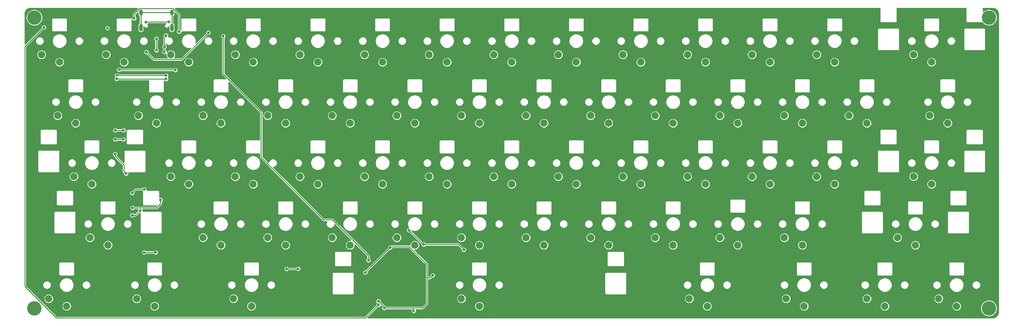
<source format=gbr>
G04 #@! TF.GenerationSoftware,KiCad,Pcbnew,(5.1.4)-1*
G04 #@! TF.CreationDate,2020-12-21T07:42:17-08:00*
G04 #@! TF.ProjectId,brownie pan,62726f77-6e69-4652-9070-616e2e6b6963,rev?*
G04 #@! TF.SameCoordinates,Original*
G04 #@! TF.FileFunction,Copper,L1,Top*
G04 #@! TF.FilePolarity,Positive*
%FSLAX46Y46*%
G04 Gerber Fmt 4.6, Leading zero omitted, Abs format (unit mm)*
G04 Created by KiCad (PCBNEW (5.1.4)-1) date 2020-12-21 07:42:17*
%MOMM*%
%LPD*%
G04 APERTURE LIST*
%ADD10O,1.000000X2.100000*%
%ADD11O,1.000000X1.600000*%
%ADD12C,0.500000*%
%ADD13C,4.000000*%
%ADD14C,2.000000*%
%ADD15C,0.800000*%
%ADD16C,0.250000*%
%ADD17C,0.254000*%
G04 APERTURE END LIST*
D10*
X46680000Y-19780000D03*
X55320000Y-19780000D03*
D11*
X46680000Y-15600000D03*
X55320000Y-15600000D03*
D12*
X284060000Y-15940000D03*
X281940000Y-15940000D03*
X281940000Y-18060000D03*
X284060000Y-18060000D03*
X283000000Y-15500000D03*
X283000000Y-18500000D03*
X281500000Y-17000000D03*
X284500000Y-17000000D03*
D13*
X283000000Y-17000000D03*
D12*
X284060000Y-96940000D03*
X281940000Y-96940000D03*
X281940000Y-99060000D03*
X284060000Y-99060000D03*
X283000000Y-96500000D03*
X283000000Y-99500000D03*
X281500000Y-98000000D03*
X284500000Y-98000000D03*
D13*
X283000000Y-98000000D03*
D12*
X18060000Y-96940000D03*
X15940000Y-96940000D03*
X15940000Y-99060000D03*
X18060000Y-99060000D03*
X17000000Y-96500000D03*
X17000000Y-99500000D03*
X15500000Y-98000000D03*
X18500000Y-98000000D03*
D13*
X17000000Y-98000000D03*
D12*
X18060000Y-15940000D03*
X15940000Y-15940000D03*
X15940000Y-18060000D03*
X18060000Y-18060000D03*
X17000000Y-15500000D03*
X17000000Y-18500000D03*
X15500000Y-17000000D03*
X18500000Y-17000000D03*
D13*
X17000000Y-17000000D03*
D14*
X19000000Y-27300000D03*
X24000000Y-29400000D03*
X37000000Y-27300000D03*
X42000000Y-29400000D03*
X55000000Y-27300000D03*
X60000000Y-29400000D03*
X73000000Y-27300000D03*
X78000000Y-29400000D03*
X91000000Y-27300000D03*
X96000000Y-29400000D03*
X109000000Y-27300000D03*
X114000000Y-29400000D03*
X127000000Y-27300000D03*
X132000000Y-29400000D03*
X145000000Y-27300000D03*
X150000000Y-29400000D03*
X163000000Y-27300000D03*
X168000000Y-29400000D03*
X181000000Y-27300000D03*
X186000000Y-29400000D03*
X199000000Y-27300000D03*
X204000000Y-29400000D03*
X217000000Y-27300000D03*
X222000000Y-29400000D03*
X235000000Y-27300000D03*
X240000000Y-29400000D03*
X262000000Y-27300000D03*
X267000000Y-29400000D03*
X23500000Y-44300000D03*
X28500000Y-46400000D03*
X46000000Y-44300000D03*
X51000000Y-46400000D03*
X64000000Y-44300000D03*
X69000000Y-46400000D03*
X82000000Y-44300000D03*
X87000000Y-46400000D03*
X100000000Y-44300000D03*
X105000000Y-46400000D03*
X118000000Y-44300000D03*
X123000000Y-46400000D03*
X136000000Y-44300000D03*
X141000000Y-46400000D03*
X154000000Y-44300000D03*
X159000000Y-46400000D03*
X172000000Y-44300000D03*
X177000000Y-46400000D03*
X190000000Y-44300000D03*
X195000000Y-46400000D03*
X208000000Y-44300000D03*
X213000000Y-46400000D03*
X226000000Y-44300000D03*
X231000000Y-46400000D03*
X244000000Y-44300000D03*
X249000000Y-46400000D03*
X266500000Y-44300000D03*
X271500000Y-46400000D03*
X28000000Y-61300000D03*
X33000000Y-63400000D03*
X55000000Y-61300000D03*
X60000000Y-63400000D03*
X73000000Y-61300000D03*
X78000000Y-63400000D03*
X91000000Y-61300000D03*
X96000000Y-63400000D03*
X109000000Y-61300000D03*
X114000000Y-63400000D03*
X127000000Y-61300000D03*
X132000000Y-63400000D03*
X145000000Y-61300000D03*
X150000000Y-63400000D03*
X163000000Y-61300000D03*
X168000000Y-63400000D03*
X181000000Y-61300000D03*
X186000000Y-63400000D03*
X199000000Y-61300000D03*
X204000000Y-63400000D03*
X217000000Y-61300000D03*
X222000000Y-63400000D03*
X235000000Y-61300000D03*
X240000000Y-63400000D03*
X262000000Y-61300000D03*
X267000000Y-63400000D03*
X32500000Y-78300000D03*
X37500000Y-80400000D03*
X64000000Y-78300000D03*
X69000000Y-80400000D03*
X82000000Y-78300000D03*
X87000000Y-80400000D03*
X100000000Y-78300000D03*
X105000000Y-80400000D03*
X118000000Y-78300000D03*
X123000000Y-80400000D03*
X136000000Y-78300000D03*
X141000000Y-80400000D03*
X154000000Y-78300000D03*
X159000000Y-80400000D03*
X172000000Y-78300000D03*
X177000000Y-80400000D03*
X190000000Y-78300000D03*
X195000000Y-80400000D03*
X208000000Y-78300000D03*
X213000000Y-80400000D03*
X226000000Y-78300000D03*
X231000000Y-80400000D03*
X257500000Y-78300000D03*
X262500000Y-80400000D03*
X21000000Y-95300000D03*
X26000000Y-97400000D03*
X45500000Y-95300000D03*
X50500000Y-97400000D03*
X72500000Y-95300000D03*
X77500000Y-97400000D03*
X199500000Y-95300000D03*
X204500000Y-97400000D03*
X226500000Y-95300000D03*
X231500000Y-97400000D03*
X249000000Y-95300000D03*
X254000000Y-97400000D03*
X269000000Y-95300000D03*
X274000000Y-97400000D03*
X141000000Y-97400000D03*
X136000000Y-95300000D03*
D15*
X40600000Y-31500000D03*
X56300000Y-31600000D03*
X39524990Y-48400000D03*
X41825000Y-48400000D03*
X44224990Y-65872280D03*
X47629436Y-64840000D03*
X47577720Y-82422280D03*
X50804075Y-82395925D03*
X121400000Y-76249999D03*
X125500000Y-80200000D03*
X136700000Y-81700000D03*
X122700000Y-98700000D03*
X116100000Y-81100000D03*
X128000000Y-88800000D03*
X112900000Y-96000000D03*
X114500000Y-97900000D03*
X109200000Y-88000000D03*
X37373347Y-19948653D03*
X48174999Y-26574999D03*
X65500000Y-21200000D03*
X53700000Y-33099997D03*
X40005396Y-33030739D03*
X39500000Y-55000000D03*
X42539649Y-60460000D03*
X52160000Y-67800000D03*
X44300000Y-70000000D03*
X20000000Y-15500000D03*
X48770845Y-25093131D03*
X55000000Y-22000000D03*
X51000000Y-57500000D03*
X21000000Y-40500000D03*
X25500000Y-52100000D03*
X87000000Y-20000000D03*
X105000000Y-19900000D03*
X123000000Y-20000000D03*
X141000000Y-20000000D03*
X159000000Y-20000000D03*
X177000000Y-20000000D03*
X195000000Y-20000000D03*
X213000000Y-20100000D03*
X231000000Y-20000000D03*
X276700000Y-34700000D03*
X37000000Y-35200000D03*
X42100000Y-53200000D03*
X39500000Y-52000000D03*
X69000000Y-54000000D03*
X87000000Y-54000000D03*
X105000000Y-54000000D03*
X123000000Y-54000000D03*
X141000000Y-54000000D03*
X159000000Y-54000000D03*
X177000000Y-54000000D03*
X195000000Y-54000000D03*
X213000000Y-54000000D03*
X231000000Y-54000000D03*
X271500000Y-61300000D03*
X245800000Y-68200000D03*
X257600000Y-66600000D03*
X37000000Y-88000000D03*
X64000000Y-88000000D03*
X218000000Y-88000000D03*
X245000000Y-88000000D03*
X263000000Y-88000000D03*
X37000000Y-83400000D03*
X37500000Y-39700000D03*
X56800000Y-25700000D03*
X45000000Y-24800000D03*
X249000000Y-49000000D03*
X249000000Y-56100000D03*
X240100000Y-66000000D03*
X94900000Y-84900000D03*
X109700000Y-79700000D03*
X44800000Y-17200000D03*
X57300000Y-20900000D03*
X39524990Y-50900000D03*
X41825000Y-50900000D03*
X87277720Y-87022280D03*
X90504075Y-86995925D03*
X53229155Y-25093131D03*
X53670339Y-21963277D03*
X53182818Y-26543132D03*
X48100000Y-18300000D03*
X54500000Y-18200000D03*
X69600000Y-22100000D03*
X110100000Y-84600000D03*
X51000221Y-22899551D03*
X50999779Y-26100449D03*
X112887347Y-97012653D03*
X19700000Y-19700000D03*
X53700000Y-34100000D03*
X39927720Y-34027720D03*
X46525000Y-70725565D03*
X44224990Y-72100000D03*
D16*
X40600000Y-31500000D02*
X56200000Y-31500000D01*
X56200000Y-31500000D02*
X56300000Y-31600000D01*
X39524990Y-48400000D02*
X41825000Y-48400000D01*
X44224990Y-65872280D02*
X45257270Y-64840000D01*
X45257270Y-64840000D02*
X47629436Y-64840000D01*
X47577720Y-82422280D02*
X50777720Y-82422280D01*
X50777720Y-82422280D02*
X50804075Y-82395925D01*
X121400000Y-76249999D02*
X125350001Y-80200000D01*
X125350001Y-80200000D02*
X125500000Y-80200000D01*
X125500000Y-80200000D02*
X135200000Y-80200000D01*
X135200000Y-80200000D02*
X136700000Y-81700000D01*
X122500001Y-98500001D02*
X122700000Y-98700000D01*
X122500001Y-97899999D02*
X122500001Y-98500001D01*
X122500001Y-97899999D02*
X125099999Y-97899999D01*
X125099999Y-97899999D02*
X125200001Y-97899999D01*
X125200001Y-97899999D02*
X126400000Y-96700000D01*
X116100000Y-81100000D02*
X110900000Y-86300000D01*
X127300000Y-89500000D02*
X128000000Y-88800000D01*
X126400000Y-89500000D02*
X127300000Y-89500000D01*
X126400000Y-89500000D02*
X126400000Y-89000000D01*
X126400000Y-96700000D02*
X126400000Y-89500000D01*
X112900000Y-96000000D02*
X114500000Y-97600000D01*
X114500000Y-97600000D02*
X114500000Y-97900000D01*
X115065686Y-97899999D02*
X122500001Y-97899999D01*
X114500000Y-97900000D02*
X115065686Y-97899999D01*
X121438998Y-80800000D02*
X126400000Y-85761002D01*
X126400000Y-85761002D02*
X126400000Y-85900000D01*
X116100000Y-81100000D02*
X116400000Y-80800000D01*
X126400000Y-89000000D02*
X126400000Y-85900000D01*
X116400000Y-80800000D02*
X121438998Y-80800000D01*
X110900000Y-86300000D02*
X109200000Y-88000000D01*
X48174999Y-26574999D02*
X50225001Y-28625001D01*
X58074999Y-28625001D02*
X65500000Y-21200000D01*
X50225001Y-28625001D02*
X58074999Y-28625001D01*
X53700000Y-33099997D02*
X40074654Y-33099997D01*
X40074654Y-33099997D02*
X40005396Y-33030739D01*
X39500000Y-55565685D02*
X41964990Y-58030675D01*
X39500000Y-55000000D02*
X39500000Y-55565685D01*
X42465514Y-60460000D02*
X42539649Y-60460000D01*
X41964990Y-58030675D02*
X41964990Y-59959476D01*
X41964990Y-59959476D02*
X42465514Y-60460000D01*
X51044486Y-70000000D02*
X44300000Y-70000000D01*
X52160000Y-67800000D02*
X52160000Y-68884486D01*
X52160000Y-68884486D02*
X51044486Y-70000000D01*
X55661730Y-14474990D02*
X57300000Y-16113260D01*
X46338270Y-14474990D02*
X55661730Y-14474990D01*
X44800000Y-17200000D02*
X44800000Y-16013260D01*
X44800000Y-16013260D02*
X46338270Y-14474990D01*
X57300000Y-16113260D02*
X57300000Y-20900000D01*
X39524990Y-50900000D02*
X41825000Y-50900000D01*
X87277720Y-87022280D02*
X90477720Y-87022280D01*
X90477720Y-87022280D02*
X90504075Y-86995925D01*
X55320000Y-19780000D02*
X55320000Y-15600000D01*
X55320000Y-15600000D02*
X46680000Y-15600000D01*
X46680000Y-15600000D02*
X46680000Y-19780000D01*
X53229155Y-25093131D02*
X53229155Y-22404461D01*
X53229155Y-22404461D02*
X53670339Y-21963277D01*
X53229155Y-25093131D02*
X53229155Y-26496795D01*
X53229155Y-26496795D02*
X53182818Y-26543132D01*
X48200000Y-18200000D02*
X48100000Y-18300000D01*
X54500000Y-18200000D02*
X48200000Y-18200000D01*
X110100000Y-83360998D02*
X110100000Y-84600000D01*
X69600000Y-32705514D02*
X80185010Y-43290524D01*
X69600000Y-22100000D02*
X69600000Y-32705514D01*
X80185010Y-43290524D02*
X80185010Y-55924012D01*
X80185010Y-55924012D02*
X97585997Y-73324999D01*
X97585997Y-73324999D02*
X100064001Y-73324999D01*
X100064001Y-73324999D02*
X110100000Y-83360998D01*
X51000221Y-22899551D02*
X51000221Y-26100007D01*
X51000221Y-26100007D02*
X50999779Y-26100449D01*
X112887347Y-97012653D02*
X109250010Y-100649990D01*
X23090992Y-100649990D02*
X14350010Y-91909008D01*
X109250010Y-100649990D02*
X23090992Y-100649990D01*
X14350010Y-91909008D02*
X14350010Y-25049990D01*
X14350010Y-25049990D02*
X19700000Y-19700000D01*
X52994486Y-34100000D02*
X52959476Y-34064990D01*
X53700000Y-34100000D02*
X52994486Y-34100000D01*
X52959476Y-34064990D02*
X40135010Y-34064990D01*
X40135010Y-34064990D02*
X40097740Y-34027720D01*
X40097740Y-34027720D02*
X39927720Y-34027720D01*
X46525000Y-70725565D02*
X45150565Y-72100000D01*
X45150565Y-72100000D02*
X44224990Y-72100000D01*
D17*
G36*
X44496096Y-15677941D02*
G01*
X44478842Y-15692101D01*
X44441887Y-15737131D01*
X44422358Y-15760927D01*
X44380386Y-15839451D01*
X44354540Y-15924653D01*
X44345813Y-16013260D01*
X44348001Y-16035475D01*
X44348000Y-16627660D01*
X44336564Y-16635302D01*
X44235302Y-16736564D01*
X44155741Y-16855636D01*
X44100938Y-16987942D01*
X44073000Y-17128397D01*
X44073000Y-17173406D01*
X44016046Y-17126665D01*
X43948815Y-17090729D01*
X43875865Y-17068600D01*
X43819007Y-17063000D01*
X43800000Y-17061128D01*
X43780993Y-17063000D01*
X40219007Y-17063000D01*
X40200000Y-17061128D01*
X40180993Y-17063000D01*
X40124135Y-17068600D01*
X40051185Y-17090729D01*
X39983954Y-17126665D01*
X39925026Y-17175026D01*
X39876665Y-17233954D01*
X39840729Y-17301185D01*
X39818600Y-17374135D01*
X39811128Y-17450000D01*
X39813001Y-17469017D01*
X39813000Y-20530993D01*
X39811128Y-20550000D01*
X39818600Y-20625865D01*
X39840729Y-20698815D01*
X39876665Y-20766046D01*
X39922879Y-20822358D01*
X39925026Y-20824974D01*
X39983954Y-20873335D01*
X40051185Y-20909271D01*
X40124135Y-20931400D01*
X40200000Y-20938872D01*
X40219007Y-20937000D01*
X43780993Y-20937000D01*
X43800000Y-20938872D01*
X43875865Y-20931400D01*
X43948815Y-20909271D01*
X44016046Y-20873335D01*
X44074974Y-20824974D01*
X44123335Y-20766046D01*
X44159271Y-20698815D01*
X44181400Y-20625865D01*
X44187000Y-20569007D01*
X44187000Y-20569006D01*
X44188872Y-20550000D01*
X44187000Y-20530993D01*
X44187000Y-17591147D01*
X44235302Y-17663436D01*
X44336564Y-17764698D01*
X44455636Y-17844259D01*
X44587942Y-17899062D01*
X44728397Y-17927000D01*
X44871603Y-17927000D01*
X45012058Y-17899062D01*
X45144364Y-17844259D01*
X45263436Y-17764698D01*
X45364698Y-17663436D01*
X45444259Y-17544364D01*
X45499062Y-17412058D01*
X45527000Y-17271603D01*
X45527000Y-17128397D01*
X45499062Y-16987942D01*
X45444259Y-16855636D01*
X45364698Y-16736564D01*
X45263436Y-16635302D01*
X45252000Y-16627661D01*
X45252000Y-16200483D01*
X45853000Y-15599484D01*
X45853000Y-15940624D01*
X45864966Y-16062120D01*
X45912255Y-16218010D01*
X45989049Y-16361679D01*
X46092395Y-16487606D01*
X46218322Y-16590952D01*
X46228000Y-16596125D01*
X46228001Y-18533874D01*
X46218321Y-18539048D01*
X46092394Y-18642394D01*
X45989048Y-18768322D01*
X45912255Y-18911991D01*
X45864966Y-19067881D01*
X45853000Y-19189377D01*
X45853001Y-20370624D01*
X45864967Y-20492120D01*
X45912256Y-20648010D01*
X45989049Y-20791679D01*
X46092395Y-20917606D01*
X46218322Y-21020952D01*
X46361991Y-21097745D01*
X46517881Y-21145034D01*
X46680000Y-21161001D01*
X46842120Y-21145034D01*
X46998010Y-21097745D01*
X47141679Y-21020952D01*
X47267606Y-20917606D01*
X47370952Y-20791679D01*
X47447745Y-20648010D01*
X47495034Y-20492120D01*
X47507000Y-20370624D01*
X47507000Y-19497987D01*
X47532205Y-19558838D01*
X47603558Y-19665626D01*
X47694374Y-19756442D01*
X47801162Y-19827795D01*
X47919819Y-19876944D01*
X48045784Y-19902000D01*
X48174216Y-19902000D01*
X48300181Y-19876944D01*
X48418838Y-19827795D01*
X48525626Y-19756442D01*
X48616442Y-19665626D01*
X48687795Y-19558838D01*
X48736944Y-19440181D01*
X48762000Y-19314216D01*
X48762000Y-19185784D01*
X48736944Y-19059819D01*
X48687795Y-18941162D01*
X48616442Y-18834374D01*
X48605101Y-18823033D01*
X48664698Y-18763436D01*
X48739157Y-18652000D01*
X53629942Y-18652000D01*
X53581162Y-18672205D01*
X53474374Y-18743558D01*
X53383558Y-18834374D01*
X53312205Y-18941162D01*
X53263056Y-19059819D01*
X53238000Y-19185784D01*
X53238000Y-19314216D01*
X53263056Y-19440181D01*
X53312205Y-19558838D01*
X53383558Y-19665626D01*
X53474374Y-19756442D01*
X53581162Y-19827795D01*
X53699819Y-19876944D01*
X53825784Y-19902000D01*
X53954216Y-19902000D01*
X54080181Y-19876944D01*
X54198838Y-19827795D01*
X54305626Y-19756442D01*
X54396442Y-19665626D01*
X54467795Y-19558838D01*
X54493000Y-19497987D01*
X54493001Y-20370624D01*
X54504967Y-20492120D01*
X54552256Y-20648010D01*
X54629049Y-20791679D01*
X54732395Y-20917606D01*
X54858322Y-21020952D01*
X55001991Y-21097745D01*
X55157881Y-21145034D01*
X55320000Y-21161001D01*
X55482120Y-21145034D01*
X55638010Y-21097745D01*
X55781679Y-21020952D01*
X55907606Y-20917606D01*
X56010952Y-20791679D01*
X56087745Y-20648010D01*
X56135034Y-20492120D01*
X56147000Y-20370624D01*
X56147000Y-19189376D01*
X56135034Y-19067880D01*
X56087745Y-18911990D01*
X56010952Y-18768321D01*
X55907606Y-18642394D01*
X55781678Y-18539048D01*
X55772000Y-18533875D01*
X55772000Y-16596126D01*
X55781679Y-16590952D01*
X55907606Y-16487606D01*
X56010952Y-16361679D01*
X56087745Y-16218010D01*
X56135034Y-16062120D01*
X56147000Y-15940624D01*
X56147000Y-15599483D01*
X56848000Y-16300484D01*
X56848001Y-20327660D01*
X56836564Y-20335302D01*
X56735302Y-20436564D01*
X56655741Y-20555636D01*
X56600938Y-20687942D01*
X56573000Y-20828397D01*
X56573000Y-20971603D01*
X56600938Y-21112058D01*
X56655741Y-21244364D01*
X56735302Y-21363436D01*
X56836564Y-21464698D01*
X56955636Y-21544259D01*
X57087942Y-21599062D01*
X57228397Y-21627000D01*
X57371603Y-21627000D01*
X57512058Y-21599062D01*
X57644364Y-21544259D01*
X57763436Y-21464698D01*
X57864698Y-21363436D01*
X57944259Y-21244364D01*
X57999062Y-21112058D01*
X58027000Y-20971603D01*
X58027000Y-20896344D01*
X58051185Y-20909271D01*
X58124135Y-20931400D01*
X58200000Y-20938872D01*
X58219007Y-20937000D01*
X61780993Y-20937000D01*
X61800000Y-20938872D01*
X61875865Y-20931400D01*
X61948815Y-20909271D01*
X62016046Y-20873335D01*
X62074974Y-20824974D01*
X62123335Y-20766046D01*
X62159271Y-20698815D01*
X62181400Y-20625865D01*
X62187000Y-20569007D01*
X62187000Y-20569006D01*
X62188872Y-20550000D01*
X62187000Y-20530993D01*
X62187000Y-17469007D01*
X62188872Y-17450000D01*
X75811128Y-17450000D01*
X75813001Y-17469017D01*
X75813000Y-20530993D01*
X75811128Y-20550000D01*
X75818600Y-20625865D01*
X75840729Y-20698815D01*
X75876665Y-20766046D01*
X75922879Y-20822358D01*
X75925026Y-20824974D01*
X75983954Y-20873335D01*
X76051185Y-20909271D01*
X76124135Y-20931400D01*
X76200000Y-20938872D01*
X76219007Y-20937000D01*
X79780993Y-20937000D01*
X79800000Y-20938872D01*
X79875865Y-20931400D01*
X79948815Y-20909271D01*
X80016046Y-20873335D01*
X80074974Y-20824974D01*
X80123335Y-20766046D01*
X80159271Y-20698815D01*
X80181400Y-20625865D01*
X80187000Y-20569007D01*
X80187000Y-20569006D01*
X80188872Y-20550000D01*
X80187000Y-20530993D01*
X80187000Y-17469007D01*
X80188872Y-17450000D01*
X93811128Y-17450000D01*
X93813001Y-17469017D01*
X93813000Y-20530993D01*
X93811128Y-20550000D01*
X93818600Y-20625865D01*
X93840729Y-20698815D01*
X93876665Y-20766046D01*
X93922879Y-20822358D01*
X93925026Y-20824974D01*
X93983954Y-20873335D01*
X94051185Y-20909271D01*
X94124135Y-20931400D01*
X94200000Y-20938872D01*
X94219007Y-20937000D01*
X97780993Y-20937000D01*
X97800000Y-20938872D01*
X97875865Y-20931400D01*
X97948815Y-20909271D01*
X98016046Y-20873335D01*
X98074974Y-20824974D01*
X98123335Y-20766046D01*
X98159271Y-20698815D01*
X98181400Y-20625865D01*
X98187000Y-20569007D01*
X98187000Y-20569006D01*
X98188872Y-20550000D01*
X98187000Y-20530993D01*
X98187000Y-17469007D01*
X98188872Y-17450000D01*
X111811128Y-17450000D01*
X111813001Y-17469017D01*
X111813000Y-20530993D01*
X111811128Y-20550000D01*
X111818600Y-20625865D01*
X111840729Y-20698815D01*
X111876665Y-20766046D01*
X111922879Y-20822358D01*
X111925026Y-20824974D01*
X111983954Y-20873335D01*
X112051185Y-20909271D01*
X112124135Y-20931400D01*
X112200000Y-20938872D01*
X112219007Y-20937000D01*
X115780993Y-20937000D01*
X115800000Y-20938872D01*
X115875865Y-20931400D01*
X115948815Y-20909271D01*
X116016046Y-20873335D01*
X116074974Y-20824974D01*
X116123335Y-20766046D01*
X116159271Y-20698815D01*
X116181400Y-20625865D01*
X116187000Y-20569007D01*
X116187000Y-20569006D01*
X116188872Y-20550000D01*
X116187000Y-20530993D01*
X116187000Y-17469007D01*
X116188872Y-17450000D01*
X129811128Y-17450000D01*
X129813001Y-17469017D01*
X129813000Y-20530993D01*
X129811128Y-20550000D01*
X129818600Y-20625865D01*
X129840729Y-20698815D01*
X129876665Y-20766046D01*
X129922879Y-20822358D01*
X129925026Y-20824974D01*
X129983954Y-20873335D01*
X130051185Y-20909271D01*
X130124135Y-20931400D01*
X130200000Y-20938872D01*
X130219007Y-20937000D01*
X133780993Y-20937000D01*
X133800000Y-20938872D01*
X133875865Y-20931400D01*
X133948815Y-20909271D01*
X134016046Y-20873335D01*
X134074974Y-20824974D01*
X134123335Y-20766046D01*
X134159271Y-20698815D01*
X134181400Y-20625865D01*
X134187000Y-20569007D01*
X134187000Y-20569006D01*
X134188872Y-20550000D01*
X134187000Y-20530993D01*
X134187000Y-17469007D01*
X134188872Y-17450000D01*
X147811128Y-17450000D01*
X147813001Y-17469017D01*
X147813000Y-20530993D01*
X147811128Y-20550000D01*
X147818600Y-20625865D01*
X147840729Y-20698815D01*
X147876665Y-20766046D01*
X147922879Y-20822358D01*
X147925026Y-20824974D01*
X147983954Y-20873335D01*
X148051185Y-20909271D01*
X148124135Y-20931400D01*
X148200000Y-20938872D01*
X148219007Y-20937000D01*
X151780993Y-20937000D01*
X151800000Y-20938872D01*
X151875865Y-20931400D01*
X151948815Y-20909271D01*
X152016046Y-20873335D01*
X152074974Y-20824974D01*
X152123335Y-20766046D01*
X152159271Y-20698815D01*
X152181400Y-20625865D01*
X152187000Y-20569007D01*
X152187000Y-20569006D01*
X152188872Y-20550000D01*
X152187000Y-20530993D01*
X152187000Y-17469007D01*
X152188872Y-17450000D01*
X165811128Y-17450000D01*
X165813001Y-17469017D01*
X165813000Y-20530993D01*
X165811128Y-20550000D01*
X165818600Y-20625865D01*
X165840729Y-20698815D01*
X165876665Y-20766046D01*
X165922879Y-20822358D01*
X165925026Y-20824974D01*
X165983954Y-20873335D01*
X166051185Y-20909271D01*
X166124135Y-20931400D01*
X166200000Y-20938872D01*
X166219007Y-20937000D01*
X169780993Y-20937000D01*
X169800000Y-20938872D01*
X169875865Y-20931400D01*
X169948815Y-20909271D01*
X170016046Y-20873335D01*
X170074974Y-20824974D01*
X170123335Y-20766046D01*
X170159271Y-20698815D01*
X170181400Y-20625865D01*
X170187000Y-20569007D01*
X170187000Y-20569006D01*
X170188872Y-20550000D01*
X170187000Y-20530993D01*
X170187000Y-17469007D01*
X170188872Y-17450000D01*
X183811128Y-17450000D01*
X183813001Y-17469017D01*
X183813000Y-20530993D01*
X183811128Y-20550000D01*
X183818600Y-20625865D01*
X183840729Y-20698815D01*
X183876665Y-20766046D01*
X183922879Y-20822358D01*
X183925026Y-20824974D01*
X183983954Y-20873335D01*
X184051185Y-20909271D01*
X184124135Y-20931400D01*
X184200000Y-20938872D01*
X184219007Y-20937000D01*
X187780993Y-20937000D01*
X187800000Y-20938872D01*
X187875865Y-20931400D01*
X187948815Y-20909271D01*
X188016046Y-20873335D01*
X188074974Y-20824974D01*
X188123335Y-20766046D01*
X188159271Y-20698815D01*
X188181400Y-20625865D01*
X188187000Y-20569007D01*
X188187000Y-20569006D01*
X188188872Y-20550000D01*
X188187000Y-20530993D01*
X188187000Y-17469007D01*
X188188872Y-17450000D01*
X201811128Y-17450000D01*
X201813001Y-17469017D01*
X201813000Y-20530993D01*
X201811128Y-20550000D01*
X201818600Y-20625865D01*
X201840729Y-20698815D01*
X201876665Y-20766046D01*
X201922879Y-20822358D01*
X201925026Y-20824974D01*
X201983954Y-20873335D01*
X202051185Y-20909271D01*
X202124135Y-20931400D01*
X202200000Y-20938872D01*
X202219007Y-20937000D01*
X205780993Y-20937000D01*
X205800000Y-20938872D01*
X205875865Y-20931400D01*
X205948815Y-20909271D01*
X206016046Y-20873335D01*
X206074974Y-20824974D01*
X206123335Y-20766046D01*
X206159271Y-20698815D01*
X206181400Y-20625865D01*
X206187000Y-20569007D01*
X206187000Y-20569006D01*
X206188872Y-20550000D01*
X206187000Y-20530993D01*
X206187000Y-17469007D01*
X206188872Y-17450000D01*
X219811128Y-17450000D01*
X219813001Y-17469017D01*
X219813000Y-20530993D01*
X219811128Y-20550000D01*
X219818600Y-20625865D01*
X219840729Y-20698815D01*
X219876665Y-20766046D01*
X219922879Y-20822358D01*
X219925026Y-20824974D01*
X219983954Y-20873335D01*
X220051185Y-20909271D01*
X220124135Y-20931400D01*
X220200000Y-20938872D01*
X220219007Y-20937000D01*
X223780993Y-20937000D01*
X223800000Y-20938872D01*
X223875865Y-20931400D01*
X223948815Y-20909271D01*
X224016046Y-20873335D01*
X224074974Y-20824974D01*
X224123335Y-20766046D01*
X224159271Y-20698815D01*
X224181400Y-20625865D01*
X224187000Y-20569007D01*
X224187000Y-20569006D01*
X224188872Y-20550000D01*
X224187000Y-20530993D01*
X224187000Y-17469007D01*
X224188872Y-17450000D01*
X237811128Y-17450000D01*
X237813001Y-17469017D01*
X237813000Y-20530993D01*
X237811128Y-20550000D01*
X237818600Y-20625865D01*
X237840729Y-20698815D01*
X237876665Y-20766046D01*
X237922879Y-20822358D01*
X237925026Y-20824974D01*
X237983954Y-20873335D01*
X238051185Y-20909271D01*
X238124135Y-20931400D01*
X238200000Y-20938872D01*
X238219007Y-20937000D01*
X241780993Y-20937000D01*
X241800000Y-20938872D01*
X241875865Y-20931400D01*
X241948815Y-20909271D01*
X242016046Y-20873335D01*
X242074974Y-20824974D01*
X242123335Y-20766046D01*
X242159271Y-20698815D01*
X242181400Y-20625865D01*
X242187000Y-20569007D01*
X242187000Y-20569006D01*
X242188872Y-20550000D01*
X242187000Y-20530993D01*
X242187000Y-20300000D01*
X251961128Y-20300000D01*
X251963000Y-20319007D01*
X251963001Y-25780983D01*
X251961128Y-25800000D01*
X251968600Y-25875865D01*
X251990729Y-25948815D01*
X252026665Y-26016046D01*
X252075026Y-26074974D01*
X252133954Y-26123335D01*
X252201185Y-26159271D01*
X252274135Y-26181400D01*
X252330993Y-26187000D01*
X252350000Y-26188872D01*
X252369007Y-26187000D01*
X257630993Y-26187000D01*
X257650000Y-26188872D01*
X257669007Y-26187000D01*
X257725865Y-26181400D01*
X257798815Y-26159271D01*
X257866046Y-26123335D01*
X257924974Y-26074974D01*
X257973335Y-26016046D01*
X258009271Y-25948815D01*
X258031400Y-25875865D01*
X258038872Y-25800000D01*
X258037000Y-25780993D01*
X258037000Y-23384076D01*
X260323000Y-23384076D01*
X260323000Y-23615924D01*
X260368231Y-23843318D01*
X260456956Y-24057519D01*
X260585764Y-24250294D01*
X260749706Y-24414236D01*
X260942481Y-24543044D01*
X261156682Y-24631769D01*
X261384076Y-24677000D01*
X261615924Y-24677000D01*
X261843318Y-24631769D01*
X262057519Y-24543044D01*
X262250294Y-24414236D01*
X262414236Y-24250294D01*
X262543044Y-24057519D01*
X262631769Y-23843318D01*
X262677000Y-23615924D01*
X262677000Y-23384076D01*
X262660348Y-23300358D01*
X264973000Y-23300358D01*
X264973000Y-23699642D01*
X265050896Y-24091254D01*
X265203696Y-24460145D01*
X265425526Y-24792137D01*
X265707863Y-25074474D01*
X266039855Y-25296304D01*
X266408746Y-25449104D01*
X266800358Y-25527000D01*
X267199642Y-25527000D01*
X267591254Y-25449104D01*
X267960145Y-25296304D01*
X268292137Y-25074474D01*
X268574474Y-24792137D01*
X268796304Y-24460145D01*
X268949104Y-24091254D01*
X269027000Y-23699642D01*
X269027000Y-23384076D01*
X271323000Y-23384076D01*
X271323000Y-23615924D01*
X271368231Y-23843318D01*
X271456956Y-24057519D01*
X271585764Y-24250294D01*
X271749706Y-24414236D01*
X271942481Y-24543044D01*
X272156682Y-24631769D01*
X272384076Y-24677000D01*
X272615924Y-24677000D01*
X272843318Y-24631769D01*
X273057519Y-24543044D01*
X273250294Y-24414236D01*
X273414236Y-24250294D01*
X273543044Y-24057519D01*
X273631769Y-23843318D01*
X273677000Y-23615924D01*
X273677000Y-23384076D01*
X273631769Y-23156682D01*
X273543044Y-22942481D01*
X273414236Y-22749706D01*
X273250294Y-22585764D01*
X273057519Y-22456956D01*
X272843318Y-22368231D01*
X272615924Y-22323000D01*
X272384076Y-22323000D01*
X272156682Y-22368231D01*
X271942481Y-22456956D01*
X271749706Y-22585764D01*
X271585764Y-22749706D01*
X271456956Y-22942481D01*
X271368231Y-23156682D01*
X271323000Y-23384076D01*
X269027000Y-23384076D01*
X269027000Y-23300358D01*
X268949104Y-22908746D01*
X268796304Y-22539855D01*
X268574474Y-22207863D01*
X268292137Y-21925526D01*
X267960145Y-21703696D01*
X267591254Y-21550896D01*
X267199642Y-21473000D01*
X266800358Y-21473000D01*
X266408746Y-21550896D01*
X266039855Y-21703696D01*
X265707863Y-21925526D01*
X265425526Y-22207863D01*
X265203696Y-22539855D01*
X265050896Y-22908746D01*
X264973000Y-23300358D01*
X262660348Y-23300358D01*
X262631769Y-23156682D01*
X262543044Y-22942481D01*
X262414236Y-22749706D01*
X262250294Y-22585764D01*
X262057519Y-22456956D01*
X261843318Y-22368231D01*
X261615924Y-22323000D01*
X261384076Y-22323000D01*
X261156682Y-22368231D01*
X260942481Y-22456956D01*
X260749706Y-22585764D01*
X260585764Y-22749706D01*
X260456956Y-22942481D01*
X260368231Y-23156682D01*
X260323000Y-23384076D01*
X258037000Y-23384076D01*
X258037000Y-20319007D01*
X258038872Y-20300000D01*
X258031400Y-20224135D01*
X258009271Y-20151185D01*
X257973335Y-20083954D01*
X257924974Y-20025026D01*
X257866046Y-19976665D01*
X257798815Y-19940729D01*
X257725865Y-19918600D01*
X257669007Y-19913000D01*
X257650000Y-19911128D01*
X257630993Y-19913000D01*
X252369007Y-19913000D01*
X252350000Y-19911128D01*
X252330993Y-19913000D01*
X252274135Y-19918600D01*
X252201185Y-19940729D01*
X252133954Y-19976665D01*
X252075026Y-20025026D01*
X252026665Y-20083954D01*
X251990729Y-20151185D01*
X251968600Y-20224135D01*
X251961128Y-20300000D01*
X242187000Y-20300000D01*
X242187000Y-17469007D01*
X242188872Y-17450000D01*
X242181400Y-17374135D01*
X242159271Y-17301185D01*
X242123335Y-17233954D01*
X242074974Y-17175026D01*
X242016046Y-17126665D01*
X241948815Y-17090729D01*
X241875865Y-17068600D01*
X241819007Y-17063000D01*
X241800000Y-17061128D01*
X241780993Y-17063000D01*
X238219007Y-17063000D01*
X238200000Y-17061128D01*
X238180993Y-17063000D01*
X238124135Y-17068600D01*
X238051185Y-17090729D01*
X237983954Y-17126665D01*
X237925026Y-17175026D01*
X237876665Y-17233954D01*
X237840729Y-17301185D01*
X237818600Y-17374135D01*
X237811128Y-17450000D01*
X224188872Y-17450000D01*
X224181400Y-17374135D01*
X224159271Y-17301185D01*
X224123335Y-17233954D01*
X224074974Y-17175026D01*
X224016046Y-17126665D01*
X223948815Y-17090729D01*
X223875865Y-17068600D01*
X223819007Y-17063000D01*
X223800000Y-17061128D01*
X223780993Y-17063000D01*
X220219007Y-17063000D01*
X220200000Y-17061128D01*
X220180993Y-17063000D01*
X220124135Y-17068600D01*
X220051185Y-17090729D01*
X219983954Y-17126665D01*
X219925026Y-17175026D01*
X219876665Y-17233954D01*
X219840729Y-17301185D01*
X219818600Y-17374135D01*
X219811128Y-17450000D01*
X206188872Y-17450000D01*
X206181400Y-17374135D01*
X206159271Y-17301185D01*
X206123335Y-17233954D01*
X206074974Y-17175026D01*
X206016046Y-17126665D01*
X205948815Y-17090729D01*
X205875865Y-17068600D01*
X205819007Y-17063000D01*
X205800000Y-17061128D01*
X205780993Y-17063000D01*
X202219007Y-17063000D01*
X202200000Y-17061128D01*
X202180993Y-17063000D01*
X202124135Y-17068600D01*
X202051185Y-17090729D01*
X201983954Y-17126665D01*
X201925026Y-17175026D01*
X201876665Y-17233954D01*
X201840729Y-17301185D01*
X201818600Y-17374135D01*
X201811128Y-17450000D01*
X188188872Y-17450000D01*
X188181400Y-17374135D01*
X188159271Y-17301185D01*
X188123335Y-17233954D01*
X188074974Y-17175026D01*
X188016046Y-17126665D01*
X187948815Y-17090729D01*
X187875865Y-17068600D01*
X187819007Y-17063000D01*
X187800000Y-17061128D01*
X187780993Y-17063000D01*
X184219007Y-17063000D01*
X184200000Y-17061128D01*
X184180993Y-17063000D01*
X184124135Y-17068600D01*
X184051185Y-17090729D01*
X183983954Y-17126665D01*
X183925026Y-17175026D01*
X183876665Y-17233954D01*
X183840729Y-17301185D01*
X183818600Y-17374135D01*
X183811128Y-17450000D01*
X170188872Y-17450000D01*
X170181400Y-17374135D01*
X170159271Y-17301185D01*
X170123335Y-17233954D01*
X170074974Y-17175026D01*
X170016046Y-17126665D01*
X169948815Y-17090729D01*
X169875865Y-17068600D01*
X169819007Y-17063000D01*
X169800000Y-17061128D01*
X169780993Y-17063000D01*
X166219007Y-17063000D01*
X166200000Y-17061128D01*
X166180993Y-17063000D01*
X166124135Y-17068600D01*
X166051185Y-17090729D01*
X165983954Y-17126665D01*
X165925026Y-17175026D01*
X165876665Y-17233954D01*
X165840729Y-17301185D01*
X165818600Y-17374135D01*
X165811128Y-17450000D01*
X152188872Y-17450000D01*
X152181400Y-17374135D01*
X152159271Y-17301185D01*
X152123335Y-17233954D01*
X152074974Y-17175026D01*
X152016046Y-17126665D01*
X151948815Y-17090729D01*
X151875865Y-17068600D01*
X151819007Y-17063000D01*
X151800000Y-17061128D01*
X151780993Y-17063000D01*
X148219007Y-17063000D01*
X148200000Y-17061128D01*
X148180993Y-17063000D01*
X148124135Y-17068600D01*
X148051185Y-17090729D01*
X147983954Y-17126665D01*
X147925026Y-17175026D01*
X147876665Y-17233954D01*
X147840729Y-17301185D01*
X147818600Y-17374135D01*
X147811128Y-17450000D01*
X134188872Y-17450000D01*
X134181400Y-17374135D01*
X134159271Y-17301185D01*
X134123335Y-17233954D01*
X134074974Y-17175026D01*
X134016046Y-17126665D01*
X133948815Y-17090729D01*
X133875865Y-17068600D01*
X133819007Y-17063000D01*
X133800000Y-17061128D01*
X133780993Y-17063000D01*
X130219007Y-17063000D01*
X130200000Y-17061128D01*
X130180993Y-17063000D01*
X130124135Y-17068600D01*
X130051185Y-17090729D01*
X129983954Y-17126665D01*
X129925026Y-17175026D01*
X129876665Y-17233954D01*
X129840729Y-17301185D01*
X129818600Y-17374135D01*
X129811128Y-17450000D01*
X116188872Y-17450000D01*
X116181400Y-17374135D01*
X116159271Y-17301185D01*
X116123335Y-17233954D01*
X116074974Y-17175026D01*
X116016046Y-17126665D01*
X115948815Y-17090729D01*
X115875865Y-17068600D01*
X115819007Y-17063000D01*
X115800000Y-17061128D01*
X115780993Y-17063000D01*
X112219007Y-17063000D01*
X112200000Y-17061128D01*
X112180993Y-17063000D01*
X112124135Y-17068600D01*
X112051185Y-17090729D01*
X111983954Y-17126665D01*
X111925026Y-17175026D01*
X111876665Y-17233954D01*
X111840729Y-17301185D01*
X111818600Y-17374135D01*
X111811128Y-17450000D01*
X98188872Y-17450000D01*
X98181400Y-17374135D01*
X98159271Y-17301185D01*
X98123335Y-17233954D01*
X98074974Y-17175026D01*
X98016046Y-17126665D01*
X97948815Y-17090729D01*
X97875865Y-17068600D01*
X97819007Y-17063000D01*
X97800000Y-17061128D01*
X97780993Y-17063000D01*
X94219007Y-17063000D01*
X94200000Y-17061128D01*
X94180993Y-17063000D01*
X94124135Y-17068600D01*
X94051185Y-17090729D01*
X93983954Y-17126665D01*
X93925026Y-17175026D01*
X93876665Y-17233954D01*
X93840729Y-17301185D01*
X93818600Y-17374135D01*
X93811128Y-17450000D01*
X80188872Y-17450000D01*
X80181400Y-17374135D01*
X80159271Y-17301185D01*
X80123335Y-17233954D01*
X80074974Y-17175026D01*
X80016046Y-17126665D01*
X79948815Y-17090729D01*
X79875865Y-17068600D01*
X79819007Y-17063000D01*
X79800000Y-17061128D01*
X79780993Y-17063000D01*
X76219007Y-17063000D01*
X76200000Y-17061128D01*
X76180993Y-17063000D01*
X76124135Y-17068600D01*
X76051185Y-17090729D01*
X75983954Y-17126665D01*
X75925026Y-17175026D01*
X75876665Y-17233954D01*
X75840729Y-17301185D01*
X75818600Y-17374135D01*
X75811128Y-17450000D01*
X62188872Y-17450000D01*
X62181400Y-17374135D01*
X62159271Y-17301185D01*
X62123335Y-17233954D01*
X62074974Y-17175026D01*
X62016046Y-17126665D01*
X61948815Y-17090729D01*
X61875865Y-17068600D01*
X61819007Y-17063000D01*
X61800000Y-17061128D01*
X61780993Y-17063000D01*
X58219007Y-17063000D01*
X58200000Y-17061128D01*
X58180993Y-17063000D01*
X58124135Y-17068600D01*
X58051185Y-17090729D01*
X57983954Y-17126665D01*
X57925026Y-17175026D01*
X57876665Y-17233954D01*
X57840729Y-17301185D01*
X57818600Y-17374135D01*
X57811128Y-17450000D01*
X57813001Y-17469017D01*
X57813000Y-20384866D01*
X57763436Y-20335302D01*
X57752000Y-20327661D01*
X57752000Y-16135465D01*
X57754187Y-16113260D01*
X57745460Y-16024652D01*
X57719614Y-15939450D01*
X57711075Y-15923474D01*
X57677643Y-15860927D01*
X57621159Y-15792101D01*
X57603906Y-15777942D01*
X56177963Y-14352000D01*
X252640482Y-14352000D01*
X252618600Y-14424135D01*
X252611128Y-14500000D01*
X252613000Y-14519007D01*
X252613001Y-17980983D01*
X252611128Y-18000000D01*
X252618600Y-18075865D01*
X252640729Y-18148815D01*
X252676665Y-18216046D01*
X252725026Y-18274974D01*
X252783954Y-18323335D01*
X252851185Y-18359271D01*
X252924135Y-18381400D01*
X252980993Y-18387000D01*
X253000000Y-18388872D01*
X253019007Y-18387000D01*
X256980993Y-18387000D01*
X257000000Y-18388872D01*
X257019007Y-18387000D01*
X257075865Y-18381400D01*
X257148815Y-18359271D01*
X257216046Y-18323335D01*
X257274974Y-18274974D01*
X257323335Y-18216046D01*
X257359271Y-18148815D01*
X257381400Y-18075865D01*
X257388872Y-18000000D01*
X257387000Y-17980993D01*
X257387000Y-17450000D01*
X264811128Y-17450000D01*
X264813001Y-17469017D01*
X264813000Y-20530993D01*
X264811128Y-20550000D01*
X264818600Y-20625865D01*
X264840729Y-20698815D01*
X264876665Y-20766046D01*
X264922879Y-20822358D01*
X264925026Y-20824974D01*
X264983954Y-20873335D01*
X265051185Y-20909271D01*
X265124135Y-20931400D01*
X265200000Y-20938872D01*
X265219007Y-20937000D01*
X268780993Y-20937000D01*
X268800000Y-20938872D01*
X268875865Y-20931400D01*
X268948815Y-20909271D01*
X269016046Y-20873335D01*
X269074974Y-20824974D01*
X269123335Y-20766046D01*
X269159271Y-20698815D01*
X269181400Y-20625865D01*
X269187000Y-20569007D01*
X269187000Y-20569006D01*
X269188872Y-20550000D01*
X269187000Y-20530993D01*
X269187000Y-20300000D01*
X275961128Y-20300000D01*
X275963000Y-20319007D01*
X275963001Y-25780983D01*
X275961128Y-25800000D01*
X275968600Y-25875865D01*
X275990729Y-25948815D01*
X276026665Y-26016046D01*
X276075026Y-26074974D01*
X276133954Y-26123335D01*
X276201185Y-26159271D01*
X276274135Y-26181400D01*
X276330993Y-26187000D01*
X276350000Y-26188872D01*
X276369007Y-26187000D01*
X281630993Y-26187000D01*
X281650000Y-26188872D01*
X281669007Y-26187000D01*
X281725865Y-26181400D01*
X281798815Y-26159271D01*
X281866046Y-26123335D01*
X281924974Y-26074974D01*
X281973335Y-26016046D01*
X282009271Y-25948815D01*
X282031400Y-25875865D01*
X282038872Y-25800000D01*
X282037000Y-25780993D01*
X282037000Y-20319007D01*
X282038872Y-20300000D01*
X282031400Y-20224135D01*
X282009271Y-20151185D01*
X281973335Y-20083954D01*
X281924974Y-20025026D01*
X281866046Y-19976665D01*
X281798815Y-19940729D01*
X281725865Y-19918600D01*
X281669007Y-19913000D01*
X281650000Y-19911128D01*
X281630993Y-19913000D01*
X276369007Y-19913000D01*
X276350000Y-19911128D01*
X276330993Y-19913000D01*
X276274135Y-19918600D01*
X276201185Y-19940729D01*
X276133954Y-19976665D01*
X276075026Y-20025026D01*
X276026665Y-20083954D01*
X275990729Y-20151185D01*
X275968600Y-20224135D01*
X275961128Y-20300000D01*
X269187000Y-20300000D01*
X269187000Y-17469007D01*
X269188872Y-17450000D01*
X269181400Y-17374135D01*
X269159271Y-17301185D01*
X269123335Y-17233954D01*
X269074974Y-17175026D01*
X269016046Y-17126665D01*
X268948815Y-17090729D01*
X268875865Y-17068600D01*
X268819007Y-17063000D01*
X268800000Y-17061128D01*
X268780993Y-17063000D01*
X265219007Y-17063000D01*
X265200000Y-17061128D01*
X265180993Y-17063000D01*
X265124135Y-17068600D01*
X265051185Y-17090729D01*
X264983954Y-17126665D01*
X264925026Y-17175026D01*
X264876665Y-17233954D01*
X264840729Y-17301185D01*
X264818600Y-17374135D01*
X264811128Y-17450000D01*
X257387000Y-17450000D01*
X257387000Y-14519007D01*
X257388872Y-14500000D01*
X257381400Y-14424135D01*
X257359518Y-14352000D01*
X276640482Y-14352000D01*
X276618600Y-14424135D01*
X276611128Y-14500000D01*
X276613000Y-14519007D01*
X276613001Y-17980983D01*
X276611128Y-18000000D01*
X276618600Y-18075865D01*
X276640729Y-18148815D01*
X276676665Y-18216046D01*
X276725026Y-18274974D01*
X276783954Y-18323335D01*
X276851185Y-18359271D01*
X276924135Y-18381400D01*
X276980993Y-18387000D01*
X277000000Y-18388872D01*
X277019007Y-18387000D01*
X280980993Y-18387000D01*
X281000000Y-18388872D01*
X281019007Y-18387000D01*
X281075865Y-18381400D01*
X281116190Y-18369168D01*
X281192501Y-18483376D01*
X281516624Y-18807499D01*
X281897752Y-19062160D01*
X282321239Y-19237574D01*
X282770811Y-19327000D01*
X283229189Y-19327000D01*
X283678761Y-19237574D01*
X284102248Y-19062160D01*
X284483376Y-18807499D01*
X284807499Y-18483376D01*
X285062160Y-18102248D01*
X285237574Y-17678761D01*
X285327000Y-17229189D01*
X285327000Y-16770811D01*
X285237574Y-16321239D01*
X285062160Y-15897752D01*
X284807499Y-15516624D01*
X284483376Y-15192501D01*
X284102248Y-14937840D01*
X283678761Y-14762426D01*
X283229189Y-14673000D01*
X282770811Y-14673000D01*
X282321239Y-14762426D01*
X281897752Y-14937840D01*
X281516624Y-15192501D01*
X281387000Y-15322125D01*
X281387000Y-14519007D01*
X281388872Y-14500000D01*
X281381400Y-14424135D01*
X281359518Y-14352000D01*
X283982785Y-14352000D01*
X284319768Y-14385042D01*
X284627361Y-14477908D01*
X284911057Y-14628753D01*
X285160048Y-14831826D01*
X285364855Y-15079393D01*
X285517674Y-15362028D01*
X285612686Y-15668961D01*
X285648000Y-16004954D01*
X285648001Y-98982774D01*
X285614958Y-99319768D01*
X285522091Y-99627361D01*
X285371250Y-99911052D01*
X285168176Y-100160046D01*
X284920607Y-100364854D01*
X284637974Y-100517673D01*
X284331039Y-100612685D01*
X283995046Y-100648000D01*
X109891223Y-100648000D01*
X112802255Y-97736970D01*
X112815744Y-97739653D01*
X112958950Y-97739653D01*
X113099405Y-97711715D01*
X113231711Y-97656912D01*
X113350783Y-97577351D01*
X113452045Y-97476089D01*
X113531606Y-97357017D01*
X113556850Y-97296073D01*
X113844222Y-97583446D01*
X113800938Y-97687942D01*
X113773000Y-97828397D01*
X113773000Y-97971603D01*
X113800938Y-98112058D01*
X113855741Y-98244364D01*
X113935302Y-98363436D01*
X114036564Y-98464698D01*
X114155636Y-98544259D01*
X114287942Y-98599062D01*
X114428397Y-98627000D01*
X114571603Y-98627000D01*
X114712058Y-98599062D01*
X114844364Y-98544259D01*
X114963436Y-98464698D01*
X115064698Y-98363436D01*
X115072340Y-98351999D01*
X122048002Y-98351999D01*
X122048002Y-98374320D01*
X122000938Y-98487942D01*
X121973000Y-98628397D01*
X121973000Y-98771603D01*
X122000938Y-98912058D01*
X122055741Y-99044364D01*
X122135302Y-99163436D01*
X122236564Y-99264698D01*
X122355636Y-99344259D01*
X122487942Y-99399062D01*
X122628397Y-99427000D01*
X122771603Y-99427000D01*
X122912058Y-99399062D01*
X123044364Y-99344259D01*
X123163436Y-99264698D01*
X123264698Y-99163436D01*
X123344259Y-99044364D01*
X123399062Y-98912058D01*
X123427000Y-98771603D01*
X123427000Y-98628397D01*
X123399062Y-98487942D01*
X123344259Y-98355636D01*
X123341829Y-98351999D01*
X125177796Y-98351999D01*
X125200001Y-98354186D01*
X125222206Y-98351999D01*
X125288608Y-98345459D01*
X125373811Y-98319613D01*
X125452334Y-98277642D01*
X125521160Y-98221158D01*
X125535324Y-98203899D01*
X126469921Y-97269302D01*
X139673000Y-97269302D01*
X139673000Y-97530698D01*
X139723996Y-97787072D01*
X139824028Y-98028570D01*
X139969252Y-98245913D01*
X140154087Y-98430748D01*
X140371430Y-98575972D01*
X140612928Y-98676004D01*
X140869302Y-98727000D01*
X141130698Y-98727000D01*
X141387072Y-98676004D01*
X141628570Y-98575972D01*
X141845913Y-98430748D01*
X142030748Y-98245913D01*
X142175972Y-98028570D01*
X142276004Y-97787072D01*
X142327000Y-97530698D01*
X142327000Y-97269302D01*
X203173000Y-97269302D01*
X203173000Y-97530698D01*
X203223996Y-97787072D01*
X203324028Y-98028570D01*
X203469252Y-98245913D01*
X203654087Y-98430748D01*
X203871430Y-98575972D01*
X204112928Y-98676004D01*
X204369302Y-98727000D01*
X204630698Y-98727000D01*
X204887072Y-98676004D01*
X205128570Y-98575972D01*
X205345913Y-98430748D01*
X205530748Y-98245913D01*
X205675972Y-98028570D01*
X205776004Y-97787072D01*
X205827000Y-97530698D01*
X205827000Y-97269302D01*
X230173000Y-97269302D01*
X230173000Y-97530698D01*
X230223996Y-97787072D01*
X230324028Y-98028570D01*
X230469252Y-98245913D01*
X230654087Y-98430748D01*
X230871430Y-98575972D01*
X231112928Y-98676004D01*
X231369302Y-98727000D01*
X231630698Y-98727000D01*
X231887072Y-98676004D01*
X232128570Y-98575972D01*
X232345913Y-98430748D01*
X232530748Y-98245913D01*
X232675972Y-98028570D01*
X232776004Y-97787072D01*
X232827000Y-97530698D01*
X232827000Y-97269302D01*
X252673000Y-97269302D01*
X252673000Y-97530698D01*
X252723996Y-97787072D01*
X252824028Y-98028570D01*
X252969252Y-98245913D01*
X253154087Y-98430748D01*
X253371430Y-98575972D01*
X253612928Y-98676004D01*
X253869302Y-98727000D01*
X254130698Y-98727000D01*
X254387072Y-98676004D01*
X254628570Y-98575972D01*
X254845913Y-98430748D01*
X255030748Y-98245913D01*
X255175972Y-98028570D01*
X255276004Y-97787072D01*
X255327000Y-97530698D01*
X255327000Y-97269302D01*
X272673000Y-97269302D01*
X272673000Y-97530698D01*
X272723996Y-97787072D01*
X272824028Y-98028570D01*
X272969252Y-98245913D01*
X273154087Y-98430748D01*
X273371430Y-98575972D01*
X273612928Y-98676004D01*
X273869302Y-98727000D01*
X274130698Y-98727000D01*
X274387072Y-98676004D01*
X274628570Y-98575972D01*
X274845913Y-98430748D01*
X275030748Y-98245913D01*
X275175972Y-98028570D01*
X275276004Y-97787072D01*
X275279238Y-97770811D01*
X280673000Y-97770811D01*
X280673000Y-98229189D01*
X280762426Y-98678761D01*
X280937840Y-99102248D01*
X281192501Y-99483376D01*
X281516624Y-99807499D01*
X281897752Y-100062160D01*
X282321239Y-100237574D01*
X282770811Y-100327000D01*
X283229189Y-100327000D01*
X283678761Y-100237574D01*
X284102248Y-100062160D01*
X284483376Y-99807499D01*
X284807499Y-99483376D01*
X285062160Y-99102248D01*
X285237574Y-98678761D01*
X285327000Y-98229189D01*
X285327000Y-97770811D01*
X285237574Y-97321239D01*
X285062160Y-96897752D01*
X284807499Y-96516624D01*
X284483376Y-96192501D01*
X284102248Y-95937840D01*
X283678761Y-95762426D01*
X283229189Y-95673000D01*
X282770811Y-95673000D01*
X282321239Y-95762426D01*
X281897752Y-95937840D01*
X281516624Y-96192501D01*
X281192501Y-96516624D01*
X280937840Y-96897752D01*
X280762426Y-97321239D01*
X280673000Y-97770811D01*
X275279238Y-97770811D01*
X275327000Y-97530698D01*
X275327000Y-97269302D01*
X275276004Y-97012928D01*
X275175972Y-96771430D01*
X275030748Y-96554087D01*
X274845913Y-96369252D01*
X274628570Y-96224028D01*
X274387072Y-96123996D01*
X274130698Y-96073000D01*
X273869302Y-96073000D01*
X273612928Y-96123996D01*
X273371430Y-96224028D01*
X273154087Y-96369252D01*
X272969252Y-96554087D01*
X272824028Y-96771430D01*
X272723996Y-97012928D01*
X272673000Y-97269302D01*
X255327000Y-97269302D01*
X255276004Y-97012928D01*
X255175972Y-96771430D01*
X255030748Y-96554087D01*
X254845913Y-96369252D01*
X254628570Y-96224028D01*
X254387072Y-96123996D01*
X254130698Y-96073000D01*
X253869302Y-96073000D01*
X253612928Y-96123996D01*
X253371430Y-96224028D01*
X253154087Y-96369252D01*
X252969252Y-96554087D01*
X252824028Y-96771430D01*
X252723996Y-97012928D01*
X252673000Y-97269302D01*
X232827000Y-97269302D01*
X232776004Y-97012928D01*
X232675972Y-96771430D01*
X232530748Y-96554087D01*
X232345913Y-96369252D01*
X232128570Y-96224028D01*
X231887072Y-96123996D01*
X231630698Y-96073000D01*
X231369302Y-96073000D01*
X231112928Y-96123996D01*
X230871430Y-96224028D01*
X230654087Y-96369252D01*
X230469252Y-96554087D01*
X230324028Y-96771430D01*
X230223996Y-97012928D01*
X230173000Y-97269302D01*
X205827000Y-97269302D01*
X205776004Y-97012928D01*
X205675972Y-96771430D01*
X205530748Y-96554087D01*
X205345913Y-96369252D01*
X205128570Y-96224028D01*
X204887072Y-96123996D01*
X204630698Y-96073000D01*
X204369302Y-96073000D01*
X204112928Y-96123996D01*
X203871430Y-96224028D01*
X203654087Y-96369252D01*
X203469252Y-96554087D01*
X203324028Y-96771430D01*
X203223996Y-97012928D01*
X203173000Y-97269302D01*
X142327000Y-97269302D01*
X142276004Y-97012928D01*
X142175972Y-96771430D01*
X142030748Y-96554087D01*
X141845913Y-96369252D01*
X141628570Y-96224028D01*
X141387072Y-96123996D01*
X141130698Y-96073000D01*
X140869302Y-96073000D01*
X140612928Y-96123996D01*
X140371430Y-96224028D01*
X140154087Y-96369252D01*
X139969252Y-96554087D01*
X139824028Y-96771430D01*
X139723996Y-97012928D01*
X139673000Y-97269302D01*
X126469921Y-97269302D01*
X126703906Y-97035318D01*
X126721159Y-97021159D01*
X126777643Y-96952333D01*
X126819614Y-96873810D01*
X126830221Y-96838844D01*
X126845460Y-96788608D01*
X126854187Y-96700000D01*
X126852000Y-96677795D01*
X126852000Y-95169302D01*
X134673000Y-95169302D01*
X134673000Y-95430698D01*
X134723996Y-95687072D01*
X134824028Y-95928570D01*
X134969252Y-96145913D01*
X135154087Y-96330748D01*
X135371430Y-96475972D01*
X135612928Y-96576004D01*
X135869302Y-96627000D01*
X136130698Y-96627000D01*
X136387072Y-96576004D01*
X136628570Y-96475972D01*
X136845913Y-96330748D01*
X137030748Y-96145913D01*
X137175972Y-95928570D01*
X137276004Y-95687072D01*
X137327000Y-95430698D01*
X137327000Y-95169302D01*
X198173000Y-95169302D01*
X198173000Y-95430698D01*
X198223996Y-95687072D01*
X198324028Y-95928570D01*
X198469252Y-96145913D01*
X198654087Y-96330748D01*
X198871430Y-96475972D01*
X199112928Y-96576004D01*
X199369302Y-96627000D01*
X199630698Y-96627000D01*
X199887072Y-96576004D01*
X200128570Y-96475972D01*
X200345913Y-96330748D01*
X200530748Y-96145913D01*
X200675972Y-95928570D01*
X200776004Y-95687072D01*
X200827000Y-95430698D01*
X200827000Y-95169302D01*
X225173000Y-95169302D01*
X225173000Y-95430698D01*
X225223996Y-95687072D01*
X225324028Y-95928570D01*
X225469252Y-96145913D01*
X225654087Y-96330748D01*
X225871430Y-96475972D01*
X226112928Y-96576004D01*
X226369302Y-96627000D01*
X226630698Y-96627000D01*
X226887072Y-96576004D01*
X227128570Y-96475972D01*
X227345913Y-96330748D01*
X227530748Y-96145913D01*
X227675972Y-95928570D01*
X227776004Y-95687072D01*
X227827000Y-95430698D01*
X227827000Y-95169302D01*
X247673000Y-95169302D01*
X247673000Y-95430698D01*
X247723996Y-95687072D01*
X247824028Y-95928570D01*
X247969252Y-96145913D01*
X248154087Y-96330748D01*
X248371430Y-96475972D01*
X248612928Y-96576004D01*
X248869302Y-96627000D01*
X249130698Y-96627000D01*
X249387072Y-96576004D01*
X249628570Y-96475972D01*
X249845913Y-96330748D01*
X250030748Y-96145913D01*
X250175972Y-95928570D01*
X250276004Y-95687072D01*
X250327000Y-95430698D01*
X250327000Y-95169302D01*
X267673000Y-95169302D01*
X267673000Y-95430698D01*
X267723996Y-95687072D01*
X267824028Y-95928570D01*
X267969252Y-96145913D01*
X268154087Y-96330748D01*
X268371430Y-96475972D01*
X268612928Y-96576004D01*
X268869302Y-96627000D01*
X269130698Y-96627000D01*
X269387072Y-96576004D01*
X269628570Y-96475972D01*
X269845913Y-96330748D01*
X270030748Y-96145913D01*
X270175972Y-95928570D01*
X270276004Y-95687072D01*
X270327000Y-95430698D01*
X270327000Y-95169302D01*
X270276004Y-94912928D01*
X270175972Y-94671430D01*
X270030748Y-94454087D01*
X269845913Y-94269252D01*
X269628570Y-94124028D01*
X269387072Y-94023996D01*
X269130698Y-93973000D01*
X268869302Y-93973000D01*
X268612928Y-94023996D01*
X268371430Y-94124028D01*
X268154087Y-94269252D01*
X267969252Y-94454087D01*
X267824028Y-94671430D01*
X267723996Y-94912928D01*
X267673000Y-95169302D01*
X250327000Y-95169302D01*
X250276004Y-94912928D01*
X250175972Y-94671430D01*
X250030748Y-94454087D01*
X249845913Y-94269252D01*
X249628570Y-94124028D01*
X249387072Y-94023996D01*
X249130698Y-93973000D01*
X248869302Y-93973000D01*
X248612928Y-94023996D01*
X248371430Y-94124028D01*
X248154087Y-94269252D01*
X247969252Y-94454087D01*
X247824028Y-94671430D01*
X247723996Y-94912928D01*
X247673000Y-95169302D01*
X227827000Y-95169302D01*
X227776004Y-94912928D01*
X227675972Y-94671430D01*
X227530748Y-94454087D01*
X227345913Y-94269252D01*
X227128570Y-94124028D01*
X226887072Y-94023996D01*
X226630698Y-93973000D01*
X226369302Y-93973000D01*
X226112928Y-94023996D01*
X225871430Y-94124028D01*
X225654087Y-94269252D01*
X225469252Y-94454087D01*
X225324028Y-94671430D01*
X225223996Y-94912928D01*
X225173000Y-95169302D01*
X200827000Y-95169302D01*
X200776004Y-94912928D01*
X200675972Y-94671430D01*
X200530748Y-94454087D01*
X200345913Y-94269252D01*
X200128570Y-94124028D01*
X199887072Y-94023996D01*
X199630698Y-93973000D01*
X199369302Y-93973000D01*
X199112928Y-94023996D01*
X198871430Y-94124028D01*
X198654087Y-94269252D01*
X198469252Y-94454087D01*
X198324028Y-94671430D01*
X198223996Y-94912928D01*
X198173000Y-95169302D01*
X137327000Y-95169302D01*
X137276004Y-94912928D01*
X137175972Y-94671430D01*
X137030748Y-94454087D01*
X136845913Y-94269252D01*
X136628570Y-94124028D01*
X136387072Y-94023996D01*
X136130698Y-93973000D01*
X135869302Y-93973000D01*
X135612928Y-94023996D01*
X135371430Y-94124028D01*
X135154087Y-94269252D01*
X134969252Y-94454087D01*
X134824028Y-94671430D01*
X134723996Y-94912928D01*
X134673000Y-95169302D01*
X126852000Y-95169302D01*
X126852000Y-91384076D01*
X134323000Y-91384076D01*
X134323000Y-91615924D01*
X134368231Y-91843318D01*
X134456956Y-92057519D01*
X134585764Y-92250294D01*
X134749706Y-92414236D01*
X134942481Y-92543044D01*
X135156682Y-92631769D01*
X135384076Y-92677000D01*
X135615924Y-92677000D01*
X135843318Y-92631769D01*
X136057519Y-92543044D01*
X136250294Y-92414236D01*
X136414236Y-92250294D01*
X136543044Y-92057519D01*
X136631769Y-91843318D01*
X136677000Y-91615924D01*
X136677000Y-91384076D01*
X136660348Y-91300358D01*
X138973000Y-91300358D01*
X138973000Y-91699642D01*
X139050896Y-92091254D01*
X139203696Y-92460145D01*
X139425526Y-92792137D01*
X139707863Y-93074474D01*
X140039855Y-93296304D01*
X140408746Y-93449104D01*
X140800358Y-93527000D01*
X141199642Y-93527000D01*
X141591254Y-93449104D01*
X141960145Y-93296304D01*
X142292137Y-93074474D01*
X142574474Y-92792137D01*
X142796304Y-92460145D01*
X142949104Y-92091254D01*
X143027000Y-91699642D01*
X143027000Y-91384076D01*
X145323000Y-91384076D01*
X145323000Y-91615924D01*
X145368231Y-91843318D01*
X145456956Y-92057519D01*
X145585764Y-92250294D01*
X145749706Y-92414236D01*
X145942481Y-92543044D01*
X146156682Y-92631769D01*
X146384076Y-92677000D01*
X146615924Y-92677000D01*
X146843318Y-92631769D01*
X147057519Y-92543044D01*
X147250294Y-92414236D01*
X147414236Y-92250294D01*
X147543044Y-92057519D01*
X147631769Y-91843318D01*
X147677000Y-91615924D01*
X147677000Y-91384076D01*
X147631769Y-91156682D01*
X147543044Y-90942481D01*
X147414236Y-90749706D01*
X147250294Y-90585764D01*
X147057519Y-90456956D01*
X146843318Y-90368231D01*
X146615924Y-90323000D01*
X146384076Y-90323000D01*
X146156682Y-90368231D01*
X145942481Y-90456956D01*
X145749706Y-90585764D01*
X145585764Y-90749706D01*
X145456956Y-90942481D01*
X145368231Y-91156682D01*
X145323000Y-91384076D01*
X143027000Y-91384076D01*
X143027000Y-91300358D01*
X142949104Y-90908746D01*
X142796304Y-90539855D01*
X142574474Y-90207863D01*
X142292137Y-89925526D01*
X141960145Y-89703696D01*
X141591254Y-89550896D01*
X141199642Y-89473000D01*
X140800358Y-89473000D01*
X140408746Y-89550896D01*
X140039855Y-89703696D01*
X139707863Y-89925526D01*
X139425526Y-90207863D01*
X139203696Y-90539855D01*
X139050896Y-90908746D01*
X138973000Y-91300358D01*
X136660348Y-91300358D01*
X136631769Y-91156682D01*
X136543044Y-90942481D01*
X136414236Y-90749706D01*
X136250294Y-90585764D01*
X136057519Y-90456956D01*
X135843318Y-90368231D01*
X135615924Y-90323000D01*
X135384076Y-90323000D01*
X135156682Y-90368231D01*
X134942481Y-90456956D01*
X134749706Y-90585764D01*
X134585764Y-90749706D01*
X134456956Y-90942481D01*
X134368231Y-91156682D01*
X134323000Y-91384076D01*
X126852000Y-91384076D01*
X126852000Y-89952000D01*
X127277795Y-89952000D01*
X127300000Y-89954187D01*
X127322205Y-89952000D01*
X127388607Y-89945460D01*
X127473810Y-89919614D01*
X127552333Y-89877643D01*
X127621159Y-89821159D01*
X127635323Y-89803900D01*
X127914907Y-89524317D01*
X127928397Y-89527000D01*
X128071603Y-89527000D01*
X128212058Y-89499062D01*
X128344364Y-89444259D01*
X128463436Y-89364698D01*
X128564698Y-89263436D01*
X128644259Y-89144364D01*
X128699062Y-89012058D01*
X128727000Y-88871603D01*
X128727000Y-88728397D01*
X128699062Y-88587942D01*
X128644259Y-88455636D01*
X128564698Y-88336564D01*
X128463436Y-88235302D01*
X128344364Y-88155741D01*
X128212058Y-88100938D01*
X128071603Y-88073000D01*
X127928397Y-88073000D01*
X127787942Y-88100938D01*
X127655636Y-88155741D01*
X127536564Y-88235302D01*
X127435302Y-88336564D01*
X127355741Y-88455636D01*
X127300938Y-88587942D01*
X127273000Y-88728397D01*
X127273000Y-88871603D01*
X127275683Y-88885093D01*
X127112777Y-89048000D01*
X126852000Y-89048000D01*
X126852000Y-85783206D01*
X126854187Y-85761001D01*
X126845460Y-85672394D01*
X126829141Y-85618600D01*
X126819614Y-85587192D01*
X126777643Y-85508669D01*
X126729495Y-85450000D01*
X138811128Y-85450000D01*
X138813001Y-85469017D01*
X138813000Y-88530993D01*
X138811128Y-88550000D01*
X138818600Y-88625865D01*
X138840729Y-88698815D01*
X138876665Y-88766046D01*
X138925026Y-88824974D01*
X138983954Y-88873335D01*
X139051185Y-88909271D01*
X139124135Y-88931400D01*
X139200000Y-88938872D01*
X139219007Y-88937000D01*
X142780993Y-88937000D01*
X142800000Y-88938872D01*
X142875865Y-88931400D01*
X142948815Y-88909271D01*
X143016046Y-88873335D01*
X143074974Y-88824974D01*
X143123335Y-88766046D01*
X143159271Y-88698815D01*
X143181400Y-88625865D01*
X143187000Y-88569007D01*
X143187000Y-88569006D01*
X143188872Y-88550000D01*
X143187000Y-88530993D01*
X143187000Y-88300000D01*
X175961128Y-88300000D01*
X175963000Y-88319007D01*
X175963001Y-93780983D01*
X175961128Y-93800000D01*
X175968600Y-93875865D01*
X175990729Y-93948815D01*
X176026665Y-94016046D01*
X176075026Y-94074974D01*
X176133954Y-94123335D01*
X176201185Y-94159271D01*
X176274135Y-94181400D01*
X176330993Y-94187000D01*
X176350000Y-94188872D01*
X176369007Y-94187000D01*
X181630993Y-94187000D01*
X181650000Y-94188872D01*
X181669007Y-94187000D01*
X181725865Y-94181400D01*
X181798815Y-94159271D01*
X181866046Y-94123335D01*
X181924974Y-94074974D01*
X181973335Y-94016046D01*
X182009271Y-93948815D01*
X182031400Y-93875865D01*
X182038872Y-93800000D01*
X182037000Y-93780993D01*
X182037000Y-91384076D01*
X197823000Y-91384076D01*
X197823000Y-91615924D01*
X197868231Y-91843318D01*
X197956956Y-92057519D01*
X198085764Y-92250294D01*
X198249706Y-92414236D01*
X198442481Y-92543044D01*
X198656682Y-92631769D01*
X198884076Y-92677000D01*
X199115924Y-92677000D01*
X199343318Y-92631769D01*
X199557519Y-92543044D01*
X199750294Y-92414236D01*
X199914236Y-92250294D01*
X200043044Y-92057519D01*
X200131769Y-91843318D01*
X200177000Y-91615924D01*
X200177000Y-91384076D01*
X200160348Y-91300358D01*
X202473000Y-91300358D01*
X202473000Y-91699642D01*
X202550896Y-92091254D01*
X202703696Y-92460145D01*
X202925526Y-92792137D01*
X203207863Y-93074474D01*
X203539855Y-93296304D01*
X203908746Y-93449104D01*
X204300358Y-93527000D01*
X204699642Y-93527000D01*
X205091254Y-93449104D01*
X205460145Y-93296304D01*
X205792137Y-93074474D01*
X206074474Y-92792137D01*
X206296304Y-92460145D01*
X206449104Y-92091254D01*
X206527000Y-91699642D01*
X206527000Y-91384076D01*
X208823000Y-91384076D01*
X208823000Y-91615924D01*
X208868231Y-91843318D01*
X208956956Y-92057519D01*
X209085764Y-92250294D01*
X209249706Y-92414236D01*
X209442481Y-92543044D01*
X209656682Y-92631769D01*
X209884076Y-92677000D01*
X210115924Y-92677000D01*
X210343318Y-92631769D01*
X210557519Y-92543044D01*
X210750294Y-92414236D01*
X210914236Y-92250294D01*
X211043044Y-92057519D01*
X211131769Y-91843318D01*
X211177000Y-91615924D01*
X211177000Y-91384076D01*
X224823000Y-91384076D01*
X224823000Y-91615924D01*
X224868231Y-91843318D01*
X224956956Y-92057519D01*
X225085764Y-92250294D01*
X225249706Y-92414236D01*
X225442481Y-92543044D01*
X225656682Y-92631769D01*
X225884076Y-92677000D01*
X226115924Y-92677000D01*
X226343318Y-92631769D01*
X226557519Y-92543044D01*
X226750294Y-92414236D01*
X226914236Y-92250294D01*
X227043044Y-92057519D01*
X227131769Y-91843318D01*
X227177000Y-91615924D01*
X227177000Y-91384076D01*
X227160348Y-91300358D01*
X229473000Y-91300358D01*
X229473000Y-91699642D01*
X229550896Y-92091254D01*
X229703696Y-92460145D01*
X229925526Y-92792137D01*
X230207863Y-93074474D01*
X230539855Y-93296304D01*
X230908746Y-93449104D01*
X231300358Y-93527000D01*
X231699642Y-93527000D01*
X232091254Y-93449104D01*
X232460145Y-93296304D01*
X232792137Y-93074474D01*
X233074474Y-92792137D01*
X233296304Y-92460145D01*
X233449104Y-92091254D01*
X233527000Y-91699642D01*
X233527000Y-91384076D01*
X235823000Y-91384076D01*
X235823000Y-91615924D01*
X235868231Y-91843318D01*
X235956956Y-92057519D01*
X236085764Y-92250294D01*
X236249706Y-92414236D01*
X236442481Y-92543044D01*
X236656682Y-92631769D01*
X236884076Y-92677000D01*
X237115924Y-92677000D01*
X237343318Y-92631769D01*
X237557519Y-92543044D01*
X237750294Y-92414236D01*
X237914236Y-92250294D01*
X238043044Y-92057519D01*
X238131769Y-91843318D01*
X238177000Y-91615924D01*
X238177000Y-91384076D01*
X247323000Y-91384076D01*
X247323000Y-91615924D01*
X247368231Y-91843318D01*
X247456956Y-92057519D01*
X247585764Y-92250294D01*
X247749706Y-92414236D01*
X247942481Y-92543044D01*
X248156682Y-92631769D01*
X248384076Y-92677000D01*
X248615924Y-92677000D01*
X248843318Y-92631769D01*
X249057519Y-92543044D01*
X249250294Y-92414236D01*
X249414236Y-92250294D01*
X249543044Y-92057519D01*
X249631769Y-91843318D01*
X249677000Y-91615924D01*
X249677000Y-91384076D01*
X249660348Y-91300358D01*
X251973000Y-91300358D01*
X251973000Y-91699642D01*
X252050896Y-92091254D01*
X252203696Y-92460145D01*
X252425526Y-92792137D01*
X252707863Y-93074474D01*
X253039855Y-93296304D01*
X253408746Y-93449104D01*
X253800358Y-93527000D01*
X254199642Y-93527000D01*
X254591254Y-93449104D01*
X254960145Y-93296304D01*
X255292137Y-93074474D01*
X255574474Y-92792137D01*
X255796304Y-92460145D01*
X255949104Y-92091254D01*
X256027000Y-91699642D01*
X256027000Y-91384076D01*
X258323000Y-91384076D01*
X258323000Y-91615924D01*
X258368231Y-91843318D01*
X258456956Y-92057519D01*
X258585764Y-92250294D01*
X258749706Y-92414236D01*
X258942481Y-92543044D01*
X259156682Y-92631769D01*
X259384076Y-92677000D01*
X259615924Y-92677000D01*
X259843318Y-92631769D01*
X260057519Y-92543044D01*
X260250294Y-92414236D01*
X260414236Y-92250294D01*
X260543044Y-92057519D01*
X260631769Y-91843318D01*
X260677000Y-91615924D01*
X260677000Y-91384076D01*
X267323000Y-91384076D01*
X267323000Y-91615924D01*
X267368231Y-91843318D01*
X267456956Y-92057519D01*
X267585764Y-92250294D01*
X267749706Y-92414236D01*
X267942481Y-92543044D01*
X268156682Y-92631769D01*
X268384076Y-92677000D01*
X268615924Y-92677000D01*
X268843318Y-92631769D01*
X269057519Y-92543044D01*
X269250294Y-92414236D01*
X269414236Y-92250294D01*
X269543044Y-92057519D01*
X269631769Y-91843318D01*
X269677000Y-91615924D01*
X269677000Y-91384076D01*
X269660348Y-91300358D01*
X271973000Y-91300358D01*
X271973000Y-91699642D01*
X272050896Y-92091254D01*
X272203696Y-92460145D01*
X272425526Y-92792137D01*
X272707863Y-93074474D01*
X273039855Y-93296304D01*
X273408746Y-93449104D01*
X273800358Y-93527000D01*
X274199642Y-93527000D01*
X274591254Y-93449104D01*
X274960145Y-93296304D01*
X275292137Y-93074474D01*
X275574474Y-92792137D01*
X275796304Y-92460145D01*
X275949104Y-92091254D01*
X276027000Y-91699642D01*
X276027000Y-91384076D01*
X278323000Y-91384076D01*
X278323000Y-91615924D01*
X278368231Y-91843318D01*
X278456956Y-92057519D01*
X278585764Y-92250294D01*
X278749706Y-92414236D01*
X278942481Y-92543044D01*
X279156682Y-92631769D01*
X279384076Y-92677000D01*
X279615924Y-92677000D01*
X279843318Y-92631769D01*
X280057519Y-92543044D01*
X280250294Y-92414236D01*
X280414236Y-92250294D01*
X280543044Y-92057519D01*
X280631769Y-91843318D01*
X280677000Y-91615924D01*
X280677000Y-91384076D01*
X280631769Y-91156682D01*
X280543044Y-90942481D01*
X280414236Y-90749706D01*
X280250294Y-90585764D01*
X280057519Y-90456956D01*
X279843318Y-90368231D01*
X279615924Y-90323000D01*
X279384076Y-90323000D01*
X279156682Y-90368231D01*
X278942481Y-90456956D01*
X278749706Y-90585764D01*
X278585764Y-90749706D01*
X278456956Y-90942481D01*
X278368231Y-91156682D01*
X278323000Y-91384076D01*
X276027000Y-91384076D01*
X276027000Y-91300358D01*
X275949104Y-90908746D01*
X275796304Y-90539855D01*
X275574474Y-90207863D01*
X275292137Y-89925526D01*
X274960145Y-89703696D01*
X274591254Y-89550896D01*
X274199642Y-89473000D01*
X273800358Y-89473000D01*
X273408746Y-89550896D01*
X273039855Y-89703696D01*
X272707863Y-89925526D01*
X272425526Y-90207863D01*
X272203696Y-90539855D01*
X272050896Y-90908746D01*
X271973000Y-91300358D01*
X269660348Y-91300358D01*
X269631769Y-91156682D01*
X269543044Y-90942481D01*
X269414236Y-90749706D01*
X269250294Y-90585764D01*
X269057519Y-90456956D01*
X268843318Y-90368231D01*
X268615924Y-90323000D01*
X268384076Y-90323000D01*
X268156682Y-90368231D01*
X267942481Y-90456956D01*
X267749706Y-90585764D01*
X267585764Y-90749706D01*
X267456956Y-90942481D01*
X267368231Y-91156682D01*
X267323000Y-91384076D01*
X260677000Y-91384076D01*
X260631769Y-91156682D01*
X260543044Y-90942481D01*
X260414236Y-90749706D01*
X260250294Y-90585764D01*
X260057519Y-90456956D01*
X259843318Y-90368231D01*
X259615924Y-90323000D01*
X259384076Y-90323000D01*
X259156682Y-90368231D01*
X258942481Y-90456956D01*
X258749706Y-90585764D01*
X258585764Y-90749706D01*
X258456956Y-90942481D01*
X258368231Y-91156682D01*
X258323000Y-91384076D01*
X256027000Y-91384076D01*
X256027000Y-91300358D01*
X255949104Y-90908746D01*
X255796304Y-90539855D01*
X255574474Y-90207863D01*
X255292137Y-89925526D01*
X254960145Y-89703696D01*
X254591254Y-89550896D01*
X254199642Y-89473000D01*
X253800358Y-89473000D01*
X253408746Y-89550896D01*
X253039855Y-89703696D01*
X252707863Y-89925526D01*
X252425526Y-90207863D01*
X252203696Y-90539855D01*
X252050896Y-90908746D01*
X251973000Y-91300358D01*
X249660348Y-91300358D01*
X249631769Y-91156682D01*
X249543044Y-90942481D01*
X249414236Y-90749706D01*
X249250294Y-90585764D01*
X249057519Y-90456956D01*
X248843318Y-90368231D01*
X248615924Y-90323000D01*
X248384076Y-90323000D01*
X248156682Y-90368231D01*
X247942481Y-90456956D01*
X247749706Y-90585764D01*
X247585764Y-90749706D01*
X247456956Y-90942481D01*
X247368231Y-91156682D01*
X247323000Y-91384076D01*
X238177000Y-91384076D01*
X238131769Y-91156682D01*
X238043044Y-90942481D01*
X237914236Y-90749706D01*
X237750294Y-90585764D01*
X237557519Y-90456956D01*
X237343318Y-90368231D01*
X237115924Y-90323000D01*
X236884076Y-90323000D01*
X236656682Y-90368231D01*
X236442481Y-90456956D01*
X236249706Y-90585764D01*
X236085764Y-90749706D01*
X235956956Y-90942481D01*
X235868231Y-91156682D01*
X235823000Y-91384076D01*
X233527000Y-91384076D01*
X233527000Y-91300358D01*
X233449104Y-90908746D01*
X233296304Y-90539855D01*
X233074474Y-90207863D01*
X232792137Y-89925526D01*
X232460145Y-89703696D01*
X232091254Y-89550896D01*
X231699642Y-89473000D01*
X231300358Y-89473000D01*
X230908746Y-89550896D01*
X230539855Y-89703696D01*
X230207863Y-89925526D01*
X229925526Y-90207863D01*
X229703696Y-90539855D01*
X229550896Y-90908746D01*
X229473000Y-91300358D01*
X227160348Y-91300358D01*
X227131769Y-91156682D01*
X227043044Y-90942481D01*
X226914236Y-90749706D01*
X226750294Y-90585764D01*
X226557519Y-90456956D01*
X226343318Y-90368231D01*
X226115924Y-90323000D01*
X225884076Y-90323000D01*
X225656682Y-90368231D01*
X225442481Y-90456956D01*
X225249706Y-90585764D01*
X225085764Y-90749706D01*
X224956956Y-90942481D01*
X224868231Y-91156682D01*
X224823000Y-91384076D01*
X211177000Y-91384076D01*
X211131769Y-91156682D01*
X211043044Y-90942481D01*
X210914236Y-90749706D01*
X210750294Y-90585764D01*
X210557519Y-90456956D01*
X210343318Y-90368231D01*
X210115924Y-90323000D01*
X209884076Y-90323000D01*
X209656682Y-90368231D01*
X209442481Y-90456956D01*
X209249706Y-90585764D01*
X209085764Y-90749706D01*
X208956956Y-90942481D01*
X208868231Y-91156682D01*
X208823000Y-91384076D01*
X206527000Y-91384076D01*
X206527000Y-91300358D01*
X206449104Y-90908746D01*
X206296304Y-90539855D01*
X206074474Y-90207863D01*
X205792137Y-89925526D01*
X205460145Y-89703696D01*
X205091254Y-89550896D01*
X204699642Y-89473000D01*
X204300358Y-89473000D01*
X203908746Y-89550896D01*
X203539855Y-89703696D01*
X203207863Y-89925526D01*
X202925526Y-90207863D01*
X202703696Y-90539855D01*
X202550896Y-90908746D01*
X202473000Y-91300358D01*
X200160348Y-91300358D01*
X200131769Y-91156682D01*
X200043044Y-90942481D01*
X199914236Y-90749706D01*
X199750294Y-90585764D01*
X199557519Y-90456956D01*
X199343318Y-90368231D01*
X199115924Y-90323000D01*
X198884076Y-90323000D01*
X198656682Y-90368231D01*
X198442481Y-90456956D01*
X198249706Y-90585764D01*
X198085764Y-90749706D01*
X197956956Y-90942481D01*
X197868231Y-91156682D01*
X197823000Y-91384076D01*
X182037000Y-91384076D01*
X182037000Y-88319007D01*
X182038872Y-88300000D01*
X182031400Y-88224135D01*
X182009271Y-88151185D01*
X181973335Y-88083954D01*
X181924974Y-88025026D01*
X181866046Y-87976665D01*
X181798815Y-87940729D01*
X181725865Y-87918600D01*
X181669007Y-87913000D01*
X181650000Y-87911128D01*
X181630993Y-87913000D01*
X176369007Y-87913000D01*
X176350000Y-87911128D01*
X176330993Y-87913000D01*
X176274135Y-87918600D01*
X176201185Y-87940729D01*
X176133954Y-87976665D01*
X176075026Y-88025026D01*
X176026665Y-88083954D01*
X175990729Y-88151185D01*
X175968600Y-88224135D01*
X175961128Y-88300000D01*
X143187000Y-88300000D01*
X143187000Y-85469007D01*
X143188872Y-85450000D01*
X143181400Y-85374135D01*
X143159271Y-85301185D01*
X143123335Y-85233954D01*
X143074974Y-85175026D01*
X143016046Y-85126665D01*
X142948815Y-85090729D01*
X142875865Y-85068600D01*
X142819007Y-85063000D01*
X142800000Y-85061128D01*
X142780993Y-85063000D01*
X139219007Y-85063000D01*
X139200000Y-85061128D01*
X139180993Y-85063000D01*
X139124135Y-85068600D01*
X139051185Y-85090729D01*
X138983954Y-85126665D01*
X138925026Y-85175026D01*
X138876665Y-85233954D01*
X138840729Y-85301185D01*
X138818600Y-85374135D01*
X138811128Y-85450000D01*
X126729495Y-85450000D01*
X126721159Y-85439843D01*
X126703912Y-85425689D01*
X123778223Y-82500000D01*
X176611128Y-82500000D01*
X176613000Y-82519007D01*
X176613001Y-85980983D01*
X176611128Y-86000000D01*
X176618600Y-86075865D01*
X176640729Y-86148815D01*
X176676665Y-86216046D01*
X176725026Y-86274974D01*
X176783954Y-86323335D01*
X176851185Y-86359271D01*
X176924135Y-86381400D01*
X176980993Y-86387000D01*
X177000000Y-86388872D01*
X177019007Y-86387000D01*
X180980993Y-86387000D01*
X181000000Y-86388872D01*
X181019007Y-86387000D01*
X181075865Y-86381400D01*
X181148815Y-86359271D01*
X181216046Y-86323335D01*
X181274974Y-86274974D01*
X181323335Y-86216046D01*
X181359271Y-86148815D01*
X181381400Y-86075865D01*
X181388872Y-86000000D01*
X181387000Y-85980993D01*
X181387000Y-85450000D01*
X202311128Y-85450000D01*
X202313001Y-85469017D01*
X202313000Y-88530993D01*
X202311128Y-88550000D01*
X202318600Y-88625865D01*
X202340729Y-88698815D01*
X202376665Y-88766046D01*
X202425026Y-88824974D01*
X202483954Y-88873335D01*
X202551185Y-88909271D01*
X202624135Y-88931400D01*
X202700000Y-88938872D01*
X202719007Y-88937000D01*
X206280993Y-88937000D01*
X206300000Y-88938872D01*
X206375865Y-88931400D01*
X206448815Y-88909271D01*
X206516046Y-88873335D01*
X206574974Y-88824974D01*
X206623335Y-88766046D01*
X206659271Y-88698815D01*
X206681400Y-88625865D01*
X206687000Y-88569007D01*
X206687000Y-88569006D01*
X206688872Y-88550000D01*
X206687000Y-88530993D01*
X206687000Y-85469007D01*
X206688872Y-85450000D01*
X229311128Y-85450000D01*
X229313001Y-85469017D01*
X229313000Y-88530993D01*
X229311128Y-88550000D01*
X229318600Y-88625865D01*
X229340729Y-88698815D01*
X229376665Y-88766046D01*
X229425026Y-88824974D01*
X229483954Y-88873335D01*
X229551185Y-88909271D01*
X229624135Y-88931400D01*
X229700000Y-88938872D01*
X229719007Y-88937000D01*
X233280993Y-88937000D01*
X233300000Y-88938872D01*
X233375865Y-88931400D01*
X233448815Y-88909271D01*
X233516046Y-88873335D01*
X233574974Y-88824974D01*
X233623335Y-88766046D01*
X233659271Y-88698815D01*
X233681400Y-88625865D01*
X233687000Y-88569007D01*
X233687000Y-88569006D01*
X233688872Y-88550000D01*
X233687000Y-88530993D01*
X233687000Y-85469007D01*
X233688872Y-85450000D01*
X251811128Y-85450000D01*
X251813001Y-85469017D01*
X251813000Y-88530993D01*
X251811128Y-88550000D01*
X251818600Y-88625865D01*
X251840729Y-88698815D01*
X251876665Y-88766046D01*
X251925026Y-88824974D01*
X251983954Y-88873335D01*
X252051185Y-88909271D01*
X252124135Y-88931400D01*
X252200000Y-88938872D01*
X252219007Y-88937000D01*
X255780993Y-88937000D01*
X255800000Y-88938872D01*
X255875865Y-88931400D01*
X255948815Y-88909271D01*
X256016046Y-88873335D01*
X256074974Y-88824974D01*
X256123335Y-88766046D01*
X256159271Y-88698815D01*
X256181400Y-88625865D01*
X256187000Y-88569007D01*
X256187000Y-88569006D01*
X256188872Y-88550000D01*
X256187000Y-88530993D01*
X256187000Y-85469007D01*
X256188872Y-85450000D01*
X271811128Y-85450000D01*
X271813001Y-85469017D01*
X271813000Y-88530993D01*
X271811128Y-88550000D01*
X271818600Y-88625865D01*
X271840729Y-88698815D01*
X271876665Y-88766046D01*
X271925026Y-88824974D01*
X271983954Y-88873335D01*
X272051185Y-88909271D01*
X272124135Y-88931400D01*
X272200000Y-88938872D01*
X272219007Y-88937000D01*
X275780993Y-88937000D01*
X275800000Y-88938872D01*
X275875865Y-88931400D01*
X275948815Y-88909271D01*
X276016046Y-88873335D01*
X276074974Y-88824974D01*
X276123335Y-88766046D01*
X276159271Y-88698815D01*
X276181400Y-88625865D01*
X276187000Y-88569007D01*
X276187000Y-88569006D01*
X276188872Y-88550000D01*
X276187000Y-88530993D01*
X276187000Y-85469007D01*
X276188872Y-85450000D01*
X276181400Y-85374135D01*
X276159271Y-85301185D01*
X276123335Y-85233954D01*
X276074974Y-85175026D01*
X276016046Y-85126665D01*
X275948815Y-85090729D01*
X275875865Y-85068600D01*
X275819007Y-85063000D01*
X275800000Y-85061128D01*
X275780993Y-85063000D01*
X272219007Y-85063000D01*
X272200000Y-85061128D01*
X272180993Y-85063000D01*
X272124135Y-85068600D01*
X272051185Y-85090729D01*
X271983954Y-85126665D01*
X271925026Y-85175026D01*
X271876665Y-85233954D01*
X271840729Y-85301185D01*
X271818600Y-85374135D01*
X271811128Y-85450000D01*
X256188872Y-85450000D01*
X256181400Y-85374135D01*
X256159271Y-85301185D01*
X256123335Y-85233954D01*
X256074974Y-85175026D01*
X256016046Y-85126665D01*
X255948815Y-85090729D01*
X255875865Y-85068600D01*
X255819007Y-85063000D01*
X255800000Y-85061128D01*
X255780993Y-85063000D01*
X252219007Y-85063000D01*
X252200000Y-85061128D01*
X252180993Y-85063000D01*
X252124135Y-85068600D01*
X252051185Y-85090729D01*
X251983954Y-85126665D01*
X251925026Y-85175026D01*
X251876665Y-85233954D01*
X251840729Y-85301185D01*
X251818600Y-85374135D01*
X251811128Y-85450000D01*
X233688872Y-85450000D01*
X233681400Y-85374135D01*
X233659271Y-85301185D01*
X233623335Y-85233954D01*
X233574974Y-85175026D01*
X233516046Y-85126665D01*
X233448815Y-85090729D01*
X233375865Y-85068600D01*
X233319007Y-85063000D01*
X233300000Y-85061128D01*
X233280993Y-85063000D01*
X229719007Y-85063000D01*
X229700000Y-85061128D01*
X229680993Y-85063000D01*
X229624135Y-85068600D01*
X229551185Y-85090729D01*
X229483954Y-85126665D01*
X229425026Y-85175026D01*
X229376665Y-85233954D01*
X229340729Y-85301185D01*
X229318600Y-85374135D01*
X229311128Y-85450000D01*
X206688872Y-85450000D01*
X206681400Y-85374135D01*
X206659271Y-85301185D01*
X206623335Y-85233954D01*
X206574974Y-85175026D01*
X206516046Y-85126665D01*
X206448815Y-85090729D01*
X206375865Y-85068600D01*
X206319007Y-85063000D01*
X206300000Y-85061128D01*
X206280993Y-85063000D01*
X202719007Y-85063000D01*
X202700000Y-85061128D01*
X202680993Y-85063000D01*
X202624135Y-85068600D01*
X202551185Y-85090729D01*
X202483954Y-85126665D01*
X202425026Y-85175026D01*
X202376665Y-85233954D01*
X202340729Y-85301185D01*
X202318600Y-85374135D01*
X202311128Y-85450000D01*
X181387000Y-85450000D01*
X181387000Y-82519007D01*
X181388872Y-82500000D01*
X181381400Y-82424135D01*
X181359271Y-82351185D01*
X181323335Y-82283954D01*
X181274974Y-82225026D01*
X181216046Y-82176665D01*
X181148815Y-82140729D01*
X181075865Y-82118600D01*
X181019007Y-82113000D01*
X181000000Y-82111128D01*
X180980993Y-82113000D01*
X177019007Y-82113000D01*
X177000000Y-82111128D01*
X176980993Y-82113000D01*
X176924135Y-82118600D01*
X176851185Y-82140729D01*
X176783954Y-82176665D01*
X176725026Y-82225026D01*
X176676665Y-82283954D01*
X176640729Y-82351185D01*
X176618600Y-82424135D01*
X176611128Y-82500000D01*
X123778223Y-82500000D01*
X123005222Y-81727000D01*
X123130698Y-81727000D01*
X123387072Y-81676004D01*
X123628570Y-81575972D01*
X123845913Y-81430748D01*
X124030748Y-81245913D01*
X124175972Y-81028570D01*
X124276004Y-80787072D01*
X124327000Y-80530698D01*
X124327000Y-80269302D01*
X124276004Y-80012928D01*
X124175972Y-79771430D01*
X124030748Y-79554087D01*
X123845913Y-79369252D01*
X123628570Y-79224028D01*
X123387072Y-79123996D01*
X123130698Y-79073000D01*
X122869302Y-79073000D01*
X122612928Y-79123996D01*
X122371430Y-79224028D01*
X122154087Y-79369252D01*
X121969252Y-79554087D01*
X121824028Y-79771430D01*
X121723996Y-80012928D01*
X121673000Y-80269302D01*
X121673000Y-80412559D01*
X121612808Y-80380386D01*
X121527605Y-80354540D01*
X121461203Y-80348000D01*
X121438998Y-80345813D01*
X121416793Y-80348000D01*
X116422204Y-80348000D01*
X116399999Y-80345813D01*
X116311392Y-80354540D01*
X116247868Y-80373810D01*
X116226190Y-80380386D01*
X116221456Y-80382916D01*
X116171603Y-80373000D01*
X116028397Y-80373000D01*
X115887942Y-80400938D01*
X115755636Y-80455741D01*
X115636564Y-80535302D01*
X115535302Y-80636564D01*
X115455741Y-80755636D01*
X115400938Y-80887942D01*
X115373000Y-81028397D01*
X115373000Y-81171603D01*
X115375683Y-81185093D01*
X110596095Y-85964682D01*
X110596089Y-85964687D01*
X109285093Y-87275683D01*
X109271603Y-87273000D01*
X109128397Y-87273000D01*
X108987942Y-87300938D01*
X108855636Y-87355741D01*
X108736564Y-87435302D01*
X108635302Y-87536564D01*
X108555741Y-87655636D01*
X108500938Y-87787942D01*
X108473000Y-87928397D01*
X108473000Y-88071603D01*
X108500938Y-88212058D01*
X108555741Y-88344364D01*
X108635302Y-88463436D01*
X108736564Y-88564698D01*
X108855636Y-88644259D01*
X108987942Y-88699062D01*
X109128397Y-88727000D01*
X109271603Y-88727000D01*
X109412058Y-88699062D01*
X109544364Y-88644259D01*
X109663436Y-88564698D01*
X109764698Y-88463436D01*
X109844259Y-88344364D01*
X109899062Y-88212058D01*
X109927000Y-88071603D01*
X109927000Y-87928397D01*
X109924317Y-87914907D01*
X111235313Y-86603911D01*
X111235318Y-86603905D01*
X116014907Y-81824317D01*
X116028397Y-81827000D01*
X116171603Y-81827000D01*
X116312058Y-81799062D01*
X116444364Y-81744259D01*
X116563436Y-81664698D01*
X116664698Y-81563436D01*
X116744259Y-81444364D01*
X116799062Y-81312058D01*
X116811008Y-81252000D01*
X121251775Y-81252000D01*
X125948001Y-85948228D01*
X125948000Y-89022204D01*
X125948001Y-89022213D01*
X125948000Y-89477794D01*
X125945813Y-89500000D01*
X125948001Y-89522215D01*
X125948000Y-96512776D01*
X125012778Y-97447999D01*
X122522206Y-97447999D01*
X122500001Y-97445812D01*
X122477796Y-97447999D01*
X115072339Y-97447999D01*
X115064698Y-97436564D01*
X114963436Y-97335302D01*
X114844364Y-97255741D01*
X114760034Y-97220811D01*
X113624317Y-96085093D01*
X113627000Y-96071603D01*
X113627000Y-95928397D01*
X113599062Y-95787942D01*
X113544259Y-95655636D01*
X113464698Y-95536564D01*
X113363436Y-95435302D01*
X113244364Y-95355741D01*
X113112058Y-95300938D01*
X112971603Y-95273000D01*
X112828397Y-95273000D01*
X112687942Y-95300938D01*
X112555636Y-95355741D01*
X112436564Y-95435302D01*
X112335302Y-95536564D01*
X112255741Y-95655636D01*
X112200938Y-95787942D01*
X112173000Y-95928397D01*
X112173000Y-96071603D01*
X112200938Y-96212058D01*
X112255741Y-96344364D01*
X112335302Y-96463436D01*
X112371866Y-96500000D01*
X112322649Y-96549217D01*
X112243088Y-96668289D01*
X112188285Y-96800595D01*
X112160347Y-96941050D01*
X112160347Y-97084256D01*
X112163030Y-97097745D01*
X109062787Y-100197990D01*
X23278217Y-100197990D01*
X20349529Y-97269302D01*
X24673000Y-97269302D01*
X24673000Y-97530698D01*
X24723996Y-97787072D01*
X24824028Y-98028570D01*
X24969252Y-98245913D01*
X25154087Y-98430748D01*
X25371430Y-98575972D01*
X25612928Y-98676004D01*
X25869302Y-98727000D01*
X26130698Y-98727000D01*
X26387072Y-98676004D01*
X26628570Y-98575972D01*
X26845913Y-98430748D01*
X27030748Y-98245913D01*
X27175972Y-98028570D01*
X27276004Y-97787072D01*
X27327000Y-97530698D01*
X27327000Y-97269302D01*
X49173000Y-97269302D01*
X49173000Y-97530698D01*
X49223996Y-97787072D01*
X49324028Y-98028570D01*
X49469252Y-98245913D01*
X49654087Y-98430748D01*
X49871430Y-98575972D01*
X50112928Y-98676004D01*
X50369302Y-98727000D01*
X50630698Y-98727000D01*
X50887072Y-98676004D01*
X51128570Y-98575972D01*
X51345913Y-98430748D01*
X51530748Y-98245913D01*
X51675972Y-98028570D01*
X51776004Y-97787072D01*
X51827000Y-97530698D01*
X51827000Y-97269302D01*
X76173000Y-97269302D01*
X76173000Y-97530698D01*
X76223996Y-97787072D01*
X76324028Y-98028570D01*
X76469252Y-98245913D01*
X76654087Y-98430748D01*
X76871430Y-98575972D01*
X77112928Y-98676004D01*
X77369302Y-98727000D01*
X77630698Y-98727000D01*
X77887072Y-98676004D01*
X78128570Y-98575972D01*
X78345913Y-98430748D01*
X78530748Y-98245913D01*
X78675972Y-98028570D01*
X78776004Y-97787072D01*
X78827000Y-97530698D01*
X78827000Y-97269302D01*
X78776004Y-97012928D01*
X78675972Y-96771430D01*
X78530748Y-96554087D01*
X78345913Y-96369252D01*
X78128570Y-96224028D01*
X77887072Y-96123996D01*
X77630698Y-96073000D01*
X77369302Y-96073000D01*
X77112928Y-96123996D01*
X76871430Y-96224028D01*
X76654087Y-96369252D01*
X76469252Y-96554087D01*
X76324028Y-96771430D01*
X76223996Y-97012928D01*
X76173000Y-97269302D01*
X51827000Y-97269302D01*
X51776004Y-97012928D01*
X51675972Y-96771430D01*
X51530748Y-96554087D01*
X51345913Y-96369252D01*
X51128570Y-96224028D01*
X50887072Y-96123996D01*
X50630698Y-96073000D01*
X50369302Y-96073000D01*
X50112928Y-96123996D01*
X49871430Y-96224028D01*
X49654087Y-96369252D01*
X49469252Y-96554087D01*
X49324028Y-96771430D01*
X49223996Y-97012928D01*
X49173000Y-97269302D01*
X27327000Y-97269302D01*
X27276004Y-97012928D01*
X27175972Y-96771430D01*
X27030748Y-96554087D01*
X26845913Y-96369252D01*
X26628570Y-96224028D01*
X26387072Y-96123996D01*
X26130698Y-96073000D01*
X25869302Y-96073000D01*
X25612928Y-96123996D01*
X25371430Y-96224028D01*
X25154087Y-96369252D01*
X24969252Y-96554087D01*
X24824028Y-96771430D01*
X24723996Y-97012928D01*
X24673000Y-97269302D01*
X20349529Y-97269302D01*
X18249528Y-95169302D01*
X19673000Y-95169302D01*
X19673000Y-95430698D01*
X19723996Y-95687072D01*
X19824028Y-95928570D01*
X19969252Y-96145913D01*
X20154087Y-96330748D01*
X20371430Y-96475972D01*
X20612928Y-96576004D01*
X20869302Y-96627000D01*
X21130698Y-96627000D01*
X21387072Y-96576004D01*
X21628570Y-96475972D01*
X21845913Y-96330748D01*
X22030748Y-96145913D01*
X22175972Y-95928570D01*
X22276004Y-95687072D01*
X22327000Y-95430698D01*
X22327000Y-95169302D01*
X44173000Y-95169302D01*
X44173000Y-95430698D01*
X44223996Y-95687072D01*
X44324028Y-95928570D01*
X44469252Y-96145913D01*
X44654087Y-96330748D01*
X44871430Y-96475972D01*
X45112928Y-96576004D01*
X45369302Y-96627000D01*
X45630698Y-96627000D01*
X45887072Y-96576004D01*
X46128570Y-96475972D01*
X46345913Y-96330748D01*
X46530748Y-96145913D01*
X46675972Y-95928570D01*
X46776004Y-95687072D01*
X46827000Y-95430698D01*
X46827000Y-95169302D01*
X71173000Y-95169302D01*
X71173000Y-95430698D01*
X71223996Y-95687072D01*
X71324028Y-95928570D01*
X71469252Y-96145913D01*
X71654087Y-96330748D01*
X71871430Y-96475972D01*
X72112928Y-96576004D01*
X72369302Y-96627000D01*
X72630698Y-96627000D01*
X72887072Y-96576004D01*
X73128570Y-96475972D01*
X73345913Y-96330748D01*
X73530748Y-96145913D01*
X73675972Y-95928570D01*
X73776004Y-95687072D01*
X73827000Y-95430698D01*
X73827000Y-95169302D01*
X73776004Y-94912928D01*
X73675972Y-94671430D01*
X73530748Y-94454087D01*
X73345913Y-94269252D01*
X73128570Y-94124028D01*
X72887072Y-94023996D01*
X72630698Y-93973000D01*
X72369302Y-93973000D01*
X72112928Y-94023996D01*
X71871430Y-94124028D01*
X71654087Y-94269252D01*
X71469252Y-94454087D01*
X71324028Y-94671430D01*
X71223996Y-94912928D01*
X71173000Y-95169302D01*
X46827000Y-95169302D01*
X46776004Y-94912928D01*
X46675972Y-94671430D01*
X46530748Y-94454087D01*
X46345913Y-94269252D01*
X46128570Y-94124028D01*
X45887072Y-94023996D01*
X45630698Y-93973000D01*
X45369302Y-93973000D01*
X45112928Y-94023996D01*
X44871430Y-94124028D01*
X44654087Y-94269252D01*
X44469252Y-94454087D01*
X44324028Y-94671430D01*
X44223996Y-94912928D01*
X44173000Y-95169302D01*
X22327000Y-95169302D01*
X22276004Y-94912928D01*
X22175972Y-94671430D01*
X22030748Y-94454087D01*
X21845913Y-94269252D01*
X21628570Y-94124028D01*
X21387072Y-94023996D01*
X21130698Y-93973000D01*
X20869302Y-93973000D01*
X20612928Y-94023996D01*
X20371430Y-94124028D01*
X20154087Y-94269252D01*
X19969252Y-94454087D01*
X19824028Y-94671430D01*
X19723996Y-94912928D01*
X19673000Y-95169302D01*
X18249528Y-95169302D01*
X14802010Y-91721785D01*
X14802010Y-91384076D01*
X19323000Y-91384076D01*
X19323000Y-91615924D01*
X19368231Y-91843318D01*
X19456956Y-92057519D01*
X19585764Y-92250294D01*
X19749706Y-92414236D01*
X19942481Y-92543044D01*
X20156682Y-92631769D01*
X20384076Y-92677000D01*
X20615924Y-92677000D01*
X20843318Y-92631769D01*
X21057519Y-92543044D01*
X21250294Y-92414236D01*
X21414236Y-92250294D01*
X21543044Y-92057519D01*
X21631769Y-91843318D01*
X21677000Y-91615924D01*
X21677000Y-91384076D01*
X21660348Y-91300358D01*
X23973000Y-91300358D01*
X23973000Y-91699642D01*
X24050896Y-92091254D01*
X24203696Y-92460145D01*
X24425526Y-92792137D01*
X24707863Y-93074474D01*
X25039855Y-93296304D01*
X25408746Y-93449104D01*
X25800358Y-93527000D01*
X26199642Y-93527000D01*
X26591254Y-93449104D01*
X26960145Y-93296304D01*
X27292137Y-93074474D01*
X27574474Y-92792137D01*
X27796304Y-92460145D01*
X27949104Y-92091254D01*
X28027000Y-91699642D01*
X28027000Y-91384076D01*
X30323000Y-91384076D01*
X30323000Y-91615924D01*
X30368231Y-91843318D01*
X30456956Y-92057519D01*
X30585764Y-92250294D01*
X30749706Y-92414236D01*
X30942481Y-92543044D01*
X31156682Y-92631769D01*
X31384076Y-92677000D01*
X31615924Y-92677000D01*
X31843318Y-92631769D01*
X32057519Y-92543044D01*
X32250294Y-92414236D01*
X32414236Y-92250294D01*
X32543044Y-92057519D01*
X32631769Y-91843318D01*
X32677000Y-91615924D01*
X32677000Y-91384076D01*
X43823000Y-91384076D01*
X43823000Y-91615924D01*
X43868231Y-91843318D01*
X43956956Y-92057519D01*
X44085764Y-92250294D01*
X44249706Y-92414236D01*
X44442481Y-92543044D01*
X44656682Y-92631769D01*
X44884076Y-92677000D01*
X45115924Y-92677000D01*
X45343318Y-92631769D01*
X45557519Y-92543044D01*
X45750294Y-92414236D01*
X45914236Y-92250294D01*
X46043044Y-92057519D01*
X46131769Y-91843318D01*
X46177000Y-91615924D01*
X46177000Y-91384076D01*
X46160348Y-91300358D01*
X48473000Y-91300358D01*
X48473000Y-91699642D01*
X48550896Y-92091254D01*
X48703696Y-92460145D01*
X48925526Y-92792137D01*
X49207863Y-93074474D01*
X49539855Y-93296304D01*
X49908746Y-93449104D01*
X50300358Y-93527000D01*
X50699642Y-93527000D01*
X51091254Y-93449104D01*
X51460145Y-93296304D01*
X51792137Y-93074474D01*
X52074474Y-92792137D01*
X52296304Y-92460145D01*
X52449104Y-92091254D01*
X52527000Y-91699642D01*
X52527000Y-91384076D01*
X54823000Y-91384076D01*
X54823000Y-91615924D01*
X54868231Y-91843318D01*
X54956956Y-92057519D01*
X55085764Y-92250294D01*
X55249706Y-92414236D01*
X55442481Y-92543044D01*
X55656682Y-92631769D01*
X55884076Y-92677000D01*
X56115924Y-92677000D01*
X56343318Y-92631769D01*
X56557519Y-92543044D01*
X56750294Y-92414236D01*
X56914236Y-92250294D01*
X57043044Y-92057519D01*
X57131769Y-91843318D01*
X57177000Y-91615924D01*
X57177000Y-91384076D01*
X70823000Y-91384076D01*
X70823000Y-91615924D01*
X70868231Y-91843318D01*
X70956956Y-92057519D01*
X71085764Y-92250294D01*
X71249706Y-92414236D01*
X71442481Y-92543044D01*
X71656682Y-92631769D01*
X71884076Y-92677000D01*
X72115924Y-92677000D01*
X72343318Y-92631769D01*
X72557519Y-92543044D01*
X72750294Y-92414236D01*
X72914236Y-92250294D01*
X73043044Y-92057519D01*
X73131769Y-91843318D01*
X73177000Y-91615924D01*
X73177000Y-91384076D01*
X73160348Y-91300358D01*
X75473000Y-91300358D01*
X75473000Y-91699642D01*
X75550896Y-92091254D01*
X75703696Y-92460145D01*
X75925526Y-92792137D01*
X76207863Y-93074474D01*
X76539855Y-93296304D01*
X76908746Y-93449104D01*
X77300358Y-93527000D01*
X77699642Y-93527000D01*
X78091254Y-93449104D01*
X78460145Y-93296304D01*
X78792137Y-93074474D01*
X79074474Y-92792137D01*
X79296304Y-92460145D01*
X79449104Y-92091254D01*
X79527000Y-91699642D01*
X79527000Y-91384076D01*
X81823000Y-91384076D01*
X81823000Y-91615924D01*
X81868231Y-91843318D01*
X81956956Y-92057519D01*
X82085764Y-92250294D01*
X82249706Y-92414236D01*
X82442481Y-92543044D01*
X82656682Y-92631769D01*
X82884076Y-92677000D01*
X83115924Y-92677000D01*
X83343318Y-92631769D01*
X83557519Y-92543044D01*
X83750294Y-92414236D01*
X83914236Y-92250294D01*
X84043044Y-92057519D01*
X84131769Y-91843318D01*
X84177000Y-91615924D01*
X84177000Y-91384076D01*
X84131769Y-91156682D01*
X84043044Y-90942481D01*
X83914236Y-90749706D01*
X83750294Y-90585764D01*
X83557519Y-90456956D01*
X83343318Y-90368231D01*
X83115924Y-90323000D01*
X82884076Y-90323000D01*
X82656682Y-90368231D01*
X82442481Y-90456956D01*
X82249706Y-90585764D01*
X82085764Y-90749706D01*
X81956956Y-90942481D01*
X81868231Y-91156682D01*
X81823000Y-91384076D01*
X79527000Y-91384076D01*
X79527000Y-91300358D01*
X79449104Y-90908746D01*
X79296304Y-90539855D01*
X79074474Y-90207863D01*
X78792137Y-89925526D01*
X78460145Y-89703696D01*
X78091254Y-89550896D01*
X77699642Y-89473000D01*
X77300358Y-89473000D01*
X76908746Y-89550896D01*
X76539855Y-89703696D01*
X76207863Y-89925526D01*
X75925526Y-90207863D01*
X75703696Y-90539855D01*
X75550896Y-90908746D01*
X75473000Y-91300358D01*
X73160348Y-91300358D01*
X73131769Y-91156682D01*
X73043044Y-90942481D01*
X72914236Y-90749706D01*
X72750294Y-90585764D01*
X72557519Y-90456956D01*
X72343318Y-90368231D01*
X72115924Y-90323000D01*
X71884076Y-90323000D01*
X71656682Y-90368231D01*
X71442481Y-90456956D01*
X71249706Y-90585764D01*
X71085764Y-90749706D01*
X70956956Y-90942481D01*
X70868231Y-91156682D01*
X70823000Y-91384076D01*
X57177000Y-91384076D01*
X57131769Y-91156682D01*
X57043044Y-90942481D01*
X56914236Y-90749706D01*
X56750294Y-90585764D01*
X56557519Y-90456956D01*
X56343318Y-90368231D01*
X56115924Y-90323000D01*
X55884076Y-90323000D01*
X55656682Y-90368231D01*
X55442481Y-90456956D01*
X55249706Y-90585764D01*
X55085764Y-90749706D01*
X54956956Y-90942481D01*
X54868231Y-91156682D01*
X54823000Y-91384076D01*
X52527000Y-91384076D01*
X52527000Y-91300358D01*
X52449104Y-90908746D01*
X52296304Y-90539855D01*
X52074474Y-90207863D01*
X51792137Y-89925526D01*
X51460145Y-89703696D01*
X51091254Y-89550896D01*
X50699642Y-89473000D01*
X50300358Y-89473000D01*
X49908746Y-89550896D01*
X49539855Y-89703696D01*
X49207863Y-89925526D01*
X48925526Y-90207863D01*
X48703696Y-90539855D01*
X48550896Y-90908746D01*
X48473000Y-91300358D01*
X46160348Y-91300358D01*
X46131769Y-91156682D01*
X46043044Y-90942481D01*
X45914236Y-90749706D01*
X45750294Y-90585764D01*
X45557519Y-90456956D01*
X45343318Y-90368231D01*
X45115924Y-90323000D01*
X44884076Y-90323000D01*
X44656682Y-90368231D01*
X44442481Y-90456956D01*
X44249706Y-90585764D01*
X44085764Y-90749706D01*
X43956956Y-90942481D01*
X43868231Y-91156682D01*
X43823000Y-91384076D01*
X32677000Y-91384076D01*
X32631769Y-91156682D01*
X32543044Y-90942481D01*
X32414236Y-90749706D01*
X32250294Y-90585764D01*
X32057519Y-90456956D01*
X31843318Y-90368231D01*
X31615924Y-90323000D01*
X31384076Y-90323000D01*
X31156682Y-90368231D01*
X30942481Y-90456956D01*
X30749706Y-90585764D01*
X30585764Y-90749706D01*
X30456956Y-90942481D01*
X30368231Y-91156682D01*
X30323000Y-91384076D01*
X28027000Y-91384076D01*
X28027000Y-91300358D01*
X27949104Y-90908746D01*
X27796304Y-90539855D01*
X27574474Y-90207863D01*
X27292137Y-89925526D01*
X26960145Y-89703696D01*
X26591254Y-89550896D01*
X26199642Y-89473000D01*
X25800358Y-89473000D01*
X25408746Y-89550896D01*
X25039855Y-89703696D01*
X24707863Y-89925526D01*
X24425526Y-90207863D01*
X24203696Y-90539855D01*
X24050896Y-90908746D01*
X23973000Y-91300358D01*
X21660348Y-91300358D01*
X21631769Y-91156682D01*
X21543044Y-90942481D01*
X21414236Y-90749706D01*
X21250294Y-90585764D01*
X21057519Y-90456956D01*
X20843318Y-90368231D01*
X20615924Y-90323000D01*
X20384076Y-90323000D01*
X20156682Y-90368231D01*
X19942481Y-90456956D01*
X19749706Y-90585764D01*
X19585764Y-90749706D01*
X19456956Y-90942481D01*
X19368231Y-91156682D01*
X19323000Y-91384076D01*
X14802010Y-91384076D01*
X14802010Y-85450000D01*
X23811128Y-85450000D01*
X23813001Y-85469017D01*
X23813000Y-88530993D01*
X23811128Y-88550000D01*
X23818600Y-88625865D01*
X23840729Y-88698815D01*
X23876665Y-88766046D01*
X23925026Y-88824974D01*
X23983954Y-88873335D01*
X24051185Y-88909271D01*
X24124135Y-88931400D01*
X24200000Y-88938872D01*
X24219007Y-88937000D01*
X27780993Y-88937000D01*
X27800000Y-88938872D01*
X27875865Y-88931400D01*
X27948815Y-88909271D01*
X28016046Y-88873335D01*
X28074974Y-88824974D01*
X28123335Y-88766046D01*
X28159271Y-88698815D01*
X28181400Y-88625865D01*
X28187000Y-88569007D01*
X28187000Y-88569006D01*
X28188872Y-88550000D01*
X28187000Y-88530993D01*
X28187000Y-85469007D01*
X28188872Y-85450000D01*
X48311128Y-85450000D01*
X48313001Y-85469017D01*
X48313000Y-88530993D01*
X48311128Y-88550000D01*
X48318600Y-88625865D01*
X48340729Y-88698815D01*
X48376665Y-88766046D01*
X48425026Y-88824974D01*
X48483954Y-88873335D01*
X48551185Y-88909271D01*
X48624135Y-88931400D01*
X48700000Y-88938872D01*
X48719007Y-88937000D01*
X52280993Y-88937000D01*
X52300000Y-88938872D01*
X52375865Y-88931400D01*
X52448815Y-88909271D01*
X52516046Y-88873335D01*
X52574974Y-88824974D01*
X52623335Y-88766046D01*
X52659271Y-88698815D01*
X52681400Y-88625865D01*
X52687000Y-88569007D01*
X52687000Y-88569006D01*
X52688872Y-88550000D01*
X52687000Y-88530993D01*
X52687000Y-85469007D01*
X52688872Y-85450000D01*
X75311128Y-85450000D01*
X75313001Y-85469017D01*
X75313000Y-88530993D01*
X75311128Y-88550000D01*
X75318600Y-88625865D01*
X75340729Y-88698815D01*
X75376665Y-88766046D01*
X75425026Y-88824974D01*
X75483954Y-88873335D01*
X75551185Y-88909271D01*
X75624135Y-88931400D01*
X75700000Y-88938872D01*
X75719007Y-88937000D01*
X79280993Y-88937000D01*
X79300000Y-88938872D01*
X79375865Y-88931400D01*
X79448815Y-88909271D01*
X79516046Y-88873335D01*
X79574974Y-88824974D01*
X79623335Y-88766046D01*
X79659271Y-88698815D01*
X79681400Y-88625865D01*
X79687000Y-88569007D01*
X79687000Y-88569006D01*
X79688872Y-88550000D01*
X79687000Y-88530993D01*
X79687000Y-88300000D01*
X99961128Y-88300000D01*
X99963000Y-88319007D01*
X99963001Y-93780983D01*
X99961128Y-93800000D01*
X99968600Y-93875865D01*
X99990729Y-93948815D01*
X100026665Y-94016046D01*
X100075026Y-94074974D01*
X100133954Y-94123335D01*
X100201185Y-94159271D01*
X100274135Y-94181400D01*
X100330993Y-94187000D01*
X100350000Y-94188872D01*
X100369007Y-94187000D01*
X105630993Y-94187000D01*
X105650000Y-94188872D01*
X105669007Y-94187000D01*
X105725865Y-94181400D01*
X105798815Y-94159271D01*
X105866046Y-94123335D01*
X105924974Y-94074974D01*
X105973335Y-94016046D01*
X106009271Y-93948815D01*
X106031400Y-93875865D01*
X106038872Y-93800000D01*
X106037000Y-93780993D01*
X106037000Y-88319007D01*
X106038872Y-88300000D01*
X106031400Y-88224135D01*
X106009271Y-88151185D01*
X105973335Y-88083954D01*
X105924974Y-88025026D01*
X105866046Y-87976665D01*
X105798815Y-87940729D01*
X105725865Y-87918600D01*
X105669007Y-87913000D01*
X105650000Y-87911128D01*
X105630993Y-87913000D01*
X100369007Y-87913000D01*
X100350000Y-87911128D01*
X100330993Y-87913000D01*
X100274135Y-87918600D01*
X100201185Y-87940729D01*
X100133954Y-87976665D01*
X100075026Y-88025026D01*
X100026665Y-88083954D01*
X99990729Y-88151185D01*
X99968600Y-88224135D01*
X99961128Y-88300000D01*
X79687000Y-88300000D01*
X79687000Y-86950677D01*
X86550720Y-86950677D01*
X86550720Y-87093883D01*
X86578658Y-87234338D01*
X86633461Y-87366644D01*
X86713022Y-87485716D01*
X86814284Y-87586978D01*
X86933356Y-87666539D01*
X87065662Y-87721342D01*
X87206117Y-87749280D01*
X87349323Y-87749280D01*
X87489778Y-87721342D01*
X87622084Y-87666539D01*
X87741156Y-87586978D01*
X87842418Y-87485716D01*
X87850059Y-87474280D01*
X89954296Y-87474280D01*
X90040639Y-87560623D01*
X90159711Y-87640184D01*
X90292017Y-87694987D01*
X90432472Y-87722925D01*
X90575678Y-87722925D01*
X90716133Y-87694987D01*
X90848439Y-87640184D01*
X90967511Y-87560623D01*
X91068773Y-87459361D01*
X91148334Y-87340289D01*
X91203137Y-87207983D01*
X91231075Y-87067528D01*
X91231075Y-86924322D01*
X91203137Y-86783867D01*
X91148334Y-86651561D01*
X91068773Y-86532489D01*
X90967511Y-86431227D01*
X90848439Y-86351666D01*
X90716133Y-86296863D01*
X90575678Y-86268925D01*
X90432472Y-86268925D01*
X90292017Y-86296863D01*
X90159711Y-86351666D01*
X90040639Y-86431227D01*
X89939377Y-86532489D01*
X89914126Y-86570280D01*
X87850059Y-86570280D01*
X87842418Y-86558844D01*
X87741156Y-86457582D01*
X87622084Y-86378021D01*
X87489778Y-86323218D01*
X87349323Y-86295280D01*
X87206117Y-86295280D01*
X87065662Y-86323218D01*
X86933356Y-86378021D01*
X86814284Y-86457582D01*
X86713022Y-86558844D01*
X86633461Y-86677916D01*
X86578658Y-86810222D01*
X86550720Y-86950677D01*
X79687000Y-86950677D01*
X79687000Y-85469007D01*
X79688872Y-85450000D01*
X79681400Y-85374135D01*
X79659271Y-85301185D01*
X79623335Y-85233954D01*
X79574974Y-85175026D01*
X79516046Y-85126665D01*
X79448815Y-85090729D01*
X79375865Y-85068600D01*
X79319007Y-85063000D01*
X79300000Y-85061128D01*
X79280993Y-85063000D01*
X75719007Y-85063000D01*
X75700000Y-85061128D01*
X75680993Y-85063000D01*
X75624135Y-85068600D01*
X75551185Y-85090729D01*
X75483954Y-85126665D01*
X75425026Y-85175026D01*
X75376665Y-85233954D01*
X75340729Y-85301185D01*
X75318600Y-85374135D01*
X75311128Y-85450000D01*
X52688872Y-85450000D01*
X52681400Y-85374135D01*
X52659271Y-85301185D01*
X52623335Y-85233954D01*
X52574974Y-85175026D01*
X52516046Y-85126665D01*
X52448815Y-85090729D01*
X52375865Y-85068600D01*
X52319007Y-85063000D01*
X52300000Y-85061128D01*
X52280993Y-85063000D01*
X48719007Y-85063000D01*
X48700000Y-85061128D01*
X48680993Y-85063000D01*
X48624135Y-85068600D01*
X48551185Y-85090729D01*
X48483954Y-85126665D01*
X48425026Y-85175026D01*
X48376665Y-85233954D01*
X48340729Y-85301185D01*
X48318600Y-85374135D01*
X48311128Y-85450000D01*
X28188872Y-85450000D01*
X28181400Y-85374135D01*
X28159271Y-85301185D01*
X28123335Y-85233954D01*
X28074974Y-85175026D01*
X28016046Y-85126665D01*
X27948815Y-85090729D01*
X27875865Y-85068600D01*
X27819007Y-85063000D01*
X27800000Y-85061128D01*
X27780993Y-85063000D01*
X24219007Y-85063000D01*
X24200000Y-85061128D01*
X24180993Y-85063000D01*
X24124135Y-85068600D01*
X24051185Y-85090729D01*
X23983954Y-85126665D01*
X23925026Y-85175026D01*
X23876665Y-85233954D01*
X23840729Y-85301185D01*
X23818600Y-85374135D01*
X23811128Y-85450000D01*
X14802010Y-85450000D01*
X14802010Y-82350677D01*
X46850720Y-82350677D01*
X46850720Y-82493883D01*
X46878658Y-82634338D01*
X46933461Y-82766644D01*
X47013022Y-82885716D01*
X47114284Y-82986978D01*
X47233356Y-83066539D01*
X47365662Y-83121342D01*
X47506117Y-83149280D01*
X47649323Y-83149280D01*
X47789778Y-83121342D01*
X47922084Y-83066539D01*
X48041156Y-82986978D01*
X48142418Y-82885716D01*
X48150059Y-82874280D01*
X50254296Y-82874280D01*
X50340639Y-82960623D01*
X50459711Y-83040184D01*
X50592017Y-83094987D01*
X50732472Y-83122925D01*
X50875678Y-83122925D01*
X51016133Y-83094987D01*
X51148439Y-83040184D01*
X51267511Y-82960623D01*
X51368773Y-82859361D01*
X51448334Y-82740289D01*
X51503137Y-82607983D01*
X51524615Y-82500000D01*
X100611128Y-82500000D01*
X100613000Y-82519007D01*
X100613001Y-85980983D01*
X100611128Y-86000000D01*
X100618600Y-86075865D01*
X100640729Y-86148815D01*
X100676665Y-86216046D01*
X100725026Y-86274974D01*
X100783954Y-86323335D01*
X100851185Y-86359271D01*
X100924135Y-86381400D01*
X100980993Y-86387000D01*
X101000000Y-86388872D01*
X101019007Y-86387000D01*
X104980993Y-86387000D01*
X105000000Y-86388872D01*
X105019007Y-86387000D01*
X105075865Y-86381400D01*
X105148815Y-86359271D01*
X105216046Y-86323335D01*
X105274974Y-86274974D01*
X105323335Y-86216046D01*
X105359271Y-86148815D01*
X105381400Y-86075865D01*
X105388872Y-86000000D01*
X105387000Y-85980993D01*
X105387000Y-82519007D01*
X105388872Y-82500000D01*
X105381400Y-82424135D01*
X105359271Y-82351185D01*
X105323335Y-82283954D01*
X105274974Y-82225026D01*
X105216046Y-82176665D01*
X105148815Y-82140729D01*
X105075865Y-82118600D01*
X105019007Y-82113000D01*
X105000000Y-82111128D01*
X104980993Y-82113000D01*
X101019007Y-82113000D01*
X101000000Y-82111128D01*
X100980993Y-82113000D01*
X100924135Y-82118600D01*
X100851185Y-82140729D01*
X100783954Y-82176665D01*
X100725026Y-82225026D01*
X100676665Y-82283954D01*
X100640729Y-82351185D01*
X100618600Y-82424135D01*
X100611128Y-82500000D01*
X51524615Y-82500000D01*
X51531075Y-82467528D01*
X51531075Y-82324322D01*
X51503137Y-82183867D01*
X51448334Y-82051561D01*
X51368773Y-81932489D01*
X51267511Y-81831227D01*
X51148439Y-81751666D01*
X51016133Y-81696863D01*
X50875678Y-81668925D01*
X50732472Y-81668925D01*
X50592017Y-81696863D01*
X50459711Y-81751666D01*
X50340639Y-81831227D01*
X50239377Y-81932489D01*
X50214126Y-81970280D01*
X48150059Y-81970280D01*
X48142418Y-81958844D01*
X48041156Y-81857582D01*
X47922084Y-81778021D01*
X47789778Y-81723218D01*
X47649323Y-81695280D01*
X47506117Y-81695280D01*
X47365662Y-81723218D01*
X47233356Y-81778021D01*
X47114284Y-81857582D01*
X47013022Y-81958844D01*
X46933461Y-82077916D01*
X46878658Y-82210222D01*
X46850720Y-82350677D01*
X14802010Y-82350677D01*
X14802010Y-80269302D01*
X36173000Y-80269302D01*
X36173000Y-80530698D01*
X36223996Y-80787072D01*
X36324028Y-81028570D01*
X36469252Y-81245913D01*
X36654087Y-81430748D01*
X36871430Y-81575972D01*
X37112928Y-81676004D01*
X37369302Y-81727000D01*
X37630698Y-81727000D01*
X37887072Y-81676004D01*
X38128570Y-81575972D01*
X38345913Y-81430748D01*
X38530748Y-81245913D01*
X38675972Y-81028570D01*
X38776004Y-80787072D01*
X38827000Y-80530698D01*
X38827000Y-80269302D01*
X67673000Y-80269302D01*
X67673000Y-80530698D01*
X67723996Y-80787072D01*
X67824028Y-81028570D01*
X67969252Y-81245913D01*
X68154087Y-81430748D01*
X68371430Y-81575972D01*
X68612928Y-81676004D01*
X68869302Y-81727000D01*
X69130698Y-81727000D01*
X69387072Y-81676004D01*
X69628570Y-81575972D01*
X69845913Y-81430748D01*
X70030748Y-81245913D01*
X70175972Y-81028570D01*
X70276004Y-80787072D01*
X70327000Y-80530698D01*
X70327000Y-80269302D01*
X85673000Y-80269302D01*
X85673000Y-80530698D01*
X85723996Y-80787072D01*
X85824028Y-81028570D01*
X85969252Y-81245913D01*
X86154087Y-81430748D01*
X86371430Y-81575972D01*
X86612928Y-81676004D01*
X86869302Y-81727000D01*
X87130698Y-81727000D01*
X87387072Y-81676004D01*
X87628570Y-81575972D01*
X87845913Y-81430748D01*
X88030748Y-81245913D01*
X88175972Y-81028570D01*
X88276004Y-80787072D01*
X88327000Y-80530698D01*
X88327000Y-80269302D01*
X88276004Y-80012928D01*
X88175972Y-79771430D01*
X88030748Y-79554087D01*
X87845913Y-79369252D01*
X87628570Y-79224028D01*
X87387072Y-79123996D01*
X87130698Y-79073000D01*
X86869302Y-79073000D01*
X86612928Y-79123996D01*
X86371430Y-79224028D01*
X86154087Y-79369252D01*
X85969252Y-79554087D01*
X85824028Y-79771430D01*
X85723996Y-80012928D01*
X85673000Y-80269302D01*
X70327000Y-80269302D01*
X70276004Y-80012928D01*
X70175972Y-79771430D01*
X70030748Y-79554087D01*
X69845913Y-79369252D01*
X69628570Y-79224028D01*
X69387072Y-79123996D01*
X69130698Y-79073000D01*
X68869302Y-79073000D01*
X68612928Y-79123996D01*
X68371430Y-79224028D01*
X68154087Y-79369252D01*
X67969252Y-79554087D01*
X67824028Y-79771430D01*
X67723996Y-80012928D01*
X67673000Y-80269302D01*
X38827000Y-80269302D01*
X38776004Y-80012928D01*
X38675972Y-79771430D01*
X38530748Y-79554087D01*
X38345913Y-79369252D01*
X38128570Y-79224028D01*
X37887072Y-79123996D01*
X37630698Y-79073000D01*
X37369302Y-79073000D01*
X37112928Y-79123996D01*
X36871430Y-79224028D01*
X36654087Y-79369252D01*
X36469252Y-79554087D01*
X36324028Y-79771430D01*
X36223996Y-80012928D01*
X36173000Y-80269302D01*
X14802010Y-80269302D01*
X14802010Y-78169302D01*
X31173000Y-78169302D01*
X31173000Y-78430698D01*
X31223996Y-78687072D01*
X31324028Y-78928570D01*
X31469252Y-79145913D01*
X31654087Y-79330748D01*
X31871430Y-79475972D01*
X32112928Y-79576004D01*
X32369302Y-79627000D01*
X32630698Y-79627000D01*
X32887072Y-79576004D01*
X33128570Y-79475972D01*
X33345913Y-79330748D01*
X33530748Y-79145913D01*
X33675972Y-78928570D01*
X33776004Y-78687072D01*
X33827000Y-78430698D01*
X33827000Y-78169302D01*
X62673000Y-78169302D01*
X62673000Y-78430698D01*
X62723996Y-78687072D01*
X62824028Y-78928570D01*
X62969252Y-79145913D01*
X63154087Y-79330748D01*
X63371430Y-79475972D01*
X63612928Y-79576004D01*
X63869302Y-79627000D01*
X64130698Y-79627000D01*
X64387072Y-79576004D01*
X64628570Y-79475972D01*
X64845913Y-79330748D01*
X65030748Y-79145913D01*
X65175972Y-78928570D01*
X65276004Y-78687072D01*
X65327000Y-78430698D01*
X65327000Y-78169302D01*
X80673000Y-78169302D01*
X80673000Y-78430698D01*
X80723996Y-78687072D01*
X80824028Y-78928570D01*
X80969252Y-79145913D01*
X81154087Y-79330748D01*
X81371430Y-79475972D01*
X81612928Y-79576004D01*
X81869302Y-79627000D01*
X82130698Y-79627000D01*
X82387072Y-79576004D01*
X82628570Y-79475972D01*
X82845913Y-79330748D01*
X83030748Y-79145913D01*
X83175972Y-78928570D01*
X83276004Y-78687072D01*
X83327000Y-78430698D01*
X83327000Y-78169302D01*
X98673000Y-78169302D01*
X98673000Y-78430698D01*
X98723996Y-78687072D01*
X98824028Y-78928570D01*
X98969252Y-79145913D01*
X99154087Y-79330748D01*
X99371430Y-79475972D01*
X99612928Y-79576004D01*
X99869302Y-79627000D01*
X100130698Y-79627000D01*
X100387072Y-79576004D01*
X100628570Y-79475972D01*
X100845913Y-79330748D01*
X101030748Y-79145913D01*
X101175972Y-78928570D01*
X101276004Y-78687072D01*
X101327000Y-78430698D01*
X101327000Y-78169302D01*
X101276004Y-77912928D01*
X101175972Y-77671430D01*
X101030748Y-77454087D01*
X100845913Y-77269252D01*
X100628570Y-77124028D01*
X100387072Y-77023996D01*
X100130698Y-76973000D01*
X99869302Y-76973000D01*
X99612928Y-77023996D01*
X99371430Y-77124028D01*
X99154087Y-77269252D01*
X98969252Y-77454087D01*
X98824028Y-77671430D01*
X98723996Y-77912928D01*
X98673000Y-78169302D01*
X83327000Y-78169302D01*
X83276004Y-77912928D01*
X83175972Y-77671430D01*
X83030748Y-77454087D01*
X82845913Y-77269252D01*
X82628570Y-77124028D01*
X82387072Y-77023996D01*
X82130698Y-76973000D01*
X81869302Y-76973000D01*
X81612928Y-77023996D01*
X81371430Y-77124028D01*
X81154087Y-77269252D01*
X80969252Y-77454087D01*
X80824028Y-77671430D01*
X80723996Y-77912928D01*
X80673000Y-78169302D01*
X65327000Y-78169302D01*
X65276004Y-77912928D01*
X65175972Y-77671430D01*
X65030748Y-77454087D01*
X64845913Y-77269252D01*
X64628570Y-77124028D01*
X64387072Y-77023996D01*
X64130698Y-76973000D01*
X63869302Y-76973000D01*
X63612928Y-77023996D01*
X63371430Y-77124028D01*
X63154087Y-77269252D01*
X62969252Y-77454087D01*
X62824028Y-77671430D01*
X62723996Y-77912928D01*
X62673000Y-78169302D01*
X33827000Y-78169302D01*
X33776004Y-77912928D01*
X33675972Y-77671430D01*
X33530748Y-77454087D01*
X33345913Y-77269252D01*
X33128570Y-77124028D01*
X32887072Y-77023996D01*
X32630698Y-76973000D01*
X32369302Y-76973000D01*
X32112928Y-77023996D01*
X31871430Y-77124028D01*
X31654087Y-77269252D01*
X31469252Y-77454087D01*
X31324028Y-77671430D01*
X31223996Y-77912928D01*
X31173000Y-78169302D01*
X14802010Y-78169302D01*
X14802010Y-71300000D01*
X22461128Y-71300000D01*
X22463000Y-71319007D01*
X22463001Y-76780983D01*
X22461128Y-76800000D01*
X22468600Y-76875865D01*
X22490729Y-76948815D01*
X22526665Y-77016046D01*
X22575026Y-77074974D01*
X22633954Y-77123335D01*
X22701185Y-77159271D01*
X22774135Y-77181400D01*
X22830993Y-77187000D01*
X22850000Y-77188872D01*
X22869007Y-77187000D01*
X28130993Y-77187000D01*
X28150000Y-77188872D01*
X28169007Y-77187000D01*
X28225865Y-77181400D01*
X28298815Y-77159271D01*
X28366046Y-77123335D01*
X28424974Y-77074974D01*
X28473335Y-77016046D01*
X28509271Y-76948815D01*
X28531400Y-76875865D01*
X28538872Y-76800000D01*
X28537000Y-76780993D01*
X28537000Y-74384076D01*
X30823000Y-74384076D01*
X30823000Y-74615924D01*
X30868231Y-74843318D01*
X30956956Y-75057519D01*
X31085764Y-75250294D01*
X31249706Y-75414236D01*
X31442481Y-75543044D01*
X31656682Y-75631769D01*
X31884076Y-75677000D01*
X32115924Y-75677000D01*
X32343318Y-75631769D01*
X32557519Y-75543044D01*
X32750294Y-75414236D01*
X32914236Y-75250294D01*
X33043044Y-75057519D01*
X33131769Y-74843318D01*
X33177000Y-74615924D01*
X33177000Y-74384076D01*
X33160348Y-74300358D01*
X35473000Y-74300358D01*
X35473000Y-74699642D01*
X35550896Y-75091254D01*
X35703696Y-75460145D01*
X35925526Y-75792137D01*
X36207863Y-76074474D01*
X36539855Y-76296304D01*
X36908746Y-76449104D01*
X37300358Y-76527000D01*
X37699642Y-76527000D01*
X38091254Y-76449104D01*
X38460145Y-76296304D01*
X38792137Y-76074474D01*
X39074474Y-75792137D01*
X39296304Y-75460145D01*
X39449104Y-75091254D01*
X39527000Y-74699642D01*
X39527000Y-74384076D01*
X41823000Y-74384076D01*
X41823000Y-74615924D01*
X41868231Y-74843318D01*
X41956956Y-75057519D01*
X42085764Y-75250294D01*
X42249706Y-75414236D01*
X42442481Y-75543044D01*
X42656682Y-75631769D01*
X42884076Y-75677000D01*
X43115924Y-75677000D01*
X43343318Y-75631769D01*
X43557519Y-75543044D01*
X43750294Y-75414236D01*
X43914236Y-75250294D01*
X44043044Y-75057519D01*
X44131769Y-74843318D01*
X44177000Y-74615924D01*
X44177000Y-74384076D01*
X44131769Y-74156682D01*
X44043044Y-73942481D01*
X43914236Y-73749706D01*
X43750294Y-73585764D01*
X43557519Y-73456956D01*
X43343318Y-73368231D01*
X43115924Y-73323000D01*
X42884076Y-73323000D01*
X42656682Y-73368231D01*
X42442481Y-73456956D01*
X42249706Y-73585764D01*
X42085764Y-73749706D01*
X41956956Y-73942481D01*
X41868231Y-74156682D01*
X41823000Y-74384076D01*
X39527000Y-74384076D01*
X39527000Y-74300358D01*
X39449104Y-73908746D01*
X39296304Y-73539855D01*
X39074474Y-73207863D01*
X38792137Y-72925526D01*
X38460145Y-72703696D01*
X38091254Y-72550896D01*
X37699642Y-72473000D01*
X37300358Y-72473000D01*
X36908746Y-72550896D01*
X36539855Y-72703696D01*
X36207863Y-72925526D01*
X35925526Y-73207863D01*
X35703696Y-73539855D01*
X35550896Y-73908746D01*
X35473000Y-74300358D01*
X33160348Y-74300358D01*
X33131769Y-74156682D01*
X33043044Y-73942481D01*
X32914236Y-73749706D01*
X32750294Y-73585764D01*
X32557519Y-73456956D01*
X32343318Y-73368231D01*
X32115924Y-73323000D01*
X31884076Y-73323000D01*
X31656682Y-73368231D01*
X31442481Y-73456956D01*
X31249706Y-73585764D01*
X31085764Y-73749706D01*
X30956956Y-73942481D01*
X30868231Y-74156682D01*
X30823000Y-74384076D01*
X28537000Y-74384076D01*
X28537000Y-71319007D01*
X28538872Y-71300000D01*
X28531400Y-71224135D01*
X28509271Y-71151185D01*
X28473335Y-71083954D01*
X28424974Y-71025026D01*
X28366046Y-70976665D01*
X28298815Y-70940729D01*
X28225865Y-70918600D01*
X28169007Y-70913000D01*
X28150000Y-70911128D01*
X28130993Y-70913000D01*
X22869007Y-70913000D01*
X22850000Y-70911128D01*
X22830993Y-70913000D01*
X22774135Y-70918600D01*
X22701185Y-70940729D01*
X22633954Y-70976665D01*
X22575026Y-71025026D01*
X22526665Y-71083954D01*
X22490729Y-71151185D01*
X22468600Y-71224135D01*
X22461128Y-71300000D01*
X14802010Y-71300000D01*
X14802010Y-65500000D01*
X23111128Y-65500000D01*
X23113000Y-65519007D01*
X23113001Y-68980983D01*
X23111128Y-69000000D01*
X23118600Y-69075865D01*
X23140729Y-69148815D01*
X23176665Y-69216046D01*
X23225026Y-69274974D01*
X23283954Y-69323335D01*
X23351185Y-69359271D01*
X23424135Y-69381400D01*
X23480993Y-69387000D01*
X23500000Y-69388872D01*
X23519007Y-69387000D01*
X27480993Y-69387000D01*
X27500000Y-69388872D01*
X27519007Y-69387000D01*
X27575865Y-69381400D01*
X27648815Y-69359271D01*
X27716046Y-69323335D01*
X27774974Y-69274974D01*
X27823335Y-69216046D01*
X27859271Y-69148815D01*
X27881400Y-69075865D01*
X27888872Y-69000000D01*
X27887000Y-68980993D01*
X27887000Y-68450000D01*
X35311128Y-68450000D01*
X35313001Y-68469017D01*
X35313000Y-71530993D01*
X35311128Y-71550000D01*
X35318600Y-71625865D01*
X35340729Y-71698815D01*
X35376665Y-71766046D01*
X35425026Y-71824974D01*
X35483954Y-71873335D01*
X35551185Y-71909271D01*
X35624135Y-71931400D01*
X35700000Y-71938872D01*
X35719007Y-71937000D01*
X39280993Y-71937000D01*
X39300000Y-71938872D01*
X39375865Y-71931400D01*
X39448815Y-71909271D01*
X39516046Y-71873335D01*
X39574974Y-71824974D01*
X39623335Y-71766046D01*
X39659271Y-71698815D01*
X39681400Y-71625865D01*
X39687000Y-71569007D01*
X39687000Y-71569006D01*
X39688872Y-71550000D01*
X39687000Y-71530993D01*
X39687000Y-68469007D01*
X39688872Y-68450000D01*
X39681400Y-68374135D01*
X39659271Y-68301185D01*
X39623335Y-68233954D01*
X39574974Y-68175026D01*
X39516046Y-68126665D01*
X39448815Y-68090729D01*
X39375865Y-68068600D01*
X39319007Y-68063000D01*
X39300000Y-68061128D01*
X39280993Y-68063000D01*
X35719007Y-68063000D01*
X35700000Y-68061128D01*
X35680993Y-68063000D01*
X35624135Y-68068600D01*
X35551185Y-68090729D01*
X35483954Y-68126665D01*
X35425026Y-68175026D01*
X35376665Y-68233954D01*
X35340729Y-68301185D01*
X35318600Y-68374135D01*
X35311128Y-68450000D01*
X27887000Y-68450000D01*
X27887000Y-65800677D01*
X43497990Y-65800677D01*
X43497990Y-65943883D01*
X43525928Y-66084338D01*
X43580731Y-66216644D01*
X43660292Y-66335716D01*
X43761554Y-66436978D01*
X43880626Y-66516539D01*
X44012932Y-66571342D01*
X44153387Y-66599280D01*
X44296593Y-66599280D01*
X44437048Y-66571342D01*
X44569354Y-66516539D01*
X44688426Y-66436978D01*
X44789688Y-66335716D01*
X44869249Y-66216644D01*
X44924052Y-66084338D01*
X44951990Y-65943883D01*
X44951990Y-65800677D01*
X44949307Y-65787187D01*
X45444495Y-65292000D01*
X47057097Y-65292000D01*
X47064738Y-65303436D01*
X47134156Y-65372854D01*
X47118600Y-65424135D01*
X47111128Y-65500000D01*
X47113000Y-65519007D01*
X47113001Y-68980983D01*
X47111128Y-69000000D01*
X47118600Y-69075865D01*
X47140729Y-69148815D01*
X47176665Y-69216046D01*
X47225026Y-69274974D01*
X47283954Y-69323335D01*
X47351185Y-69359271D01*
X47424135Y-69381400D01*
X47480993Y-69387000D01*
X47500000Y-69388872D01*
X47519007Y-69387000D01*
X51018263Y-69387000D01*
X50857263Y-69548000D01*
X44872339Y-69548000D01*
X44864698Y-69536564D01*
X44763436Y-69435302D01*
X44644364Y-69355741D01*
X44512058Y-69300938D01*
X44371603Y-69273000D01*
X44228397Y-69273000D01*
X44087942Y-69300938D01*
X43955636Y-69355741D01*
X43836564Y-69435302D01*
X43735302Y-69536564D01*
X43655741Y-69655636D01*
X43600938Y-69787942D01*
X43573000Y-69928397D01*
X43573000Y-70071603D01*
X43600938Y-70212058D01*
X43655741Y-70344364D01*
X43735302Y-70463436D01*
X43836564Y-70564698D01*
X43955636Y-70644259D01*
X44087942Y-70699062D01*
X44228397Y-70727000D01*
X44371603Y-70727000D01*
X44512058Y-70699062D01*
X44644364Y-70644259D01*
X44763436Y-70564698D01*
X44864698Y-70463436D01*
X44872339Y-70452000D01*
X45851415Y-70452000D01*
X45825938Y-70513507D01*
X45798000Y-70653962D01*
X45798000Y-70797168D01*
X45800683Y-70810658D01*
X44963342Y-71648000D01*
X44797329Y-71648000D01*
X44789688Y-71636564D01*
X44688426Y-71535302D01*
X44569354Y-71455741D01*
X44437048Y-71400938D01*
X44296593Y-71373000D01*
X44153387Y-71373000D01*
X44012932Y-71400938D01*
X43880626Y-71455741D01*
X43761554Y-71535302D01*
X43660292Y-71636564D01*
X43580731Y-71755636D01*
X43525928Y-71887942D01*
X43497990Y-72028397D01*
X43497990Y-72171603D01*
X43525928Y-72312058D01*
X43580731Y-72444364D01*
X43660292Y-72563436D01*
X43761554Y-72664698D01*
X43880626Y-72744259D01*
X44012932Y-72799062D01*
X44153387Y-72827000D01*
X44296593Y-72827000D01*
X44437048Y-72799062D01*
X44569354Y-72744259D01*
X44688426Y-72664698D01*
X44789688Y-72563436D01*
X44797329Y-72552000D01*
X45128360Y-72552000D01*
X45150565Y-72554187D01*
X45172770Y-72552000D01*
X45239172Y-72545460D01*
X45324375Y-72519614D01*
X45402898Y-72477643D01*
X45471724Y-72421159D01*
X45485888Y-72403900D01*
X46439907Y-71449882D01*
X46453397Y-71452565D01*
X46463000Y-71452565D01*
X46463001Y-76780983D01*
X46461128Y-76800000D01*
X46468600Y-76875865D01*
X46490729Y-76948815D01*
X46526665Y-77016046D01*
X46575026Y-77074974D01*
X46633954Y-77123335D01*
X46701185Y-77159271D01*
X46774135Y-77181400D01*
X46830993Y-77187000D01*
X46850000Y-77188872D01*
X46869007Y-77187000D01*
X52130993Y-77187000D01*
X52150000Y-77188872D01*
X52169007Y-77187000D01*
X52225865Y-77181400D01*
X52298815Y-77159271D01*
X52366046Y-77123335D01*
X52424974Y-77074974D01*
X52473335Y-77016046D01*
X52509271Y-76948815D01*
X52531400Y-76875865D01*
X52538872Y-76800000D01*
X52537000Y-76780993D01*
X52537000Y-74384076D01*
X62323000Y-74384076D01*
X62323000Y-74615924D01*
X62368231Y-74843318D01*
X62456956Y-75057519D01*
X62585764Y-75250294D01*
X62749706Y-75414236D01*
X62942481Y-75543044D01*
X63156682Y-75631769D01*
X63384076Y-75677000D01*
X63615924Y-75677000D01*
X63843318Y-75631769D01*
X64057519Y-75543044D01*
X64250294Y-75414236D01*
X64414236Y-75250294D01*
X64543044Y-75057519D01*
X64631769Y-74843318D01*
X64677000Y-74615924D01*
X64677000Y-74384076D01*
X64660348Y-74300358D01*
X66973000Y-74300358D01*
X66973000Y-74699642D01*
X67050896Y-75091254D01*
X67203696Y-75460145D01*
X67425526Y-75792137D01*
X67707863Y-76074474D01*
X68039855Y-76296304D01*
X68408746Y-76449104D01*
X68800358Y-76527000D01*
X69199642Y-76527000D01*
X69591254Y-76449104D01*
X69960145Y-76296304D01*
X70292137Y-76074474D01*
X70574474Y-75792137D01*
X70796304Y-75460145D01*
X70949104Y-75091254D01*
X71027000Y-74699642D01*
X71027000Y-74384076D01*
X73323000Y-74384076D01*
X73323000Y-74615924D01*
X73368231Y-74843318D01*
X73456956Y-75057519D01*
X73585764Y-75250294D01*
X73749706Y-75414236D01*
X73942481Y-75543044D01*
X74156682Y-75631769D01*
X74384076Y-75677000D01*
X74615924Y-75677000D01*
X74843318Y-75631769D01*
X75057519Y-75543044D01*
X75250294Y-75414236D01*
X75414236Y-75250294D01*
X75543044Y-75057519D01*
X75631769Y-74843318D01*
X75677000Y-74615924D01*
X75677000Y-74384076D01*
X80323000Y-74384076D01*
X80323000Y-74615924D01*
X80368231Y-74843318D01*
X80456956Y-75057519D01*
X80585764Y-75250294D01*
X80749706Y-75414236D01*
X80942481Y-75543044D01*
X81156682Y-75631769D01*
X81384076Y-75677000D01*
X81615924Y-75677000D01*
X81843318Y-75631769D01*
X82057519Y-75543044D01*
X82250294Y-75414236D01*
X82414236Y-75250294D01*
X82543044Y-75057519D01*
X82631769Y-74843318D01*
X82677000Y-74615924D01*
X82677000Y-74384076D01*
X82660348Y-74300358D01*
X84973000Y-74300358D01*
X84973000Y-74699642D01*
X85050896Y-75091254D01*
X85203696Y-75460145D01*
X85425526Y-75792137D01*
X85707863Y-76074474D01*
X86039855Y-76296304D01*
X86408746Y-76449104D01*
X86800358Y-76527000D01*
X87199642Y-76527000D01*
X87591254Y-76449104D01*
X87960145Y-76296304D01*
X88292137Y-76074474D01*
X88574474Y-75792137D01*
X88796304Y-75460145D01*
X88949104Y-75091254D01*
X89027000Y-74699642D01*
X89027000Y-74384076D01*
X91323000Y-74384076D01*
X91323000Y-74615924D01*
X91368231Y-74843318D01*
X91456956Y-75057519D01*
X91585764Y-75250294D01*
X91749706Y-75414236D01*
X91942481Y-75543044D01*
X92156682Y-75631769D01*
X92384076Y-75677000D01*
X92615924Y-75677000D01*
X92843318Y-75631769D01*
X93057519Y-75543044D01*
X93250294Y-75414236D01*
X93414236Y-75250294D01*
X93543044Y-75057519D01*
X93631769Y-74843318D01*
X93677000Y-74615924D01*
X93677000Y-74384076D01*
X93631769Y-74156682D01*
X93543044Y-73942481D01*
X93414236Y-73749706D01*
X93250294Y-73585764D01*
X93057519Y-73456956D01*
X92843318Y-73368231D01*
X92615924Y-73323000D01*
X92384076Y-73323000D01*
X92156682Y-73368231D01*
X91942481Y-73456956D01*
X91749706Y-73585764D01*
X91585764Y-73749706D01*
X91456956Y-73942481D01*
X91368231Y-74156682D01*
X91323000Y-74384076D01*
X89027000Y-74384076D01*
X89027000Y-74300358D01*
X88949104Y-73908746D01*
X88796304Y-73539855D01*
X88574474Y-73207863D01*
X88292137Y-72925526D01*
X87960145Y-72703696D01*
X87591254Y-72550896D01*
X87199642Y-72473000D01*
X86800358Y-72473000D01*
X86408746Y-72550896D01*
X86039855Y-72703696D01*
X85707863Y-72925526D01*
X85425526Y-73207863D01*
X85203696Y-73539855D01*
X85050896Y-73908746D01*
X84973000Y-74300358D01*
X82660348Y-74300358D01*
X82631769Y-74156682D01*
X82543044Y-73942481D01*
X82414236Y-73749706D01*
X82250294Y-73585764D01*
X82057519Y-73456956D01*
X81843318Y-73368231D01*
X81615924Y-73323000D01*
X81384076Y-73323000D01*
X81156682Y-73368231D01*
X80942481Y-73456956D01*
X80749706Y-73585764D01*
X80585764Y-73749706D01*
X80456956Y-73942481D01*
X80368231Y-74156682D01*
X80323000Y-74384076D01*
X75677000Y-74384076D01*
X75631769Y-74156682D01*
X75543044Y-73942481D01*
X75414236Y-73749706D01*
X75250294Y-73585764D01*
X75057519Y-73456956D01*
X74843318Y-73368231D01*
X74615924Y-73323000D01*
X74384076Y-73323000D01*
X74156682Y-73368231D01*
X73942481Y-73456956D01*
X73749706Y-73585764D01*
X73585764Y-73749706D01*
X73456956Y-73942481D01*
X73368231Y-74156682D01*
X73323000Y-74384076D01*
X71027000Y-74384076D01*
X71027000Y-74300358D01*
X70949104Y-73908746D01*
X70796304Y-73539855D01*
X70574474Y-73207863D01*
X70292137Y-72925526D01*
X69960145Y-72703696D01*
X69591254Y-72550896D01*
X69199642Y-72473000D01*
X68800358Y-72473000D01*
X68408746Y-72550896D01*
X68039855Y-72703696D01*
X67707863Y-72925526D01*
X67425526Y-73207863D01*
X67203696Y-73539855D01*
X67050896Y-73908746D01*
X66973000Y-74300358D01*
X64660348Y-74300358D01*
X64631769Y-74156682D01*
X64543044Y-73942481D01*
X64414236Y-73749706D01*
X64250294Y-73585764D01*
X64057519Y-73456956D01*
X63843318Y-73368231D01*
X63615924Y-73323000D01*
X63384076Y-73323000D01*
X63156682Y-73368231D01*
X62942481Y-73456956D01*
X62749706Y-73585764D01*
X62585764Y-73749706D01*
X62456956Y-73942481D01*
X62368231Y-74156682D01*
X62323000Y-74384076D01*
X52537000Y-74384076D01*
X52537000Y-71319007D01*
X52538872Y-71300000D01*
X52531400Y-71224135D01*
X52509271Y-71151185D01*
X52473335Y-71083954D01*
X52424974Y-71025026D01*
X52366046Y-70976665D01*
X52298815Y-70940729D01*
X52225865Y-70918600D01*
X52169007Y-70913000D01*
X52150000Y-70911128D01*
X52130993Y-70913000D01*
X47228960Y-70913000D01*
X47252000Y-70797168D01*
X47252000Y-70653962D01*
X47224062Y-70513507D01*
X47198585Y-70452000D01*
X51022281Y-70452000D01*
X51044486Y-70454187D01*
X51066691Y-70452000D01*
X51133093Y-70445460D01*
X51218296Y-70419614D01*
X51296819Y-70377643D01*
X51365645Y-70321159D01*
X51379809Y-70303900D01*
X52463905Y-69219805D01*
X52481159Y-69205645D01*
X52537643Y-69136819D01*
X52579614Y-69058296D01*
X52591532Y-69019007D01*
X52605460Y-68973094D01*
X52614187Y-68884487D01*
X52612000Y-68862282D01*
X52612000Y-68450000D01*
X66811128Y-68450000D01*
X66813001Y-68469017D01*
X66813000Y-71530993D01*
X66811128Y-71550000D01*
X66818600Y-71625865D01*
X66840729Y-71698815D01*
X66876665Y-71766046D01*
X66925026Y-71824974D01*
X66983954Y-71873335D01*
X67051185Y-71909271D01*
X67124135Y-71931400D01*
X67200000Y-71938872D01*
X67219007Y-71937000D01*
X70780993Y-71937000D01*
X70800000Y-71938872D01*
X70875865Y-71931400D01*
X70948815Y-71909271D01*
X71016046Y-71873335D01*
X71074974Y-71824974D01*
X71123335Y-71766046D01*
X71159271Y-71698815D01*
X71181400Y-71625865D01*
X71187000Y-71569007D01*
X71187000Y-71569006D01*
X71188872Y-71550000D01*
X71187000Y-71530993D01*
X71187000Y-68469007D01*
X71188872Y-68450000D01*
X84811128Y-68450000D01*
X84813001Y-68469017D01*
X84813000Y-71530993D01*
X84811128Y-71550000D01*
X84818600Y-71625865D01*
X84840729Y-71698815D01*
X84876665Y-71766046D01*
X84925026Y-71824974D01*
X84983954Y-71873335D01*
X85051185Y-71909271D01*
X85124135Y-71931400D01*
X85200000Y-71938872D01*
X85219007Y-71937000D01*
X88780993Y-71937000D01*
X88800000Y-71938872D01*
X88875865Y-71931400D01*
X88948815Y-71909271D01*
X89016046Y-71873335D01*
X89074974Y-71824974D01*
X89123335Y-71766046D01*
X89159271Y-71698815D01*
X89181400Y-71625865D01*
X89187000Y-71569007D01*
X89187000Y-71569006D01*
X89188872Y-71550000D01*
X89187000Y-71530993D01*
X89187000Y-68469007D01*
X89188872Y-68450000D01*
X89181400Y-68374135D01*
X89159271Y-68301185D01*
X89123335Y-68233954D01*
X89074974Y-68175026D01*
X89016046Y-68126665D01*
X88948815Y-68090729D01*
X88875865Y-68068600D01*
X88819007Y-68063000D01*
X88800000Y-68061128D01*
X88780993Y-68063000D01*
X85219007Y-68063000D01*
X85200000Y-68061128D01*
X85180993Y-68063000D01*
X85124135Y-68068600D01*
X85051185Y-68090729D01*
X84983954Y-68126665D01*
X84925026Y-68175026D01*
X84876665Y-68233954D01*
X84840729Y-68301185D01*
X84818600Y-68374135D01*
X84811128Y-68450000D01*
X71188872Y-68450000D01*
X71181400Y-68374135D01*
X71159271Y-68301185D01*
X71123335Y-68233954D01*
X71074974Y-68175026D01*
X71016046Y-68126665D01*
X70948815Y-68090729D01*
X70875865Y-68068600D01*
X70819007Y-68063000D01*
X70800000Y-68061128D01*
X70780993Y-68063000D01*
X67219007Y-68063000D01*
X67200000Y-68061128D01*
X67180993Y-68063000D01*
X67124135Y-68068600D01*
X67051185Y-68090729D01*
X66983954Y-68126665D01*
X66925026Y-68175026D01*
X66876665Y-68233954D01*
X66840729Y-68301185D01*
X66818600Y-68374135D01*
X66811128Y-68450000D01*
X52612000Y-68450000D01*
X52612000Y-68372339D01*
X52623436Y-68364698D01*
X52724698Y-68263436D01*
X52804259Y-68144364D01*
X52859062Y-68012058D01*
X52887000Y-67871603D01*
X52887000Y-67728397D01*
X52859062Y-67587942D01*
X52804259Y-67455636D01*
X52724698Y-67336564D01*
X52623436Y-67235302D01*
X52504364Y-67155741D01*
X52372058Y-67100938D01*
X52231603Y-67073000D01*
X52088397Y-67073000D01*
X51947942Y-67100938D01*
X51887000Y-67126181D01*
X51887000Y-65519007D01*
X51888872Y-65500000D01*
X51881400Y-65424135D01*
X51859271Y-65351185D01*
X51823335Y-65283954D01*
X51774974Y-65225026D01*
X51716046Y-65176665D01*
X51648815Y-65140729D01*
X51575865Y-65118600D01*
X51519007Y-65113000D01*
X51500000Y-65111128D01*
X51480993Y-65113000D01*
X48303255Y-65113000D01*
X48328498Y-65052058D01*
X48356436Y-64911603D01*
X48356436Y-64768397D01*
X48328498Y-64627942D01*
X48273695Y-64495636D01*
X48194134Y-64376564D01*
X48092872Y-64275302D01*
X47973800Y-64195741D01*
X47841494Y-64140938D01*
X47701039Y-64113000D01*
X47557833Y-64113000D01*
X47417378Y-64140938D01*
X47285072Y-64195741D01*
X47166000Y-64275302D01*
X47064738Y-64376564D01*
X47057097Y-64388000D01*
X45279474Y-64388000D01*
X45257269Y-64385813D01*
X45168662Y-64394540D01*
X45148832Y-64400556D01*
X45083460Y-64420386D01*
X45004937Y-64462357D01*
X44936111Y-64518841D01*
X44921955Y-64536090D01*
X44310083Y-65147963D01*
X44296593Y-65145280D01*
X44153387Y-65145280D01*
X44012932Y-65173218D01*
X43880626Y-65228021D01*
X43761554Y-65307582D01*
X43660292Y-65408844D01*
X43580731Y-65527916D01*
X43525928Y-65660222D01*
X43497990Y-65800677D01*
X27887000Y-65800677D01*
X27887000Y-65519007D01*
X27888872Y-65500000D01*
X27881400Y-65424135D01*
X27859271Y-65351185D01*
X27823335Y-65283954D01*
X27774974Y-65225026D01*
X27716046Y-65176665D01*
X27648815Y-65140729D01*
X27575865Y-65118600D01*
X27519007Y-65113000D01*
X27500000Y-65111128D01*
X27480993Y-65113000D01*
X23519007Y-65113000D01*
X23500000Y-65111128D01*
X23480993Y-65113000D01*
X23424135Y-65118600D01*
X23351185Y-65140729D01*
X23283954Y-65176665D01*
X23225026Y-65225026D01*
X23176665Y-65283954D01*
X23140729Y-65351185D01*
X23118600Y-65424135D01*
X23111128Y-65500000D01*
X14802010Y-65500000D01*
X14802010Y-63269302D01*
X31673000Y-63269302D01*
X31673000Y-63530698D01*
X31723996Y-63787072D01*
X31824028Y-64028570D01*
X31969252Y-64245913D01*
X32154087Y-64430748D01*
X32371430Y-64575972D01*
X32612928Y-64676004D01*
X32869302Y-64727000D01*
X33130698Y-64727000D01*
X33387072Y-64676004D01*
X33628570Y-64575972D01*
X33845913Y-64430748D01*
X34030748Y-64245913D01*
X34175972Y-64028570D01*
X34276004Y-63787072D01*
X34327000Y-63530698D01*
X34327000Y-63269302D01*
X58673000Y-63269302D01*
X58673000Y-63530698D01*
X58723996Y-63787072D01*
X58824028Y-64028570D01*
X58969252Y-64245913D01*
X59154087Y-64430748D01*
X59371430Y-64575972D01*
X59612928Y-64676004D01*
X59869302Y-64727000D01*
X60130698Y-64727000D01*
X60387072Y-64676004D01*
X60628570Y-64575972D01*
X60845913Y-64430748D01*
X61030748Y-64245913D01*
X61175972Y-64028570D01*
X61276004Y-63787072D01*
X61327000Y-63530698D01*
X61327000Y-63269302D01*
X76673000Y-63269302D01*
X76673000Y-63530698D01*
X76723996Y-63787072D01*
X76824028Y-64028570D01*
X76969252Y-64245913D01*
X77154087Y-64430748D01*
X77371430Y-64575972D01*
X77612928Y-64676004D01*
X77869302Y-64727000D01*
X78130698Y-64727000D01*
X78387072Y-64676004D01*
X78628570Y-64575972D01*
X78845913Y-64430748D01*
X79030748Y-64245913D01*
X79175972Y-64028570D01*
X79276004Y-63787072D01*
X79327000Y-63530698D01*
X79327000Y-63269302D01*
X79276004Y-63012928D01*
X79175972Y-62771430D01*
X79030748Y-62554087D01*
X78845913Y-62369252D01*
X78628570Y-62224028D01*
X78387072Y-62123996D01*
X78130698Y-62073000D01*
X77869302Y-62073000D01*
X77612928Y-62123996D01*
X77371430Y-62224028D01*
X77154087Y-62369252D01*
X76969252Y-62554087D01*
X76824028Y-62771430D01*
X76723996Y-63012928D01*
X76673000Y-63269302D01*
X61327000Y-63269302D01*
X61276004Y-63012928D01*
X61175972Y-62771430D01*
X61030748Y-62554087D01*
X60845913Y-62369252D01*
X60628570Y-62224028D01*
X60387072Y-62123996D01*
X60130698Y-62073000D01*
X59869302Y-62073000D01*
X59612928Y-62123996D01*
X59371430Y-62224028D01*
X59154087Y-62369252D01*
X58969252Y-62554087D01*
X58824028Y-62771430D01*
X58723996Y-63012928D01*
X58673000Y-63269302D01*
X34327000Y-63269302D01*
X34276004Y-63012928D01*
X34175972Y-62771430D01*
X34030748Y-62554087D01*
X33845913Y-62369252D01*
X33628570Y-62224028D01*
X33387072Y-62123996D01*
X33130698Y-62073000D01*
X32869302Y-62073000D01*
X32612928Y-62123996D01*
X32371430Y-62224028D01*
X32154087Y-62369252D01*
X31969252Y-62554087D01*
X31824028Y-62771430D01*
X31723996Y-63012928D01*
X31673000Y-63269302D01*
X14802010Y-63269302D01*
X14802010Y-61169302D01*
X26673000Y-61169302D01*
X26673000Y-61430698D01*
X26723996Y-61687072D01*
X26824028Y-61928570D01*
X26969252Y-62145913D01*
X27154087Y-62330748D01*
X27371430Y-62475972D01*
X27612928Y-62576004D01*
X27869302Y-62627000D01*
X28130698Y-62627000D01*
X28387072Y-62576004D01*
X28628570Y-62475972D01*
X28845913Y-62330748D01*
X29030748Y-62145913D01*
X29175972Y-61928570D01*
X29276004Y-61687072D01*
X29327000Y-61430698D01*
X29327000Y-61169302D01*
X29276004Y-60912928D01*
X29175972Y-60671430D01*
X29030748Y-60454087D01*
X28845913Y-60269252D01*
X28628570Y-60124028D01*
X28387072Y-60023996D01*
X28130698Y-59973000D01*
X27869302Y-59973000D01*
X27612928Y-60023996D01*
X27371430Y-60124028D01*
X27154087Y-60269252D01*
X26969252Y-60454087D01*
X26824028Y-60671430D01*
X26723996Y-60912928D01*
X26673000Y-61169302D01*
X14802010Y-61169302D01*
X14802010Y-54300000D01*
X17961128Y-54300000D01*
X17963000Y-54319007D01*
X17963001Y-59780983D01*
X17961128Y-59800000D01*
X17968600Y-59875865D01*
X17990729Y-59948815D01*
X18026665Y-60016046D01*
X18075026Y-60074974D01*
X18133954Y-60123335D01*
X18201185Y-60159271D01*
X18274135Y-60181400D01*
X18330993Y-60187000D01*
X18350000Y-60188872D01*
X18369007Y-60187000D01*
X23630993Y-60187000D01*
X23650000Y-60188872D01*
X23669007Y-60187000D01*
X23725865Y-60181400D01*
X23798815Y-60159271D01*
X23866046Y-60123335D01*
X23924974Y-60074974D01*
X23973335Y-60016046D01*
X24009271Y-59948815D01*
X24031400Y-59875865D01*
X24038872Y-59800000D01*
X24037000Y-59780993D01*
X24037000Y-57384076D01*
X26323000Y-57384076D01*
X26323000Y-57615924D01*
X26368231Y-57843318D01*
X26456956Y-58057519D01*
X26585764Y-58250294D01*
X26749706Y-58414236D01*
X26942481Y-58543044D01*
X27156682Y-58631769D01*
X27384076Y-58677000D01*
X27615924Y-58677000D01*
X27843318Y-58631769D01*
X28057519Y-58543044D01*
X28250294Y-58414236D01*
X28414236Y-58250294D01*
X28543044Y-58057519D01*
X28631769Y-57843318D01*
X28677000Y-57615924D01*
X28677000Y-57384076D01*
X28660348Y-57300358D01*
X30973000Y-57300358D01*
X30973000Y-57699642D01*
X31050896Y-58091254D01*
X31203696Y-58460145D01*
X31425526Y-58792137D01*
X31707863Y-59074474D01*
X32039855Y-59296304D01*
X32408746Y-59449104D01*
X32800358Y-59527000D01*
X33199642Y-59527000D01*
X33591254Y-59449104D01*
X33960145Y-59296304D01*
X34292137Y-59074474D01*
X34574474Y-58792137D01*
X34796304Y-58460145D01*
X34949104Y-58091254D01*
X35027000Y-57699642D01*
X35027000Y-57384076D01*
X37323000Y-57384076D01*
X37323000Y-57615924D01*
X37368231Y-57843318D01*
X37456956Y-58057519D01*
X37585764Y-58250294D01*
X37749706Y-58414236D01*
X37942481Y-58543044D01*
X38156682Y-58631769D01*
X38384076Y-58677000D01*
X38615924Y-58677000D01*
X38843318Y-58631769D01*
X39057519Y-58543044D01*
X39250294Y-58414236D01*
X39414236Y-58250294D01*
X39543044Y-58057519D01*
X39631769Y-57843318D01*
X39677000Y-57615924D01*
X39677000Y-57384076D01*
X39631769Y-57156682D01*
X39543044Y-56942481D01*
X39414236Y-56749706D01*
X39250294Y-56585764D01*
X39057519Y-56456956D01*
X38843318Y-56368231D01*
X38615924Y-56323000D01*
X38384076Y-56323000D01*
X38156682Y-56368231D01*
X37942481Y-56456956D01*
X37749706Y-56585764D01*
X37585764Y-56749706D01*
X37456956Y-56942481D01*
X37368231Y-57156682D01*
X37323000Y-57384076D01*
X35027000Y-57384076D01*
X35027000Y-57300358D01*
X34949104Y-56908746D01*
X34796304Y-56539855D01*
X34574474Y-56207863D01*
X34292137Y-55925526D01*
X33960145Y-55703696D01*
X33591254Y-55550896D01*
X33199642Y-55473000D01*
X32800358Y-55473000D01*
X32408746Y-55550896D01*
X32039855Y-55703696D01*
X31707863Y-55925526D01*
X31425526Y-56207863D01*
X31203696Y-56539855D01*
X31050896Y-56908746D01*
X30973000Y-57300358D01*
X28660348Y-57300358D01*
X28631769Y-57156682D01*
X28543044Y-56942481D01*
X28414236Y-56749706D01*
X28250294Y-56585764D01*
X28057519Y-56456956D01*
X27843318Y-56368231D01*
X27615924Y-56323000D01*
X27384076Y-56323000D01*
X27156682Y-56368231D01*
X26942481Y-56456956D01*
X26749706Y-56585764D01*
X26585764Y-56749706D01*
X26456956Y-56942481D01*
X26368231Y-57156682D01*
X26323000Y-57384076D01*
X24037000Y-57384076D01*
X24037000Y-54319007D01*
X24038872Y-54300000D01*
X24031400Y-54224135D01*
X24009271Y-54151185D01*
X23973335Y-54083954D01*
X23924974Y-54025026D01*
X23866046Y-53976665D01*
X23798815Y-53940729D01*
X23725865Y-53918600D01*
X23669007Y-53913000D01*
X23650000Y-53911128D01*
X23630993Y-53913000D01*
X18369007Y-53913000D01*
X18350000Y-53911128D01*
X18330993Y-53913000D01*
X18274135Y-53918600D01*
X18201185Y-53940729D01*
X18133954Y-53976665D01*
X18075026Y-54025026D01*
X18026665Y-54083954D01*
X17990729Y-54151185D01*
X17968600Y-54224135D01*
X17961128Y-54300000D01*
X14802010Y-54300000D01*
X14802010Y-48500000D01*
X18611128Y-48500000D01*
X18613000Y-48519007D01*
X18613001Y-51980983D01*
X18611128Y-52000000D01*
X18618600Y-52075865D01*
X18640729Y-52148815D01*
X18676665Y-52216046D01*
X18725026Y-52274974D01*
X18783954Y-52323335D01*
X18851185Y-52359271D01*
X18924135Y-52381400D01*
X18980993Y-52387000D01*
X19000000Y-52388872D01*
X19019007Y-52387000D01*
X22980993Y-52387000D01*
X23000000Y-52388872D01*
X23019007Y-52387000D01*
X23075865Y-52381400D01*
X23148815Y-52359271D01*
X23216046Y-52323335D01*
X23274974Y-52274974D01*
X23323335Y-52216046D01*
X23359271Y-52148815D01*
X23381400Y-52075865D01*
X23388872Y-52000000D01*
X23387000Y-51980993D01*
X23387000Y-51450000D01*
X30811128Y-51450000D01*
X30813001Y-51469017D01*
X30813000Y-54530993D01*
X30811128Y-54550000D01*
X30818600Y-54625865D01*
X30840729Y-54698815D01*
X30876665Y-54766046D01*
X30894635Y-54787942D01*
X30925026Y-54824974D01*
X30983954Y-54873335D01*
X31051185Y-54909271D01*
X31124135Y-54931400D01*
X31200000Y-54938872D01*
X31219007Y-54937000D01*
X34780993Y-54937000D01*
X34800000Y-54938872D01*
X34875865Y-54931400D01*
X34885764Y-54928397D01*
X38773000Y-54928397D01*
X38773000Y-55071603D01*
X38800938Y-55212058D01*
X38855741Y-55344364D01*
X38935302Y-55463436D01*
X39036564Y-55564698D01*
X39046360Y-55571244D01*
X39054540Y-55654292D01*
X39080386Y-55739494D01*
X39080387Y-55739495D01*
X39122358Y-55818018D01*
X39178842Y-55886844D01*
X39196096Y-55901004D01*
X41512990Y-58217900D01*
X41512991Y-59937261D01*
X41510803Y-59959476D01*
X41519530Y-60048083D01*
X41545376Y-60133285D01*
X41545377Y-60133286D01*
X41587348Y-60211809D01*
X41643832Y-60280635D01*
X41661086Y-60294795D01*
X41812649Y-60446358D01*
X41812649Y-60531603D01*
X41840587Y-60672058D01*
X41895390Y-60804364D01*
X41974951Y-60923436D01*
X42076213Y-61024698D01*
X42195285Y-61104259D01*
X42327591Y-61159062D01*
X42468046Y-61187000D01*
X42611252Y-61187000D01*
X42700226Y-61169302D01*
X53673000Y-61169302D01*
X53673000Y-61430698D01*
X53723996Y-61687072D01*
X53824028Y-61928570D01*
X53969252Y-62145913D01*
X54154087Y-62330748D01*
X54371430Y-62475972D01*
X54612928Y-62576004D01*
X54869302Y-62627000D01*
X55130698Y-62627000D01*
X55387072Y-62576004D01*
X55628570Y-62475972D01*
X55845913Y-62330748D01*
X56030748Y-62145913D01*
X56175972Y-61928570D01*
X56276004Y-61687072D01*
X56327000Y-61430698D01*
X56327000Y-61169302D01*
X71673000Y-61169302D01*
X71673000Y-61430698D01*
X71723996Y-61687072D01*
X71824028Y-61928570D01*
X71969252Y-62145913D01*
X72154087Y-62330748D01*
X72371430Y-62475972D01*
X72612928Y-62576004D01*
X72869302Y-62627000D01*
X73130698Y-62627000D01*
X73387072Y-62576004D01*
X73628570Y-62475972D01*
X73845913Y-62330748D01*
X74030748Y-62145913D01*
X74175972Y-61928570D01*
X74276004Y-61687072D01*
X74327000Y-61430698D01*
X74327000Y-61169302D01*
X74276004Y-60912928D01*
X74175972Y-60671430D01*
X74030748Y-60454087D01*
X73845913Y-60269252D01*
X73628570Y-60124028D01*
X73387072Y-60023996D01*
X73130698Y-59973000D01*
X72869302Y-59973000D01*
X72612928Y-60023996D01*
X72371430Y-60124028D01*
X72154087Y-60269252D01*
X71969252Y-60454087D01*
X71824028Y-60671430D01*
X71723996Y-60912928D01*
X71673000Y-61169302D01*
X56327000Y-61169302D01*
X56276004Y-60912928D01*
X56175972Y-60671430D01*
X56030748Y-60454087D01*
X55845913Y-60269252D01*
X55628570Y-60124028D01*
X55387072Y-60023996D01*
X55130698Y-59973000D01*
X54869302Y-59973000D01*
X54612928Y-60023996D01*
X54371430Y-60124028D01*
X54154087Y-60269252D01*
X53969252Y-60454087D01*
X53824028Y-60671430D01*
X53723996Y-60912928D01*
X53673000Y-61169302D01*
X42700226Y-61169302D01*
X42751707Y-61159062D01*
X42884013Y-61104259D01*
X43003085Y-61024698D01*
X43104347Y-60923436D01*
X43183908Y-60804364D01*
X43238711Y-60672058D01*
X43266649Y-60531603D01*
X43266649Y-60388397D01*
X43238711Y-60247942D01*
X43213468Y-60187000D01*
X47630993Y-60187000D01*
X47650000Y-60188872D01*
X47669007Y-60187000D01*
X47725865Y-60181400D01*
X47798815Y-60159271D01*
X47866046Y-60123335D01*
X47924974Y-60074974D01*
X47973335Y-60016046D01*
X48009271Y-59948815D01*
X48031400Y-59875865D01*
X48038872Y-59800000D01*
X48037000Y-59780993D01*
X48037000Y-57384076D01*
X53323000Y-57384076D01*
X53323000Y-57615924D01*
X53368231Y-57843318D01*
X53456956Y-58057519D01*
X53585764Y-58250294D01*
X53749706Y-58414236D01*
X53942481Y-58543044D01*
X54156682Y-58631769D01*
X54384076Y-58677000D01*
X54615924Y-58677000D01*
X54843318Y-58631769D01*
X55057519Y-58543044D01*
X55250294Y-58414236D01*
X55414236Y-58250294D01*
X55543044Y-58057519D01*
X55631769Y-57843318D01*
X55677000Y-57615924D01*
X55677000Y-57384076D01*
X55660348Y-57300358D01*
X57973000Y-57300358D01*
X57973000Y-57699642D01*
X58050896Y-58091254D01*
X58203696Y-58460145D01*
X58425526Y-58792137D01*
X58707863Y-59074474D01*
X59039855Y-59296304D01*
X59408746Y-59449104D01*
X59800358Y-59527000D01*
X60199642Y-59527000D01*
X60591254Y-59449104D01*
X60960145Y-59296304D01*
X61292137Y-59074474D01*
X61574474Y-58792137D01*
X61796304Y-58460145D01*
X61949104Y-58091254D01*
X62027000Y-57699642D01*
X62027000Y-57384076D01*
X64323000Y-57384076D01*
X64323000Y-57615924D01*
X64368231Y-57843318D01*
X64456956Y-58057519D01*
X64585764Y-58250294D01*
X64749706Y-58414236D01*
X64942481Y-58543044D01*
X65156682Y-58631769D01*
X65384076Y-58677000D01*
X65615924Y-58677000D01*
X65843318Y-58631769D01*
X66057519Y-58543044D01*
X66250294Y-58414236D01*
X66414236Y-58250294D01*
X66543044Y-58057519D01*
X66631769Y-57843318D01*
X66677000Y-57615924D01*
X66677000Y-57384076D01*
X71323000Y-57384076D01*
X71323000Y-57615924D01*
X71368231Y-57843318D01*
X71456956Y-58057519D01*
X71585764Y-58250294D01*
X71749706Y-58414236D01*
X71942481Y-58543044D01*
X72156682Y-58631769D01*
X72384076Y-58677000D01*
X72615924Y-58677000D01*
X72843318Y-58631769D01*
X73057519Y-58543044D01*
X73250294Y-58414236D01*
X73414236Y-58250294D01*
X73543044Y-58057519D01*
X73631769Y-57843318D01*
X73677000Y-57615924D01*
X73677000Y-57384076D01*
X73660348Y-57300358D01*
X75973000Y-57300358D01*
X75973000Y-57699642D01*
X76050896Y-58091254D01*
X76203696Y-58460145D01*
X76425526Y-58792137D01*
X76707863Y-59074474D01*
X77039855Y-59296304D01*
X77408746Y-59449104D01*
X77800358Y-59527000D01*
X78199642Y-59527000D01*
X78591254Y-59449104D01*
X78960145Y-59296304D01*
X79292137Y-59074474D01*
X79574474Y-58792137D01*
X79796304Y-58460145D01*
X79949104Y-58091254D01*
X80027000Y-57699642D01*
X80027000Y-57300358D01*
X79949104Y-56908746D01*
X79796304Y-56539855D01*
X79574474Y-56207863D01*
X79292137Y-55925526D01*
X78960145Y-55703696D01*
X78591254Y-55550896D01*
X78199642Y-55473000D01*
X77800358Y-55473000D01*
X77408746Y-55550896D01*
X77039855Y-55703696D01*
X76707863Y-55925526D01*
X76425526Y-56207863D01*
X76203696Y-56539855D01*
X76050896Y-56908746D01*
X75973000Y-57300358D01*
X73660348Y-57300358D01*
X73631769Y-57156682D01*
X73543044Y-56942481D01*
X73414236Y-56749706D01*
X73250294Y-56585764D01*
X73057519Y-56456956D01*
X72843318Y-56368231D01*
X72615924Y-56323000D01*
X72384076Y-56323000D01*
X72156682Y-56368231D01*
X71942481Y-56456956D01*
X71749706Y-56585764D01*
X71585764Y-56749706D01*
X71456956Y-56942481D01*
X71368231Y-57156682D01*
X71323000Y-57384076D01*
X66677000Y-57384076D01*
X66631769Y-57156682D01*
X66543044Y-56942481D01*
X66414236Y-56749706D01*
X66250294Y-56585764D01*
X66057519Y-56456956D01*
X65843318Y-56368231D01*
X65615924Y-56323000D01*
X65384076Y-56323000D01*
X65156682Y-56368231D01*
X64942481Y-56456956D01*
X64749706Y-56585764D01*
X64585764Y-56749706D01*
X64456956Y-56942481D01*
X64368231Y-57156682D01*
X64323000Y-57384076D01*
X62027000Y-57384076D01*
X62027000Y-57300358D01*
X61949104Y-56908746D01*
X61796304Y-56539855D01*
X61574474Y-56207863D01*
X61292137Y-55925526D01*
X60960145Y-55703696D01*
X60591254Y-55550896D01*
X60199642Y-55473000D01*
X59800358Y-55473000D01*
X59408746Y-55550896D01*
X59039855Y-55703696D01*
X58707863Y-55925526D01*
X58425526Y-56207863D01*
X58203696Y-56539855D01*
X58050896Y-56908746D01*
X57973000Y-57300358D01*
X55660348Y-57300358D01*
X55631769Y-57156682D01*
X55543044Y-56942481D01*
X55414236Y-56749706D01*
X55250294Y-56585764D01*
X55057519Y-56456956D01*
X54843318Y-56368231D01*
X54615924Y-56323000D01*
X54384076Y-56323000D01*
X54156682Y-56368231D01*
X53942481Y-56456956D01*
X53749706Y-56585764D01*
X53585764Y-56749706D01*
X53456956Y-56942481D01*
X53368231Y-57156682D01*
X53323000Y-57384076D01*
X48037000Y-57384076D01*
X48037000Y-54319007D01*
X48038872Y-54300000D01*
X48031400Y-54224135D01*
X48009271Y-54151185D01*
X47973335Y-54083954D01*
X47924974Y-54025026D01*
X47866046Y-53976665D01*
X47798815Y-53940729D01*
X47725865Y-53918600D01*
X47669007Y-53913000D01*
X47650000Y-53911128D01*
X47630993Y-53913000D01*
X42369007Y-53913000D01*
X42350000Y-53911128D01*
X42330993Y-53913000D01*
X42274135Y-53918600D01*
X42201185Y-53940729D01*
X42133954Y-53976665D01*
X42075026Y-54025026D01*
X42026665Y-54083954D01*
X41990729Y-54151185D01*
X41968600Y-54224135D01*
X41961128Y-54300000D01*
X41963000Y-54319007D01*
X41963001Y-57389461D01*
X40050836Y-55477298D01*
X40064698Y-55463436D01*
X40144259Y-55344364D01*
X40199062Y-55212058D01*
X40227000Y-55071603D01*
X40227000Y-54928397D01*
X40199062Y-54787942D01*
X40144259Y-54655636D01*
X40064698Y-54536564D01*
X39963436Y-54435302D01*
X39844364Y-54355741D01*
X39712058Y-54300938D01*
X39571603Y-54273000D01*
X39428397Y-54273000D01*
X39287942Y-54300938D01*
X39155636Y-54355741D01*
X39036564Y-54435302D01*
X38935302Y-54536564D01*
X38855741Y-54655636D01*
X38800938Y-54787942D01*
X38773000Y-54928397D01*
X34885764Y-54928397D01*
X34948815Y-54909271D01*
X35016046Y-54873335D01*
X35074974Y-54824974D01*
X35123335Y-54766046D01*
X35159271Y-54698815D01*
X35181400Y-54625865D01*
X35187000Y-54569007D01*
X35187000Y-54569006D01*
X35188872Y-54550000D01*
X35187000Y-54530993D01*
X35187000Y-51469007D01*
X35188872Y-51450000D01*
X35181400Y-51374135D01*
X35159271Y-51301185D01*
X35123335Y-51233954D01*
X35074974Y-51175026D01*
X35016046Y-51126665D01*
X34948815Y-51090729D01*
X34875865Y-51068600D01*
X34819007Y-51063000D01*
X34800000Y-51061128D01*
X34780993Y-51063000D01*
X31219007Y-51063000D01*
X31200000Y-51061128D01*
X31180993Y-51063000D01*
X31124135Y-51068600D01*
X31051185Y-51090729D01*
X30983954Y-51126665D01*
X30925026Y-51175026D01*
X30876665Y-51233954D01*
X30840729Y-51301185D01*
X30818600Y-51374135D01*
X30811128Y-51450000D01*
X23387000Y-51450000D01*
X23387000Y-50828397D01*
X38797990Y-50828397D01*
X38797990Y-50971603D01*
X38825928Y-51112058D01*
X38880731Y-51244364D01*
X38960292Y-51363436D01*
X39061554Y-51464698D01*
X39180626Y-51544259D01*
X39312932Y-51599062D01*
X39453387Y-51627000D01*
X39596593Y-51627000D01*
X39737048Y-51599062D01*
X39869354Y-51544259D01*
X39988426Y-51464698D01*
X40089688Y-51363436D01*
X40097329Y-51352000D01*
X41252661Y-51352000D01*
X41260302Y-51363436D01*
X41361564Y-51464698D01*
X41480636Y-51544259D01*
X41612942Y-51599062D01*
X41753397Y-51627000D01*
X41896603Y-51627000D01*
X42037058Y-51599062D01*
X42169364Y-51544259D01*
X42288436Y-51464698D01*
X42389698Y-51363436D01*
X42469259Y-51244364D01*
X42524062Y-51112058D01*
X42552000Y-50971603D01*
X42552000Y-50828397D01*
X42524062Y-50687942D01*
X42469259Y-50555636D01*
X42389698Y-50436564D01*
X42288436Y-50335302D01*
X42169364Y-50255741D01*
X42037058Y-50200938D01*
X41896603Y-50173000D01*
X41753397Y-50173000D01*
X41612942Y-50200938D01*
X41480636Y-50255741D01*
X41361564Y-50335302D01*
X41260302Y-50436564D01*
X41252661Y-50448000D01*
X40097329Y-50448000D01*
X40089688Y-50436564D01*
X39988426Y-50335302D01*
X39869354Y-50255741D01*
X39737048Y-50200938D01*
X39596593Y-50173000D01*
X39453387Y-50173000D01*
X39312932Y-50200938D01*
X39180626Y-50255741D01*
X39061554Y-50335302D01*
X38960292Y-50436564D01*
X38880731Y-50555636D01*
X38825928Y-50687942D01*
X38797990Y-50828397D01*
X23387000Y-50828397D01*
X23387000Y-48519007D01*
X23388872Y-48500000D01*
X23381400Y-48424135D01*
X23359271Y-48351185D01*
X23347091Y-48328397D01*
X38797990Y-48328397D01*
X38797990Y-48471603D01*
X38825928Y-48612058D01*
X38880731Y-48744364D01*
X38960292Y-48863436D01*
X39061554Y-48964698D01*
X39180626Y-49044259D01*
X39312932Y-49099062D01*
X39453387Y-49127000D01*
X39596593Y-49127000D01*
X39737048Y-49099062D01*
X39869354Y-49044259D01*
X39988426Y-48964698D01*
X40089688Y-48863436D01*
X40097329Y-48852000D01*
X41252661Y-48852000D01*
X41260302Y-48863436D01*
X41361564Y-48964698D01*
X41480636Y-49044259D01*
X41612942Y-49099062D01*
X41753397Y-49127000D01*
X41896603Y-49127000D01*
X42037058Y-49099062D01*
X42169364Y-49044259D01*
X42288436Y-48964698D01*
X42389698Y-48863436D01*
X42469259Y-48744364D01*
X42524062Y-48612058D01*
X42546351Y-48500000D01*
X42611128Y-48500000D01*
X42613000Y-48519007D01*
X42613001Y-51980983D01*
X42611128Y-52000000D01*
X42618600Y-52075865D01*
X42640729Y-52148815D01*
X42676665Y-52216046D01*
X42725026Y-52274974D01*
X42783954Y-52323335D01*
X42851185Y-52359271D01*
X42924135Y-52381400D01*
X42980993Y-52387000D01*
X43000000Y-52388872D01*
X43019007Y-52387000D01*
X46980993Y-52387000D01*
X47000000Y-52388872D01*
X47019007Y-52387000D01*
X47075865Y-52381400D01*
X47148815Y-52359271D01*
X47216046Y-52323335D01*
X47274974Y-52274974D01*
X47323335Y-52216046D01*
X47359271Y-52148815D01*
X47381400Y-52075865D01*
X47388872Y-52000000D01*
X47387000Y-51980993D01*
X47387000Y-51450000D01*
X57811128Y-51450000D01*
X57813001Y-51469017D01*
X57813000Y-54530993D01*
X57811128Y-54550000D01*
X57818600Y-54625865D01*
X57840729Y-54698815D01*
X57876665Y-54766046D01*
X57894635Y-54787942D01*
X57925026Y-54824974D01*
X57983954Y-54873335D01*
X58051185Y-54909271D01*
X58124135Y-54931400D01*
X58200000Y-54938872D01*
X58219007Y-54937000D01*
X61780993Y-54937000D01*
X61800000Y-54938872D01*
X61875865Y-54931400D01*
X61948815Y-54909271D01*
X62016046Y-54873335D01*
X62074974Y-54824974D01*
X62123335Y-54766046D01*
X62159271Y-54698815D01*
X62181400Y-54625865D01*
X62187000Y-54569007D01*
X62187000Y-54569006D01*
X62188872Y-54550000D01*
X62187000Y-54530993D01*
X62187000Y-51469007D01*
X62188872Y-51450000D01*
X62181400Y-51374135D01*
X62159271Y-51301185D01*
X62123335Y-51233954D01*
X62074974Y-51175026D01*
X62016046Y-51126665D01*
X61948815Y-51090729D01*
X61875865Y-51068600D01*
X61819007Y-51063000D01*
X61800000Y-51061128D01*
X61780993Y-51063000D01*
X58219007Y-51063000D01*
X58200000Y-51061128D01*
X58180993Y-51063000D01*
X58124135Y-51068600D01*
X58051185Y-51090729D01*
X57983954Y-51126665D01*
X57925026Y-51175026D01*
X57876665Y-51233954D01*
X57840729Y-51301185D01*
X57818600Y-51374135D01*
X57811128Y-51450000D01*
X47387000Y-51450000D01*
X47387000Y-48519007D01*
X47388872Y-48500000D01*
X47381400Y-48424135D01*
X47359271Y-48351185D01*
X47323335Y-48283954D01*
X47274974Y-48225026D01*
X47216046Y-48176665D01*
X47148815Y-48140729D01*
X47075865Y-48118600D01*
X47019007Y-48113000D01*
X47000000Y-48111128D01*
X46980993Y-48113000D01*
X43019007Y-48113000D01*
X43000000Y-48111128D01*
X42980993Y-48113000D01*
X42924135Y-48118600D01*
X42851185Y-48140729D01*
X42783954Y-48176665D01*
X42725026Y-48225026D01*
X42676665Y-48283954D01*
X42640729Y-48351185D01*
X42618600Y-48424135D01*
X42611128Y-48500000D01*
X42546351Y-48500000D01*
X42552000Y-48471603D01*
X42552000Y-48328397D01*
X42524062Y-48187942D01*
X42469259Y-48055636D01*
X42389698Y-47936564D01*
X42288436Y-47835302D01*
X42169364Y-47755741D01*
X42037058Y-47700938D01*
X41896603Y-47673000D01*
X41753397Y-47673000D01*
X41612942Y-47700938D01*
X41480636Y-47755741D01*
X41361564Y-47835302D01*
X41260302Y-47936564D01*
X41252661Y-47948000D01*
X40097329Y-47948000D01*
X40089688Y-47936564D01*
X39988426Y-47835302D01*
X39869354Y-47755741D01*
X39737048Y-47700938D01*
X39596593Y-47673000D01*
X39453387Y-47673000D01*
X39312932Y-47700938D01*
X39180626Y-47755741D01*
X39061554Y-47835302D01*
X38960292Y-47936564D01*
X38880731Y-48055636D01*
X38825928Y-48187942D01*
X38797990Y-48328397D01*
X23347091Y-48328397D01*
X23323335Y-48283954D01*
X23274974Y-48225026D01*
X23216046Y-48176665D01*
X23148815Y-48140729D01*
X23075865Y-48118600D01*
X23019007Y-48113000D01*
X23000000Y-48111128D01*
X22980993Y-48113000D01*
X19019007Y-48113000D01*
X19000000Y-48111128D01*
X18980993Y-48113000D01*
X18924135Y-48118600D01*
X18851185Y-48140729D01*
X18783954Y-48176665D01*
X18725026Y-48225026D01*
X18676665Y-48283954D01*
X18640729Y-48351185D01*
X18618600Y-48424135D01*
X18611128Y-48500000D01*
X14802010Y-48500000D01*
X14802010Y-46269302D01*
X27173000Y-46269302D01*
X27173000Y-46530698D01*
X27223996Y-46787072D01*
X27324028Y-47028570D01*
X27469252Y-47245913D01*
X27654087Y-47430748D01*
X27871430Y-47575972D01*
X28112928Y-47676004D01*
X28369302Y-47727000D01*
X28630698Y-47727000D01*
X28887072Y-47676004D01*
X29128570Y-47575972D01*
X29345913Y-47430748D01*
X29530748Y-47245913D01*
X29675972Y-47028570D01*
X29776004Y-46787072D01*
X29827000Y-46530698D01*
X29827000Y-46269302D01*
X49673000Y-46269302D01*
X49673000Y-46530698D01*
X49723996Y-46787072D01*
X49824028Y-47028570D01*
X49969252Y-47245913D01*
X50154087Y-47430748D01*
X50371430Y-47575972D01*
X50612928Y-47676004D01*
X50869302Y-47727000D01*
X51130698Y-47727000D01*
X51387072Y-47676004D01*
X51628570Y-47575972D01*
X51845913Y-47430748D01*
X52030748Y-47245913D01*
X52175972Y-47028570D01*
X52276004Y-46787072D01*
X52327000Y-46530698D01*
X52327000Y-46269302D01*
X67673000Y-46269302D01*
X67673000Y-46530698D01*
X67723996Y-46787072D01*
X67824028Y-47028570D01*
X67969252Y-47245913D01*
X68154087Y-47430748D01*
X68371430Y-47575972D01*
X68612928Y-47676004D01*
X68869302Y-47727000D01*
X69130698Y-47727000D01*
X69387072Y-47676004D01*
X69628570Y-47575972D01*
X69845913Y-47430748D01*
X70030748Y-47245913D01*
X70175972Y-47028570D01*
X70276004Y-46787072D01*
X70327000Y-46530698D01*
X70327000Y-46269302D01*
X70276004Y-46012928D01*
X70175972Y-45771430D01*
X70030748Y-45554087D01*
X69845913Y-45369252D01*
X69628570Y-45224028D01*
X69387072Y-45123996D01*
X69130698Y-45073000D01*
X68869302Y-45073000D01*
X68612928Y-45123996D01*
X68371430Y-45224028D01*
X68154087Y-45369252D01*
X67969252Y-45554087D01*
X67824028Y-45771430D01*
X67723996Y-46012928D01*
X67673000Y-46269302D01*
X52327000Y-46269302D01*
X52276004Y-46012928D01*
X52175972Y-45771430D01*
X52030748Y-45554087D01*
X51845913Y-45369252D01*
X51628570Y-45224028D01*
X51387072Y-45123996D01*
X51130698Y-45073000D01*
X50869302Y-45073000D01*
X50612928Y-45123996D01*
X50371430Y-45224028D01*
X50154087Y-45369252D01*
X49969252Y-45554087D01*
X49824028Y-45771430D01*
X49723996Y-46012928D01*
X49673000Y-46269302D01*
X29827000Y-46269302D01*
X29776004Y-46012928D01*
X29675972Y-45771430D01*
X29530748Y-45554087D01*
X29345913Y-45369252D01*
X29128570Y-45224028D01*
X28887072Y-45123996D01*
X28630698Y-45073000D01*
X28369302Y-45073000D01*
X28112928Y-45123996D01*
X27871430Y-45224028D01*
X27654087Y-45369252D01*
X27469252Y-45554087D01*
X27324028Y-45771430D01*
X27223996Y-46012928D01*
X27173000Y-46269302D01*
X14802010Y-46269302D01*
X14802010Y-44169302D01*
X22173000Y-44169302D01*
X22173000Y-44430698D01*
X22223996Y-44687072D01*
X22324028Y-44928570D01*
X22469252Y-45145913D01*
X22654087Y-45330748D01*
X22871430Y-45475972D01*
X23112928Y-45576004D01*
X23369302Y-45627000D01*
X23630698Y-45627000D01*
X23887072Y-45576004D01*
X24128570Y-45475972D01*
X24345913Y-45330748D01*
X24530748Y-45145913D01*
X24675972Y-44928570D01*
X24776004Y-44687072D01*
X24827000Y-44430698D01*
X24827000Y-44169302D01*
X44673000Y-44169302D01*
X44673000Y-44430698D01*
X44723996Y-44687072D01*
X44824028Y-44928570D01*
X44969252Y-45145913D01*
X45154087Y-45330748D01*
X45371430Y-45475972D01*
X45612928Y-45576004D01*
X45869302Y-45627000D01*
X46130698Y-45627000D01*
X46387072Y-45576004D01*
X46628570Y-45475972D01*
X46845913Y-45330748D01*
X47030748Y-45145913D01*
X47175972Y-44928570D01*
X47276004Y-44687072D01*
X47327000Y-44430698D01*
X47327000Y-44169302D01*
X62673000Y-44169302D01*
X62673000Y-44430698D01*
X62723996Y-44687072D01*
X62824028Y-44928570D01*
X62969252Y-45145913D01*
X63154087Y-45330748D01*
X63371430Y-45475972D01*
X63612928Y-45576004D01*
X63869302Y-45627000D01*
X64130698Y-45627000D01*
X64387072Y-45576004D01*
X64628570Y-45475972D01*
X64845913Y-45330748D01*
X65030748Y-45145913D01*
X65175972Y-44928570D01*
X65276004Y-44687072D01*
X65327000Y-44430698D01*
X65327000Y-44169302D01*
X65276004Y-43912928D01*
X65175972Y-43671430D01*
X65030748Y-43454087D01*
X64845913Y-43269252D01*
X64628570Y-43124028D01*
X64387072Y-43023996D01*
X64130698Y-42973000D01*
X63869302Y-42973000D01*
X63612928Y-43023996D01*
X63371430Y-43124028D01*
X63154087Y-43269252D01*
X62969252Y-43454087D01*
X62824028Y-43671430D01*
X62723996Y-43912928D01*
X62673000Y-44169302D01*
X47327000Y-44169302D01*
X47276004Y-43912928D01*
X47175972Y-43671430D01*
X47030748Y-43454087D01*
X46845913Y-43269252D01*
X46628570Y-43124028D01*
X46387072Y-43023996D01*
X46130698Y-42973000D01*
X45869302Y-42973000D01*
X45612928Y-43023996D01*
X45371430Y-43124028D01*
X45154087Y-43269252D01*
X44969252Y-43454087D01*
X44824028Y-43671430D01*
X44723996Y-43912928D01*
X44673000Y-44169302D01*
X24827000Y-44169302D01*
X24776004Y-43912928D01*
X24675972Y-43671430D01*
X24530748Y-43454087D01*
X24345913Y-43269252D01*
X24128570Y-43124028D01*
X23887072Y-43023996D01*
X23630698Y-42973000D01*
X23369302Y-42973000D01*
X23112928Y-43023996D01*
X22871430Y-43124028D01*
X22654087Y-43269252D01*
X22469252Y-43454087D01*
X22324028Y-43671430D01*
X22223996Y-43912928D01*
X22173000Y-44169302D01*
X14802010Y-44169302D01*
X14802010Y-40384076D01*
X21823000Y-40384076D01*
X21823000Y-40615924D01*
X21868231Y-40843318D01*
X21956956Y-41057519D01*
X22085764Y-41250294D01*
X22249706Y-41414236D01*
X22442481Y-41543044D01*
X22656682Y-41631769D01*
X22884076Y-41677000D01*
X23115924Y-41677000D01*
X23343318Y-41631769D01*
X23557519Y-41543044D01*
X23750294Y-41414236D01*
X23914236Y-41250294D01*
X24043044Y-41057519D01*
X24131769Y-40843318D01*
X24177000Y-40615924D01*
X24177000Y-40384076D01*
X24160348Y-40300358D01*
X26473000Y-40300358D01*
X26473000Y-40699642D01*
X26550896Y-41091254D01*
X26703696Y-41460145D01*
X26925526Y-41792137D01*
X27207863Y-42074474D01*
X27539855Y-42296304D01*
X27908746Y-42449104D01*
X28300358Y-42527000D01*
X28699642Y-42527000D01*
X29091254Y-42449104D01*
X29460145Y-42296304D01*
X29792137Y-42074474D01*
X30074474Y-41792137D01*
X30296304Y-41460145D01*
X30449104Y-41091254D01*
X30527000Y-40699642D01*
X30527000Y-40384076D01*
X32823000Y-40384076D01*
X32823000Y-40615924D01*
X32868231Y-40843318D01*
X32956956Y-41057519D01*
X33085764Y-41250294D01*
X33249706Y-41414236D01*
X33442481Y-41543044D01*
X33656682Y-41631769D01*
X33884076Y-41677000D01*
X34115924Y-41677000D01*
X34343318Y-41631769D01*
X34557519Y-41543044D01*
X34750294Y-41414236D01*
X34914236Y-41250294D01*
X35043044Y-41057519D01*
X35131769Y-40843318D01*
X35177000Y-40615924D01*
X35177000Y-40384076D01*
X44323000Y-40384076D01*
X44323000Y-40615924D01*
X44368231Y-40843318D01*
X44456956Y-41057519D01*
X44585764Y-41250294D01*
X44749706Y-41414236D01*
X44942481Y-41543044D01*
X45156682Y-41631769D01*
X45384076Y-41677000D01*
X45615924Y-41677000D01*
X45843318Y-41631769D01*
X46057519Y-41543044D01*
X46250294Y-41414236D01*
X46414236Y-41250294D01*
X46543044Y-41057519D01*
X46631769Y-40843318D01*
X46677000Y-40615924D01*
X46677000Y-40384076D01*
X46660348Y-40300358D01*
X48973000Y-40300358D01*
X48973000Y-40699642D01*
X49050896Y-41091254D01*
X49203696Y-41460145D01*
X49425526Y-41792137D01*
X49707863Y-42074474D01*
X50039855Y-42296304D01*
X50408746Y-42449104D01*
X50800358Y-42527000D01*
X51199642Y-42527000D01*
X51591254Y-42449104D01*
X51960145Y-42296304D01*
X52292137Y-42074474D01*
X52574474Y-41792137D01*
X52796304Y-41460145D01*
X52949104Y-41091254D01*
X53027000Y-40699642D01*
X53027000Y-40384076D01*
X55323000Y-40384076D01*
X55323000Y-40615924D01*
X55368231Y-40843318D01*
X55456956Y-41057519D01*
X55585764Y-41250294D01*
X55749706Y-41414236D01*
X55942481Y-41543044D01*
X56156682Y-41631769D01*
X56384076Y-41677000D01*
X56615924Y-41677000D01*
X56843318Y-41631769D01*
X57057519Y-41543044D01*
X57250294Y-41414236D01*
X57414236Y-41250294D01*
X57543044Y-41057519D01*
X57631769Y-40843318D01*
X57677000Y-40615924D01*
X57677000Y-40384076D01*
X62323000Y-40384076D01*
X62323000Y-40615924D01*
X62368231Y-40843318D01*
X62456956Y-41057519D01*
X62585764Y-41250294D01*
X62749706Y-41414236D01*
X62942481Y-41543044D01*
X63156682Y-41631769D01*
X63384076Y-41677000D01*
X63615924Y-41677000D01*
X63843318Y-41631769D01*
X64057519Y-41543044D01*
X64250294Y-41414236D01*
X64414236Y-41250294D01*
X64543044Y-41057519D01*
X64631769Y-40843318D01*
X64677000Y-40615924D01*
X64677000Y-40384076D01*
X64660348Y-40300358D01*
X66973000Y-40300358D01*
X66973000Y-40699642D01*
X67050896Y-41091254D01*
X67203696Y-41460145D01*
X67425526Y-41792137D01*
X67707863Y-42074474D01*
X68039855Y-42296304D01*
X68408746Y-42449104D01*
X68800358Y-42527000D01*
X69199642Y-42527000D01*
X69591254Y-42449104D01*
X69960145Y-42296304D01*
X70292137Y-42074474D01*
X70574474Y-41792137D01*
X70796304Y-41460145D01*
X70949104Y-41091254D01*
X71027000Y-40699642D01*
X71027000Y-40384076D01*
X73323000Y-40384076D01*
X73323000Y-40615924D01*
X73368231Y-40843318D01*
X73456956Y-41057519D01*
X73585764Y-41250294D01*
X73749706Y-41414236D01*
X73942481Y-41543044D01*
X74156682Y-41631769D01*
X74384076Y-41677000D01*
X74615924Y-41677000D01*
X74843318Y-41631769D01*
X75057519Y-41543044D01*
X75250294Y-41414236D01*
X75414236Y-41250294D01*
X75543044Y-41057519D01*
X75631769Y-40843318D01*
X75677000Y-40615924D01*
X75677000Y-40384076D01*
X75631769Y-40156682D01*
X75543044Y-39942481D01*
X75414236Y-39749706D01*
X75250294Y-39585764D01*
X75057519Y-39456956D01*
X74843318Y-39368231D01*
X74615924Y-39323000D01*
X74384076Y-39323000D01*
X74156682Y-39368231D01*
X73942481Y-39456956D01*
X73749706Y-39585764D01*
X73585764Y-39749706D01*
X73456956Y-39942481D01*
X73368231Y-40156682D01*
X73323000Y-40384076D01*
X71027000Y-40384076D01*
X71027000Y-40300358D01*
X70949104Y-39908746D01*
X70796304Y-39539855D01*
X70574474Y-39207863D01*
X70292137Y-38925526D01*
X69960145Y-38703696D01*
X69591254Y-38550896D01*
X69199642Y-38473000D01*
X68800358Y-38473000D01*
X68408746Y-38550896D01*
X68039855Y-38703696D01*
X67707863Y-38925526D01*
X67425526Y-39207863D01*
X67203696Y-39539855D01*
X67050896Y-39908746D01*
X66973000Y-40300358D01*
X64660348Y-40300358D01*
X64631769Y-40156682D01*
X64543044Y-39942481D01*
X64414236Y-39749706D01*
X64250294Y-39585764D01*
X64057519Y-39456956D01*
X63843318Y-39368231D01*
X63615924Y-39323000D01*
X63384076Y-39323000D01*
X63156682Y-39368231D01*
X62942481Y-39456956D01*
X62749706Y-39585764D01*
X62585764Y-39749706D01*
X62456956Y-39942481D01*
X62368231Y-40156682D01*
X62323000Y-40384076D01*
X57677000Y-40384076D01*
X57631769Y-40156682D01*
X57543044Y-39942481D01*
X57414236Y-39749706D01*
X57250294Y-39585764D01*
X57057519Y-39456956D01*
X56843318Y-39368231D01*
X56615924Y-39323000D01*
X56384076Y-39323000D01*
X56156682Y-39368231D01*
X55942481Y-39456956D01*
X55749706Y-39585764D01*
X55585764Y-39749706D01*
X55456956Y-39942481D01*
X55368231Y-40156682D01*
X55323000Y-40384076D01*
X53027000Y-40384076D01*
X53027000Y-40300358D01*
X52949104Y-39908746D01*
X52796304Y-39539855D01*
X52574474Y-39207863D01*
X52292137Y-38925526D01*
X51960145Y-38703696D01*
X51591254Y-38550896D01*
X51199642Y-38473000D01*
X50800358Y-38473000D01*
X50408746Y-38550896D01*
X50039855Y-38703696D01*
X49707863Y-38925526D01*
X49425526Y-39207863D01*
X49203696Y-39539855D01*
X49050896Y-39908746D01*
X48973000Y-40300358D01*
X46660348Y-40300358D01*
X46631769Y-40156682D01*
X46543044Y-39942481D01*
X46414236Y-39749706D01*
X46250294Y-39585764D01*
X46057519Y-39456956D01*
X45843318Y-39368231D01*
X45615924Y-39323000D01*
X45384076Y-39323000D01*
X45156682Y-39368231D01*
X44942481Y-39456956D01*
X44749706Y-39585764D01*
X44585764Y-39749706D01*
X44456956Y-39942481D01*
X44368231Y-40156682D01*
X44323000Y-40384076D01*
X35177000Y-40384076D01*
X35131769Y-40156682D01*
X35043044Y-39942481D01*
X34914236Y-39749706D01*
X34750294Y-39585764D01*
X34557519Y-39456956D01*
X34343318Y-39368231D01*
X34115924Y-39323000D01*
X33884076Y-39323000D01*
X33656682Y-39368231D01*
X33442481Y-39456956D01*
X33249706Y-39585764D01*
X33085764Y-39749706D01*
X32956956Y-39942481D01*
X32868231Y-40156682D01*
X32823000Y-40384076D01*
X30527000Y-40384076D01*
X30527000Y-40300358D01*
X30449104Y-39908746D01*
X30296304Y-39539855D01*
X30074474Y-39207863D01*
X29792137Y-38925526D01*
X29460145Y-38703696D01*
X29091254Y-38550896D01*
X28699642Y-38473000D01*
X28300358Y-38473000D01*
X27908746Y-38550896D01*
X27539855Y-38703696D01*
X27207863Y-38925526D01*
X26925526Y-39207863D01*
X26703696Y-39539855D01*
X26550896Y-39908746D01*
X26473000Y-40300358D01*
X24160348Y-40300358D01*
X24131769Y-40156682D01*
X24043044Y-39942481D01*
X23914236Y-39749706D01*
X23750294Y-39585764D01*
X23557519Y-39456956D01*
X23343318Y-39368231D01*
X23115924Y-39323000D01*
X22884076Y-39323000D01*
X22656682Y-39368231D01*
X22442481Y-39456956D01*
X22249706Y-39585764D01*
X22085764Y-39749706D01*
X21956956Y-39942481D01*
X21868231Y-40156682D01*
X21823000Y-40384076D01*
X14802010Y-40384076D01*
X14802010Y-34450000D01*
X26311128Y-34450000D01*
X26313001Y-34469017D01*
X26313000Y-37530993D01*
X26311128Y-37550000D01*
X26318600Y-37625865D01*
X26340729Y-37698815D01*
X26376665Y-37766046D01*
X26425026Y-37824974D01*
X26483954Y-37873335D01*
X26551185Y-37909271D01*
X26624135Y-37931400D01*
X26700000Y-37938872D01*
X26719007Y-37937000D01*
X30280993Y-37937000D01*
X30300000Y-37938872D01*
X30375865Y-37931400D01*
X30448815Y-37909271D01*
X30516046Y-37873335D01*
X30574974Y-37824974D01*
X30623335Y-37766046D01*
X30659271Y-37698815D01*
X30681400Y-37625865D01*
X30687000Y-37569007D01*
X30687000Y-37569006D01*
X30688872Y-37550000D01*
X30687000Y-37530993D01*
X30687000Y-34469007D01*
X30688872Y-34450000D01*
X30681400Y-34374135D01*
X30659271Y-34301185D01*
X30623335Y-34233954D01*
X30574974Y-34175026D01*
X30516046Y-34126665D01*
X30448815Y-34090729D01*
X30375865Y-34068600D01*
X30319007Y-34063000D01*
X30300000Y-34061128D01*
X30280993Y-34063000D01*
X26719007Y-34063000D01*
X26700000Y-34061128D01*
X26680993Y-34063000D01*
X26624135Y-34068600D01*
X26551185Y-34090729D01*
X26483954Y-34126665D01*
X26425026Y-34175026D01*
X26376665Y-34233954D01*
X26340729Y-34301185D01*
X26318600Y-34374135D01*
X26311128Y-34450000D01*
X14802010Y-34450000D01*
X14802010Y-33956117D01*
X39200720Y-33956117D01*
X39200720Y-34099323D01*
X39228658Y-34239778D01*
X39283461Y-34372084D01*
X39363022Y-34491156D01*
X39464284Y-34592418D01*
X39583356Y-34671979D01*
X39715662Y-34726782D01*
X39856117Y-34754720D01*
X39999323Y-34754720D01*
X40139778Y-34726782D01*
X40272084Y-34671979D01*
X40391156Y-34592418D01*
X40466584Y-34516990D01*
X48813001Y-34516990D01*
X48813000Y-37530993D01*
X48811128Y-37550000D01*
X48818600Y-37625865D01*
X48840729Y-37698815D01*
X48876665Y-37766046D01*
X48925026Y-37824974D01*
X48983954Y-37873335D01*
X49051185Y-37909271D01*
X49124135Y-37931400D01*
X49200000Y-37938872D01*
X49219007Y-37937000D01*
X52780993Y-37937000D01*
X52800000Y-37938872D01*
X52875865Y-37931400D01*
X52948815Y-37909271D01*
X53016046Y-37873335D01*
X53074974Y-37824974D01*
X53123335Y-37766046D01*
X53159271Y-37698815D01*
X53181400Y-37625865D01*
X53187000Y-37569007D01*
X53187000Y-37569006D01*
X53188872Y-37550000D01*
X53187000Y-37530993D01*
X53187000Y-34615134D01*
X53236564Y-34664698D01*
X53355636Y-34744259D01*
X53487942Y-34799062D01*
X53628397Y-34827000D01*
X53771603Y-34827000D01*
X53912058Y-34799062D01*
X54044364Y-34744259D01*
X54163436Y-34664698D01*
X54264698Y-34563436D01*
X54340493Y-34450000D01*
X66811128Y-34450000D01*
X66813001Y-34469017D01*
X66813000Y-37530993D01*
X66811128Y-37550000D01*
X66818600Y-37625865D01*
X66840729Y-37698815D01*
X66876665Y-37766046D01*
X66925026Y-37824974D01*
X66983954Y-37873335D01*
X67051185Y-37909271D01*
X67124135Y-37931400D01*
X67200000Y-37938872D01*
X67219007Y-37937000D01*
X70780993Y-37937000D01*
X70800000Y-37938872D01*
X70875865Y-37931400D01*
X70948815Y-37909271D01*
X71016046Y-37873335D01*
X71074974Y-37824974D01*
X71123335Y-37766046D01*
X71159271Y-37698815D01*
X71181400Y-37625865D01*
X71187000Y-37569007D01*
X71187000Y-37569006D01*
X71188872Y-37550000D01*
X71187000Y-37530993D01*
X71187000Y-34931737D01*
X79733010Y-43477748D01*
X79733011Y-51063000D01*
X76219007Y-51063000D01*
X76200000Y-51061128D01*
X76180993Y-51063000D01*
X76124135Y-51068600D01*
X76051185Y-51090729D01*
X75983954Y-51126665D01*
X75925026Y-51175026D01*
X75876665Y-51233954D01*
X75840729Y-51301185D01*
X75818600Y-51374135D01*
X75811128Y-51450000D01*
X75813001Y-51469017D01*
X75813000Y-54530993D01*
X75811128Y-54550000D01*
X75818600Y-54625865D01*
X75840729Y-54698815D01*
X75876665Y-54766046D01*
X75894635Y-54787942D01*
X75925026Y-54824974D01*
X75983954Y-54873335D01*
X76051185Y-54909271D01*
X76124135Y-54931400D01*
X76200000Y-54938872D01*
X76219007Y-54937000D01*
X79733011Y-54937000D01*
X79733011Y-55901797D01*
X79730823Y-55924012D01*
X79739550Y-56012619D01*
X79765396Y-56097821D01*
X79765397Y-56097822D01*
X79807368Y-56176345D01*
X79863852Y-56245171D01*
X79881106Y-56259331D01*
X97250678Y-73628904D01*
X97264838Y-73646158D01*
X97333664Y-73702642D01*
X97412187Y-73744613D01*
X97497389Y-73770459D01*
X97585997Y-73779186D01*
X97608202Y-73776999D01*
X98567527Y-73776999D01*
X98456956Y-73942481D01*
X98368231Y-74156682D01*
X98323000Y-74384076D01*
X98323000Y-74615924D01*
X98368231Y-74843318D01*
X98456956Y-75057519D01*
X98585764Y-75250294D01*
X98749706Y-75414236D01*
X98942481Y-75543044D01*
X99156682Y-75631769D01*
X99384076Y-75677000D01*
X99615924Y-75677000D01*
X99843318Y-75631769D01*
X100057519Y-75543044D01*
X100250294Y-75414236D01*
X100414236Y-75250294D01*
X100543044Y-75057519D01*
X100631769Y-74843318D01*
X100677000Y-74615924D01*
X100677000Y-74577221D01*
X105183227Y-79083449D01*
X105130698Y-79073000D01*
X104869302Y-79073000D01*
X104612928Y-79123996D01*
X104371430Y-79224028D01*
X104154087Y-79369252D01*
X103969252Y-79554087D01*
X103824028Y-79771430D01*
X103723996Y-80012928D01*
X103673000Y-80269302D01*
X103673000Y-80530698D01*
X103723996Y-80787072D01*
X103824028Y-81028570D01*
X103969252Y-81245913D01*
X104154087Y-81430748D01*
X104371430Y-81575972D01*
X104612928Y-81676004D01*
X104869302Y-81727000D01*
X105130698Y-81727000D01*
X105387072Y-81676004D01*
X105628570Y-81575972D01*
X105845913Y-81430748D01*
X106030748Y-81245913D01*
X106175972Y-81028570D01*
X106276004Y-80787072D01*
X106327000Y-80530698D01*
X106327000Y-80269302D01*
X106316551Y-80216773D01*
X109648000Y-83548222D01*
X109648001Y-84027660D01*
X109636564Y-84035302D01*
X109535302Y-84136564D01*
X109455741Y-84255636D01*
X109400938Y-84387942D01*
X109373000Y-84528397D01*
X109373000Y-84671603D01*
X109400938Y-84812058D01*
X109455741Y-84944364D01*
X109535302Y-85063436D01*
X109636564Y-85164698D01*
X109755636Y-85244259D01*
X109887942Y-85299062D01*
X110028397Y-85327000D01*
X110171603Y-85327000D01*
X110312058Y-85299062D01*
X110444364Y-85244259D01*
X110563436Y-85164698D01*
X110664698Y-85063436D01*
X110744259Y-84944364D01*
X110799062Y-84812058D01*
X110827000Y-84671603D01*
X110827000Y-84528397D01*
X110799062Y-84387942D01*
X110744259Y-84255636D01*
X110664698Y-84136564D01*
X110563436Y-84035302D01*
X110552000Y-84027661D01*
X110552000Y-83383203D01*
X110554187Y-83360998D01*
X110545460Y-83272390D01*
X110519614Y-83187188D01*
X110484419Y-83121342D01*
X110477643Y-83108665D01*
X110421159Y-83039839D01*
X110403906Y-83025680D01*
X105547528Y-78169302D01*
X116673000Y-78169302D01*
X116673000Y-78430698D01*
X116723996Y-78687072D01*
X116824028Y-78928570D01*
X116969252Y-79145913D01*
X117154087Y-79330748D01*
X117371430Y-79475972D01*
X117612928Y-79576004D01*
X117869302Y-79627000D01*
X118130698Y-79627000D01*
X118387072Y-79576004D01*
X118628570Y-79475972D01*
X118845913Y-79330748D01*
X119030748Y-79145913D01*
X119175972Y-78928570D01*
X119276004Y-78687072D01*
X119327000Y-78430698D01*
X119327000Y-78169302D01*
X119276004Y-77912928D01*
X119175972Y-77671430D01*
X119030748Y-77454087D01*
X118845913Y-77269252D01*
X118628570Y-77124028D01*
X118387072Y-77023996D01*
X118130698Y-76973000D01*
X117869302Y-76973000D01*
X117612928Y-77023996D01*
X117371430Y-77124028D01*
X117154087Y-77269252D01*
X116969252Y-77454087D01*
X116824028Y-77671430D01*
X116723996Y-77912928D01*
X116673000Y-78169302D01*
X105547528Y-78169302D01*
X101678584Y-74300358D01*
X102973000Y-74300358D01*
X102973000Y-74699642D01*
X103050896Y-75091254D01*
X103203696Y-75460145D01*
X103425526Y-75792137D01*
X103707863Y-76074474D01*
X104039855Y-76296304D01*
X104408746Y-76449104D01*
X104800358Y-76527000D01*
X105199642Y-76527000D01*
X105591254Y-76449104D01*
X105960145Y-76296304D01*
X106136606Y-76178396D01*
X120673000Y-76178396D01*
X120673000Y-76321602D01*
X120700938Y-76462057D01*
X120755741Y-76594363D01*
X120835302Y-76713435D01*
X120936564Y-76814697D01*
X121055636Y-76894258D01*
X121187942Y-76949061D01*
X121328397Y-76976999D01*
X121471603Y-76976999D01*
X121485093Y-76974316D01*
X124773000Y-80262223D01*
X124773000Y-80271603D01*
X124800938Y-80412058D01*
X124855741Y-80544364D01*
X124935302Y-80663436D01*
X125036564Y-80764698D01*
X125155636Y-80844259D01*
X125287942Y-80899062D01*
X125428397Y-80927000D01*
X125571603Y-80927000D01*
X125712058Y-80899062D01*
X125844364Y-80844259D01*
X125963436Y-80764698D01*
X126064698Y-80663436D01*
X126072339Y-80652000D01*
X135012777Y-80652000D01*
X135975683Y-81614908D01*
X135973000Y-81628397D01*
X135973000Y-81771603D01*
X136000938Y-81912058D01*
X136055741Y-82044364D01*
X136135302Y-82163436D01*
X136236564Y-82264698D01*
X136355636Y-82344259D01*
X136487942Y-82399062D01*
X136628397Y-82427000D01*
X136771603Y-82427000D01*
X136912058Y-82399062D01*
X137044364Y-82344259D01*
X137163436Y-82264698D01*
X137264698Y-82163436D01*
X137344259Y-82044364D01*
X137399062Y-81912058D01*
X137427000Y-81771603D01*
X137427000Y-81628397D01*
X137399062Y-81487942D01*
X137344259Y-81355636D01*
X137264698Y-81236564D01*
X137163436Y-81135302D01*
X137044364Y-81055741D01*
X136912058Y-81000938D01*
X136771603Y-80973000D01*
X136628397Y-80973000D01*
X136614908Y-80975683D01*
X135908526Y-80269302D01*
X139673000Y-80269302D01*
X139673000Y-80530698D01*
X139723996Y-80787072D01*
X139824028Y-81028570D01*
X139969252Y-81245913D01*
X140154087Y-81430748D01*
X140371430Y-81575972D01*
X140612928Y-81676004D01*
X140869302Y-81727000D01*
X141130698Y-81727000D01*
X141387072Y-81676004D01*
X141628570Y-81575972D01*
X141845913Y-81430748D01*
X142030748Y-81245913D01*
X142175972Y-81028570D01*
X142276004Y-80787072D01*
X142327000Y-80530698D01*
X142327000Y-80269302D01*
X157673000Y-80269302D01*
X157673000Y-80530698D01*
X157723996Y-80787072D01*
X157824028Y-81028570D01*
X157969252Y-81245913D01*
X158154087Y-81430748D01*
X158371430Y-81575972D01*
X158612928Y-81676004D01*
X158869302Y-81727000D01*
X159130698Y-81727000D01*
X159387072Y-81676004D01*
X159628570Y-81575972D01*
X159845913Y-81430748D01*
X160030748Y-81245913D01*
X160175972Y-81028570D01*
X160276004Y-80787072D01*
X160327000Y-80530698D01*
X160327000Y-80269302D01*
X175673000Y-80269302D01*
X175673000Y-80530698D01*
X175723996Y-80787072D01*
X175824028Y-81028570D01*
X175969252Y-81245913D01*
X176154087Y-81430748D01*
X176371430Y-81575972D01*
X176612928Y-81676004D01*
X176869302Y-81727000D01*
X177130698Y-81727000D01*
X177387072Y-81676004D01*
X177628570Y-81575972D01*
X177845913Y-81430748D01*
X178030748Y-81245913D01*
X178175972Y-81028570D01*
X178276004Y-80787072D01*
X178327000Y-80530698D01*
X178327000Y-80269302D01*
X193673000Y-80269302D01*
X193673000Y-80530698D01*
X193723996Y-80787072D01*
X193824028Y-81028570D01*
X193969252Y-81245913D01*
X194154087Y-81430748D01*
X194371430Y-81575972D01*
X194612928Y-81676004D01*
X194869302Y-81727000D01*
X195130698Y-81727000D01*
X195387072Y-81676004D01*
X195628570Y-81575972D01*
X195845913Y-81430748D01*
X196030748Y-81245913D01*
X196175972Y-81028570D01*
X196276004Y-80787072D01*
X196327000Y-80530698D01*
X196327000Y-80269302D01*
X211673000Y-80269302D01*
X211673000Y-80530698D01*
X211723996Y-80787072D01*
X211824028Y-81028570D01*
X211969252Y-81245913D01*
X212154087Y-81430748D01*
X212371430Y-81575972D01*
X212612928Y-81676004D01*
X212869302Y-81727000D01*
X213130698Y-81727000D01*
X213387072Y-81676004D01*
X213628570Y-81575972D01*
X213845913Y-81430748D01*
X214030748Y-81245913D01*
X214175972Y-81028570D01*
X214276004Y-80787072D01*
X214327000Y-80530698D01*
X214327000Y-80269302D01*
X229673000Y-80269302D01*
X229673000Y-80530698D01*
X229723996Y-80787072D01*
X229824028Y-81028570D01*
X229969252Y-81245913D01*
X230154087Y-81430748D01*
X230371430Y-81575972D01*
X230612928Y-81676004D01*
X230869302Y-81727000D01*
X231130698Y-81727000D01*
X231387072Y-81676004D01*
X231628570Y-81575972D01*
X231845913Y-81430748D01*
X232030748Y-81245913D01*
X232175972Y-81028570D01*
X232276004Y-80787072D01*
X232327000Y-80530698D01*
X232327000Y-80269302D01*
X261173000Y-80269302D01*
X261173000Y-80530698D01*
X261223996Y-80787072D01*
X261324028Y-81028570D01*
X261469252Y-81245913D01*
X261654087Y-81430748D01*
X261871430Y-81575972D01*
X262112928Y-81676004D01*
X262369302Y-81727000D01*
X262630698Y-81727000D01*
X262887072Y-81676004D01*
X263128570Y-81575972D01*
X263345913Y-81430748D01*
X263530748Y-81245913D01*
X263675972Y-81028570D01*
X263776004Y-80787072D01*
X263827000Y-80530698D01*
X263827000Y-80269302D01*
X263776004Y-80012928D01*
X263675972Y-79771430D01*
X263530748Y-79554087D01*
X263345913Y-79369252D01*
X263128570Y-79224028D01*
X262887072Y-79123996D01*
X262630698Y-79073000D01*
X262369302Y-79073000D01*
X262112928Y-79123996D01*
X261871430Y-79224028D01*
X261654087Y-79369252D01*
X261469252Y-79554087D01*
X261324028Y-79771430D01*
X261223996Y-80012928D01*
X261173000Y-80269302D01*
X232327000Y-80269302D01*
X232276004Y-80012928D01*
X232175972Y-79771430D01*
X232030748Y-79554087D01*
X231845913Y-79369252D01*
X231628570Y-79224028D01*
X231387072Y-79123996D01*
X231130698Y-79073000D01*
X230869302Y-79073000D01*
X230612928Y-79123996D01*
X230371430Y-79224028D01*
X230154087Y-79369252D01*
X229969252Y-79554087D01*
X229824028Y-79771430D01*
X229723996Y-80012928D01*
X229673000Y-80269302D01*
X214327000Y-80269302D01*
X214276004Y-80012928D01*
X214175972Y-79771430D01*
X214030748Y-79554087D01*
X213845913Y-79369252D01*
X213628570Y-79224028D01*
X213387072Y-79123996D01*
X213130698Y-79073000D01*
X212869302Y-79073000D01*
X212612928Y-79123996D01*
X212371430Y-79224028D01*
X212154087Y-79369252D01*
X211969252Y-79554087D01*
X211824028Y-79771430D01*
X211723996Y-80012928D01*
X211673000Y-80269302D01*
X196327000Y-80269302D01*
X196276004Y-80012928D01*
X196175972Y-79771430D01*
X196030748Y-79554087D01*
X195845913Y-79369252D01*
X195628570Y-79224028D01*
X195387072Y-79123996D01*
X195130698Y-79073000D01*
X194869302Y-79073000D01*
X194612928Y-79123996D01*
X194371430Y-79224028D01*
X194154087Y-79369252D01*
X193969252Y-79554087D01*
X193824028Y-79771430D01*
X193723996Y-80012928D01*
X193673000Y-80269302D01*
X178327000Y-80269302D01*
X178276004Y-80012928D01*
X178175972Y-79771430D01*
X178030748Y-79554087D01*
X177845913Y-79369252D01*
X177628570Y-79224028D01*
X177387072Y-79123996D01*
X177130698Y-79073000D01*
X176869302Y-79073000D01*
X176612928Y-79123996D01*
X176371430Y-79224028D01*
X176154087Y-79369252D01*
X175969252Y-79554087D01*
X175824028Y-79771430D01*
X175723996Y-80012928D01*
X175673000Y-80269302D01*
X160327000Y-80269302D01*
X160276004Y-80012928D01*
X160175972Y-79771430D01*
X160030748Y-79554087D01*
X159845913Y-79369252D01*
X159628570Y-79224028D01*
X159387072Y-79123996D01*
X159130698Y-79073000D01*
X158869302Y-79073000D01*
X158612928Y-79123996D01*
X158371430Y-79224028D01*
X158154087Y-79369252D01*
X157969252Y-79554087D01*
X157824028Y-79771430D01*
X157723996Y-80012928D01*
X157673000Y-80269302D01*
X142327000Y-80269302D01*
X142276004Y-80012928D01*
X142175972Y-79771430D01*
X142030748Y-79554087D01*
X141845913Y-79369252D01*
X141628570Y-79224028D01*
X141387072Y-79123996D01*
X141130698Y-79073000D01*
X140869302Y-79073000D01*
X140612928Y-79123996D01*
X140371430Y-79224028D01*
X140154087Y-79369252D01*
X139969252Y-79554087D01*
X139824028Y-79771430D01*
X139723996Y-80012928D01*
X139673000Y-80269302D01*
X135908526Y-80269302D01*
X135535323Y-79896100D01*
X135521159Y-79878841D01*
X135452333Y-79822357D01*
X135373810Y-79780386D01*
X135288607Y-79754540D01*
X135222205Y-79748000D01*
X135200000Y-79745813D01*
X135177795Y-79748000D01*
X126072339Y-79748000D01*
X126064698Y-79736564D01*
X125963436Y-79635302D01*
X125844364Y-79555741D01*
X125712058Y-79500938D01*
X125571603Y-79473000D01*
X125428397Y-79473000D01*
X125289794Y-79500570D01*
X123958527Y-78169302D01*
X134673000Y-78169302D01*
X134673000Y-78430698D01*
X134723996Y-78687072D01*
X134824028Y-78928570D01*
X134969252Y-79145913D01*
X135154087Y-79330748D01*
X135371430Y-79475972D01*
X135612928Y-79576004D01*
X135869302Y-79627000D01*
X136130698Y-79627000D01*
X136387072Y-79576004D01*
X136628570Y-79475972D01*
X136845913Y-79330748D01*
X137030748Y-79145913D01*
X137175972Y-78928570D01*
X137276004Y-78687072D01*
X137327000Y-78430698D01*
X137327000Y-78169302D01*
X152673000Y-78169302D01*
X152673000Y-78430698D01*
X152723996Y-78687072D01*
X152824028Y-78928570D01*
X152969252Y-79145913D01*
X153154087Y-79330748D01*
X153371430Y-79475972D01*
X153612928Y-79576004D01*
X153869302Y-79627000D01*
X154130698Y-79627000D01*
X154387072Y-79576004D01*
X154628570Y-79475972D01*
X154845913Y-79330748D01*
X155030748Y-79145913D01*
X155175972Y-78928570D01*
X155276004Y-78687072D01*
X155327000Y-78430698D01*
X155327000Y-78169302D01*
X170673000Y-78169302D01*
X170673000Y-78430698D01*
X170723996Y-78687072D01*
X170824028Y-78928570D01*
X170969252Y-79145913D01*
X171154087Y-79330748D01*
X171371430Y-79475972D01*
X171612928Y-79576004D01*
X171869302Y-79627000D01*
X172130698Y-79627000D01*
X172387072Y-79576004D01*
X172628570Y-79475972D01*
X172845913Y-79330748D01*
X173030748Y-79145913D01*
X173175972Y-78928570D01*
X173276004Y-78687072D01*
X173327000Y-78430698D01*
X173327000Y-78169302D01*
X188673000Y-78169302D01*
X188673000Y-78430698D01*
X188723996Y-78687072D01*
X188824028Y-78928570D01*
X188969252Y-79145913D01*
X189154087Y-79330748D01*
X189371430Y-79475972D01*
X189612928Y-79576004D01*
X189869302Y-79627000D01*
X190130698Y-79627000D01*
X190387072Y-79576004D01*
X190628570Y-79475972D01*
X190845913Y-79330748D01*
X191030748Y-79145913D01*
X191175972Y-78928570D01*
X191276004Y-78687072D01*
X191327000Y-78430698D01*
X191327000Y-78169302D01*
X206673000Y-78169302D01*
X206673000Y-78430698D01*
X206723996Y-78687072D01*
X206824028Y-78928570D01*
X206969252Y-79145913D01*
X207154087Y-79330748D01*
X207371430Y-79475972D01*
X207612928Y-79576004D01*
X207869302Y-79627000D01*
X208130698Y-79627000D01*
X208387072Y-79576004D01*
X208628570Y-79475972D01*
X208845913Y-79330748D01*
X209030748Y-79145913D01*
X209175972Y-78928570D01*
X209276004Y-78687072D01*
X209327000Y-78430698D01*
X209327000Y-78169302D01*
X224673000Y-78169302D01*
X224673000Y-78430698D01*
X224723996Y-78687072D01*
X224824028Y-78928570D01*
X224969252Y-79145913D01*
X225154087Y-79330748D01*
X225371430Y-79475972D01*
X225612928Y-79576004D01*
X225869302Y-79627000D01*
X226130698Y-79627000D01*
X226387072Y-79576004D01*
X226628570Y-79475972D01*
X226845913Y-79330748D01*
X227030748Y-79145913D01*
X227175972Y-78928570D01*
X227276004Y-78687072D01*
X227327000Y-78430698D01*
X227327000Y-78169302D01*
X256173000Y-78169302D01*
X256173000Y-78430698D01*
X256223996Y-78687072D01*
X256324028Y-78928570D01*
X256469252Y-79145913D01*
X256654087Y-79330748D01*
X256871430Y-79475972D01*
X257112928Y-79576004D01*
X257369302Y-79627000D01*
X257630698Y-79627000D01*
X257887072Y-79576004D01*
X258128570Y-79475972D01*
X258345913Y-79330748D01*
X258530748Y-79145913D01*
X258675972Y-78928570D01*
X258776004Y-78687072D01*
X258827000Y-78430698D01*
X258827000Y-78169302D01*
X258776004Y-77912928D01*
X258675972Y-77671430D01*
X258530748Y-77454087D01*
X258345913Y-77269252D01*
X258128570Y-77124028D01*
X257887072Y-77023996D01*
X257630698Y-76973000D01*
X257369302Y-76973000D01*
X257112928Y-77023996D01*
X256871430Y-77124028D01*
X256654087Y-77269252D01*
X256469252Y-77454087D01*
X256324028Y-77671430D01*
X256223996Y-77912928D01*
X256173000Y-78169302D01*
X227327000Y-78169302D01*
X227276004Y-77912928D01*
X227175972Y-77671430D01*
X227030748Y-77454087D01*
X226845913Y-77269252D01*
X226628570Y-77124028D01*
X226387072Y-77023996D01*
X226130698Y-76973000D01*
X225869302Y-76973000D01*
X225612928Y-77023996D01*
X225371430Y-77124028D01*
X225154087Y-77269252D01*
X224969252Y-77454087D01*
X224824028Y-77671430D01*
X224723996Y-77912928D01*
X224673000Y-78169302D01*
X209327000Y-78169302D01*
X209276004Y-77912928D01*
X209175972Y-77671430D01*
X209030748Y-77454087D01*
X208845913Y-77269252D01*
X208628570Y-77124028D01*
X208387072Y-77023996D01*
X208130698Y-76973000D01*
X207869302Y-76973000D01*
X207612928Y-77023996D01*
X207371430Y-77124028D01*
X207154087Y-77269252D01*
X206969252Y-77454087D01*
X206824028Y-77671430D01*
X206723996Y-77912928D01*
X206673000Y-78169302D01*
X191327000Y-78169302D01*
X191276004Y-77912928D01*
X191175972Y-77671430D01*
X191030748Y-77454087D01*
X190845913Y-77269252D01*
X190628570Y-77124028D01*
X190387072Y-77023996D01*
X190130698Y-76973000D01*
X189869302Y-76973000D01*
X189612928Y-77023996D01*
X189371430Y-77124028D01*
X189154087Y-77269252D01*
X188969252Y-77454087D01*
X188824028Y-77671430D01*
X188723996Y-77912928D01*
X188673000Y-78169302D01*
X173327000Y-78169302D01*
X173276004Y-77912928D01*
X173175972Y-77671430D01*
X173030748Y-77454087D01*
X172845913Y-77269252D01*
X172628570Y-77124028D01*
X172387072Y-77023996D01*
X172130698Y-76973000D01*
X171869302Y-76973000D01*
X171612928Y-77023996D01*
X171371430Y-77124028D01*
X171154087Y-77269252D01*
X170969252Y-77454087D01*
X170824028Y-77671430D01*
X170723996Y-77912928D01*
X170673000Y-78169302D01*
X155327000Y-78169302D01*
X155276004Y-77912928D01*
X155175972Y-77671430D01*
X155030748Y-77454087D01*
X154845913Y-77269252D01*
X154628570Y-77124028D01*
X154387072Y-77023996D01*
X154130698Y-76973000D01*
X153869302Y-76973000D01*
X153612928Y-77023996D01*
X153371430Y-77124028D01*
X153154087Y-77269252D01*
X152969252Y-77454087D01*
X152824028Y-77671430D01*
X152723996Y-77912928D01*
X152673000Y-78169302D01*
X137327000Y-78169302D01*
X137276004Y-77912928D01*
X137175972Y-77671430D01*
X137030748Y-77454087D01*
X136845913Y-77269252D01*
X136628570Y-77124028D01*
X136387072Y-77023996D01*
X136130698Y-76973000D01*
X135869302Y-76973000D01*
X135612928Y-77023996D01*
X135371430Y-77124028D01*
X135154087Y-77269252D01*
X134969252Y-77454087D01*
X134824028Y-77671430D01*
X134723996Y-77912928D01*
X134673000Y-78169302D01*
X123958527Y-78169302D01*
X122124317Y-76335092D01*
X122125016Y-76331579D01*
X122408746Y-76449104D01*
X122800358Y-76527000D01*
X123199642Y-76527000D01*
X123591254Y-76449104D01*
X123960145Y-76296304D01*
X124292137Y-76074474D01*
X124574474Y-75792137D01*
X124796304Y-75460145D01*
X124949104Y-75091254D01*
X125027000Y-74699642D01*
X125027000Y-74384076D01*
X127323000Y-74384076D01*
X127323000Y-74615924D01*
X127368231Y-74843318D01*
X127456956Y-75057519D01*
X127585764Y-75250294D01*
X127749706Y-75414236D01*
X127942481Y-75543044D01*
X128156682Y-75631769D01*
X128384076Y-75677000D01*
X128615924Y-75677000D01*
X128843318Y-75631769D01*
X129057519Y-75543044D01*
X129250294Y-75414236D01*
X129414236Y-75250294D01*
X129543044Y-75057519D01*
X129631769Y-74843318D01*
X129677000Y-74615924D01*
X129677000Y-74384076D01*
X134323000Y-74384076D01*
X134323000Y-74615924D01*
X134368231Y-74843318D01*
X134456956Y-75057519D01*
X134585764Y-75250294D01*
X134749706Y-75414236D01*
X134942481Y-75543044D01*
X135156682Y-75631769D01*
X135384076Y-75677000D01*
X135615924Y-75677000D01*
X135843318Y-75631769D01*
X136057519Y-75543044D01*
X136250294Y-75414236D01*
X136414236Y-75250294D01*
X136543044Y-75057519D01*
X136631769Y-74843318D01*
X136677000Y-74615924D01*
X136677000Y-74384076D01*
X136660348Y-74300358D01*
X138973000Y-74300358D01*
X138973000Y-74699642D01*
X139050896Y-75091254D01*
X139203696Y-75460145D01*
X139425526Y-75792137D01*
X139707863Y-76074474D01*
X140039855Y-76296304D01*
X140408746Y-76449104D01*
X140800358Y-76527000D01*
X141199642Y-76527000D01*
X141591254Y-76449104D01*
X141960145Y-76296304D01*
X142292137Y-76074474D01*
X142574474Y-75792137D01*
X142796304Y-75460145D01*
X142949104Y-75091254D01*
X143027000Y-74699642D01*
X143027000Y-74384076D01*
X145323000Y-74384076D01*
X145323000Y-74615924D01*
X145368231Y-74843318D01*
X145456956Y-75057519D01*
X145585764Y-75250294D01*
X145749706Y-75414236D01*
X145942481Y-75543044D01*
X146156682Y-75631769D01*
X146384076Y-75677000D01*
X146615924Y-75677000D01*
X146843318Y-75631769D01*
X147057519Y-75543044D01*
X147250294Y-75414236D01*
X147414236Y-75250294D01*
X147543044Y-75057519D01*
X147631769Y-74843318D01*
X147677000Y-74615924D01*
X147677000Y-74384076D01*
X152323000Y-74384076D01*
X152323000Y-74615924D01*
X152368231Y-74843318D01*
X152456956Y-75057519D01*
X152585764Y-75250294D01*
X152749706Y-75414236D01*
X152942481Y-75543044D01*
X153156682Y-75631769D01*
X153384076Y-75677000D01*
X153615924Y-75677000D01*
X153843318Y-75631769D01*
X154057519Y-75543044D01*
X154250294Y-75414236D01*
X154414236Y-75250294D01*
X154543044Y-75057519D01*
X154631769Y-74843318D01*
X154677000Y-74615924D01*
X154677000Y-74384076D01*
X154660348Y-74300358D01*
X156973000Y-74300358D01*
X156973000Y-74699642D01*
X157050896Y-75091254D01*
X157203696Y-75460145D01*
X157425526Y-75792137D01*
X157707863Y-76074474D01*
X158039855Y-76296304D01*
X158408746Y-76449104D01*
X158800358Y-76527000D01*
X159199642Y-76527000D01*
X159591254Y-76449104D01*
X159960145Y-76296304D01*
X160292137Y-76074474D01*
X160574474Y-75792137D01*
X160796304Y-75460145D01*
X160949104Y-75091254D01*
X161027000Y-74699642D01*
X161027000Y-74384076D01*
X163323000Y-74384076D01*
X163323000Y-74615924D01*
X163368231Y-74843318D01*
X163456956Y-75057519D01*
X163585764Y-75250294D01*
X163749706Y-75414236D01*
X163942481Y-75543044D01*
X164156682Y-75631769D01*
X164384076Y-75677000D01*
X164615924Y-75677000D01*
X164843318Y-75631769D01*
X165057519Y-75543044D01*
X165250294Y-75414236D01*
X165414236Y-75250294D01*
X165543044Y-75057519D01*
X165631769Y-74843318D01*
X165677000Y-74615924D01*
X165677000Y-74384076D01*
X170323000Y-74384076D01*
X170323000Y-74615924D01*
X170368231Y-74843318D01*
X170456956Y-75057519D01*
X170585764Y-75250294D01*
X170749706Y-75414236D01*
X170942481Y-75543044D01*
X171156682Y-75631769D01*
X171384076Y-75677000D01*
X171615924Y-75677000D01*
X171843318Y-75631769D01*
X172057519Y-75543044D01*
X172250294Y-75414236D01*
X172414236Y-75250294D01*
X172543044Y-75057519D01*
X172631769Y-74843318D01*
X172677000Y-74615924D01*
X172677000Y-74384076D01*
X172660348Y-74300358D01*
X174973000Y-74300358D01*
X174973000Y-74699642D01*
X175050896Y-75091254D01*
X175203696Y-75460145D01*
X175425526Y-75792137D01*
X175707863Y-76074474D01*
X176039855Y-76296304D01*
X176408746Y-76449104D01*
X176800358Y-76527000D01*
X177199642Y-76527000D01*
X177591254Y-76449104D01*
X177960145Y-76296304D01*
X178292137Y-76074474D01*
X178574474Y-75792137D01*
X178796304Y-75460145D01*
X178949104Y-75091254D01*
X179027000Y-74699642D01*
X179027000Y-74384076D01*
X181323000Y-74384076D01*
X181323000Y-74615924D01*
X181368231Y-74843318D01*
X181456956Y-75057519D01*
X181585764Y-75250294D01*
X181749706Y-75414236D01*
X181942481Y-75543044D01*
X182156682Y-75631769D01*
X182384076Y-75677000D01*
X182615924Y-75677000D01*
X182843318Y-75631769D01*
X183057519Y-75543044D01*
X183250294Y-75414236D01*
X183414236Y-75250294D01*
X183543044Y-75057519D01*
X183631769Y-74843318D01*
X183677000Y-74615924D01*
X183677000Y-74384076D01*
X188323000Y-74384076D01*
X188323000Y-74615924D01*
X188368231Y-74843318D01*
X188456956Y-75057519D01*
X188585764Y-75250294D01*
X188749706Y-75414236D01*
X188942481Y-75543044D01*
X189156682Y-75631769D01*
X189384076Y-75677000D01*
X189615924Y-75677000D01*
X189843318Y-75631769D01*
X190057519Y-75543044D01*
X190250294Y-75414236D01*
X190414236Y-75250294D01*
X190543044Y-75057519D01*
X190631769Y-74843318D01*
X190677000Y-74615924D01*
X190677000Y-74384076D01*
X190660348Y-74300358D01*
X192973000Y-74300358D01*
X192973000Y-74699642D01*
X193050896Y-75091254D01*
X193203696Y-75460145D01*
X193425526Y-75792137D01*
X193707863Y-76074474D01*
X194039855Y-76296304D01*
X194408746Y-76449104D01*
X194800358Y-76527000D01*
X195199642Y-76527000D01*
X195591254Y-76449104D01*
X195960145Y-76296304D01*
X196292137Y-76074474D01*
X196574474Y-75792137D01*
X196796304Y-75460145D01*
X196949104Y-75091254D01*
X197027000Y-74699642D01*
X197027000Y-74384076D01*
X199323000Y-74384076D01*
X199323000Y-74615924D01*
X199368231Y-74843318D01*
X199456956Y-75057519D01*
X199585764Y-75250294D01*
X199749706Y-75414236D01*
X199942481Y-75543044D01*
X200156682Y-75631769D01*
X200384076Y-75677000D01*
X200615924Y-75677000D01*
X200843318Y-75631769D01*
X201057519Y-75543044D01*
X201250294Y-75414236D01*
X201414236Y-75250294D01*
X201543044Y-75057519D01*
X201631769Y-74843318D01*
X201677000Y-74615924D01*
X201677000Y-74384076D01*
X206323000Y-74384076D01*
X206323000Y-74615924D01*
X206368231Y-74843318D01*
X206456956Y-75057519D01*
X206585764Y-75250294D01*
X206749706Y-75414236D01*
X206942481Y-75543044D01*
X207156682Y-75631769D01*
X207384076Y-75677000D01*
X207615924Y-75677000D01*
X207843318Y-75631769D01*
X208057519Y-75543044D01*
X208250294Y-75414236D01*
X208414236Y-75250294D01*
X208543044Y-75057519D01*
X208631769Y-74843318D01*
X208677000Y-74615924D01*
X208677000Y-74384076D01*
X208660348Y-74300358D01*
X210973000Y-74300358D01*
X210973000Y-74699642D01*
X211050896Y-75091254D01*
X211203696Y-75460145D01*
X211425526Y-75792137D01*
X211707863Y-76074474D01*
X212039855Y-76296304D01*
X212408746Y-76449104D01*
X212800358Y-76527000D01*
X213199642Y-76527000D01*
X213591254Y-76449104D01*
X213960145Y-76296304D01*
X214292137Y-76074474D01*
X214574474Y-75792137D01*
X214796304Y-75460145D01*
X214949104Y-75091254D01*
X215027000Y-74699642D01*
X215027000Y-74384076D01*
X217323000Y-74384076D01*
X217323000Y-74615924D01*
X217368231Y-74843318D01*
X217456956Y-75057519D01*
X217585764Y-75250294D01*
X217749706Y-75414236D01*
X217942481Y-75543044D01*
X218156682Y-75631769D01*
X218384076Y-75677000D01*
X218615924Y-75677000D01*
X218843318Y-75631769D01*
X219057519Y-75543044D01*
X219250294Y-75414236D01*
X219414236Y-75250294D01*
X219543044Y-75057519D01*
X219631769Y-74843318D01*
X219677000Y-74615924D01*
X219677000Y-74384076D01*
X224323000Y-74384076D01*
X224323000Y-74615924D01*
X224368231Y-74843318D01*
X224456956Y-75057519D01*
X224585764Y-75250294D01*
X224749706Y-75414236D01*
X224942481Y-75543044D01*
X225156682Y-75631769D01*
X225384076Y-75677000D01*
X225615924Y-75677000D01*
X225843318Y-75631769D01*
X226057519Y-75543044D01*
X226250294Y-75414236D01*
X226414236Y-75250294D01*
X226543044Y-75057519D01*
X226631769Y-74843318D01*
X226677000Y-74615924D01*
X226677000Y-74384076D01*
X226660348Y-74300358D01*
X228973000Y-74300358D01*
X228973000Y-74699642D01*
X229050896Y-75091254D01*
X229203696Y-75460145D01*
X229425526Y-75792137D01*
X229707863Y-76074474D01*
X230039855Y-76296304D01*
X230408746Y-76449104D01*
X230800358Y-76527000D01*
X231199642Y-76527000D01*
X231591254Y-76449104D01*
X231960145Y-76296304D01*
X232292137Y-76074474D01*
X232574474Y-75792137D01*
X232796304Y-75460145D01*
X232949104Y-75091254D01*
X233027000Y-74699642D01*
X233027000Y-74384076D01*
X235323000Y-74384076D01*
X235323000Y-74615924D01*
X235368231Y-74843318D01*
X235456956Y-75057519D01*
X235585764Y-75250294D01*
X235749706Y-75414236D01*
X235942481Y-75543044D01*
X236156682Y-75631769D01*
X236384076Y-75677000D01*
X236615924Y-75677000D01*
X236843318Y-75631769D01*
X237057519Y-75543044D01*
X237250294Y-75414236D01*
X237414236Y-75250294D01*
X237543044Y-75057519D01*
X237631769Y-74843318D01*
X237677000Y-74615924D01*
X237677000Y-74384076D01*
X237631769Y-74156682D01*
X237543044Y-73942481D01*
X237414236Y-73749706D01*
X237250294Y-73585764D01*
X237057519Y-73456956D01*
X236843318Y-73368231D01*
X236615924Y-73323000D01*
X236384076Y-73323000D01*
X236156682Y-73368231D01*
X235942481Y-73456956D01*
X235749706Y-73585764D01*
X235585764Y-73749706D01*
X235456956Y-73942481D01*
X235368231Y-74156682D01*
X235323000Y-74384076D01*
X233027000Y-74384076D01*
X233027000Y-74300358D01*
X232949104Y-73908746D01*
X232796304Y-73539855D01*
X232574474Y-73207863D01*
X232292137Y-72925526D01*
X231960145Y-72703696D01*
X231591254Y-72550896D01*
X231199642Y-72473000D01*
X230800358Y-72473000D01*
X230408746Y-72550896D01*
X230039855Y-72703696D01*
X229707863Y-72925526D01*
X229425526Y-73207863D01*
X229203696Y-73539855D01*
X229050896Y-73908746D01*
X228973000Y-74300358D01*
X226660348Y-74300358D01*
X226631769Y-74156682D01*
X226543044Y-73942481D01*
X226414236Y-73749706D01*
X226250294Y-73585764D01*
X226057519Y-73456956D01*
X225843318Y-73368231D01*
X225615924Y-73323000D01*
X225384076Y-73323000D01*
X225156682Y-73368231D01*
X224942481Y-73456956D01*
X224749706Y-73585764D01*
X224585764Y-73749706D01*
X224456956Y-73942481D01*
X224368231Y-74156682D01*
X224323000Y-74384076D01*
X219677000Y-74384076D01*
X219631769Y-74156682D01*
X219543044Y-73942481D01*
X219414236Y-73749706D01*
X219250294Y-73585764D01*
X219057519Y-73456956D01*
X218843318Y-73368231D01*
X218615924Y-73323000D01*
X218384076Y-73323000D01*
X218156682Y-73368231D01*
X217942481Y-73456956D01*
X217749706Y-73585764D01*
X217585764Y-73749706D01*
X217456956Y-73942481D01*
X217368231Y-74156682D01*
X217323000Y-74384076D01*
X215027000Y-74384076D01*
X215027000Y-74300358D01*
X214949104Y-73908746D01*
X214796304Y-73539855D01*
X214574474Y-73207863D01*
X214292137Y-72925526D01*
X213960145Y-72703696D01*
X213591254Y-72550896D01*
X213199642Y-72473000D01*
X212800358Y-72473000D01*
X212408746Y-72550896D01*
X212039855Y-72703696D01*
X211707863Y-72925526D01*
X211425526Y-73207863D01*
X211203696Y-73539855D01*
X211050896Y-73908746D01*
X210973000Y-74300358D01*
X208660348Y-74300358D01*
X208631769Y-74156682D01*
X208543044Y-73942481D01*
X208414236Y-73749706D01*
X208250294Y-73585764D01*
X208057519Y-73456956D01*
X207843318Y-73368231D01*
X207615924Y-73323000D01*
X207384076Y-73323000D01*
X207156682Y-73368231D01*
X206942481Y-73456956D01*
X206749706Y-73585764D01*
X206585764Y-73749706D01*
X206456956Y-73942481D01*
X206368231Y-74156682D01*
X206323000Y-74384076D01*
X201677000Y-74384076D01*
X201631769Y-74156682D01*
X201543044Y-73942481D01*
X201414236Y-73749706D01*
X201250294Y-73585764D01*
X201057519Y-73456956D01*
X200843318Y-73368231D01*
X200615924Y-73323000D01*
X200384076Y-73323000D01*
X200156682Y-73368231D01*
X199942481Y-73456956D01*
X199749706Y-73585764D01*
X199585764Y-73749706D01*
X199456956Y-73942481D01*
X199368231Y-74156682D01*
X199323000Y-74384076D01*
X197027000Y-74384076D01*
X197027000Y-74300358D01*
X196949104Y-73908746D01*
X196796304Y-73539855D01*
X196574474Y-73207863D01*
X196292137Y-72925526D01*
X195960145Y-72703696D01*
X195591254Y-72550896D01*
X195199642Y-72473000D01*
X194800358Y-72473000D01*
X194408746Y-72550896D01*
X194039855Y-72703696D01*
X193707863Y-72925526D01*
X193425526Y-73207863D01*
X193203696Y-73539855D01*
X193050896Y-73908746D01*
X192973000Y-74300358D01*
X190660348Y-74300358D01*
X190631769Y-74156682D01*
X190543044Y-73942481D01*
X190414236Y-73749706D01*
X190250294Y-73585764D01*
X190057519Y-73456956D01*
X189843318Y-73368231D01*
X189615924Y-73323000D01*
X189384076Y-73323000D01*
X189156682Y-73368231D01*
X188942481Y-73456956D01*
X188749706Y-73585764D01*
X188585764Y-73749706D01*
X188456956Y-73942481D01*
X188368231Y-74156682D01*
X188323000Y-74384076D01*
X183677000Y-74384076D01*
X183631769Y-74156682D01*
X183543044Y-73942481D01*
X183414236Y-73749706D01*
X183250294Y-73585764D01*
X183057519Y-73456956D01*
X182843318Y-73368231D01*
X182615924Y-73323000D01*
X182384076Y-73323000D01*
X182156682Y-73368231D01*
X181942481Y-73456956D01*
X181749706Y-73585764D01*
X181585764Y-73749706D01*
X181456956Y-73942481D01*
X181368231Y-74156682D01*
X181323000Y-74384076D01*
X179027000Y-74384076D01*
X179027000Y-74300358D01*
X178949104Y-73908746D01*
X178796304Y-73539855D01*
X178574474Y-73207863D01*
X178292137Y-72925526D01*
X177960145Y-72703696D01*
X177591254Y-72550896D01*
X177199642Y-72473000D01*
X176800358Y-72473000D01*
X176408746Y-72550896D01*
X176039855Y-72703696D01*
X175707863Y-72925526D01*
X175425526Y-73207863D01*
X175203696Y-73539855D01*
X175050896Y-73908746D01*
X174973000Y-74300358D01*
X172660348Y-74300358D01*
X172631769Y-74156682D01*
X172543044Y-73942481D01*
X172414236Y-73749706D01*
X172250294Y-73585764D01*
X172057519Y-73456956D01*
X171843318Y-73368231D01*
X171615924Y-73323000D01*
X171384076Y-73323000D01*
X171156682Y-73368231D01*
X170942481Y-73456956D01*
X170749706Y-73585764D01*
X170585764Y-73749706D01*
X170456956Y-73942481D01*
X170368231Y-74156682D01*
X170323000Y-74384076D01*
X165677000Y-74384076D01*
X165631769Y-74156682D01*
X165543044Y-73942481D01*
X165414236Y-73749706D01*
X165250294Y-73585764D01*
X165057519Y-73456956D01*
X164843318Y-73368231D01*
X164615924Y-73323000D01*
X164384076Y-73323000D01*
X164156682Y-73368231D01*
X163942481Y-73456956D01*
X163749706Y-73585764D01*
X163585764Y-73749706D01*
X163456956Y-73942481D01*
X163368231Y-74156682D01*
X163323000Y-74384076D01*
X161027000Y-74384076D01*
X161027000Y-74300358D01*
X160949104Y-73908746D01*
X160796304Y-73539855D01*
X160574474Y-73207863D01*
X160292137Y-72925526D01*
X159960145Y-72703696D01*
X159591254Y-72550896D01*
X159199642Y-72473000D01*
X158800358Y-72473000D01*
X158408746Y-72550896D01*
X158039855Y-72703696D01*
X157707863Y-72925526D01*
X157425526Y-73207863D01*
X157203696Y-73539855D01*
X157050896Y-73908746D01*
X156973000Y-74300358D01*
X154660348Y-74300358D01*
X154631769Y-74156682D01*
X154543044Y-73942481D01*
X154414236Y-73749706D01*
X154250294Y-73585764D01*
X154057519Y-73456956D01*
X153843318Y-73368231D01*
X153615924Y-73323000D01*
X153384076Y-73323000D01*
X153156682Y-73368231D01*
X152942481Y-73456956D01*
X152749706Y-73585764D01*
X152585764Y-73749706D01*
X152456956Y-73942481D01*
X152368231Y-74156682D01*
X152323000Y-74384076D01*
X147677000Y-74384076D01*
X147631769Y-74156682D01*
X147543044Y-73942481D01*
X147414236Y-73749706D01*
X147250294Y-73585764D01*
X147057519Y-73456956D01*
X146843318Y-73368231D01*
X146615924Y-73323000D01*
X146384076Y-73323000D01*
X146156682Y-73368231D01*
X145942481Y-73456956D01*
X145749706Y-73585764D01*
X145585764Y-73749706D01*
X145456956Y-73942481D01*
X145368231Y-74156682D01*
X145323000Y-74384076D01*
X143027000Y-74384076D01*
X143027000Y-74300358D01*
X142949104Y-73908746D01*
X142796304Y-73539855D01*
X142574474Y-73207863D01*
X142292137Y-72925526D01*
X141960145Y-72703696D01*
X141591254Y-72550896D01*
X141199642Y-72473000D01*
X140800358Y-72473000D01*
X140408746Y-72550896D01*
X140039855Y-72703696D01*
X139707863Y-72925526D01*
X139425526Y-73207863D01*
X139203696Y-73539855D01*
X139050896Y-73908746D01*
X138973000Y-74300358D01*
X136660348Y-74300358D01*
X136631769Y-74156682D01*
X136543044Y-73942481D01*
X136414236Y-73749706D01*
X136250294Y-73585764D01*
X136057519Y-73456956D01*
X135843318Y-73368231D01*
X135615924Y-73323000D01*
X135384076Y-73323000D01*
X135156682Y-73368231D01*
X134942481Y-73456956D01*
X134749706Y-73585764D01*
X134585764Y-73749706D01*
X134456956Y-73942481D01*
X134368231Y-74156682D01*
X134323000Y-74384076D01*
X129677000Y-74384076D01*
X129631769Y-74156682D01*
X129543044Y-73942481D01*
X129414236Y-73749706D01*
X129250294Y-73585764D01*
X129057519Y-73456956D01*
X128843318Y-73368231D01*
X128615924Y-73323000D01*
X128384076Y-73323000D01*
X128156682Y-73368231D01*
X127942481Y-73456956D01*
X127749706Y-73585764D01*
X127585764Y-73749706D01*
X127456956Y-73942481D01*
X127368231Y-74156682D01*
X127323000Y-74384076D01*
X125027000Y-74384076D01*
X125027000Y-74300358D01*
X124949104Y-73908746D01*
X124796304Y-73539855D01*
X124574474Y-73207863D01*
X124292137Y-72925526D01*
X123960145Y-72703696D01*
X123591254Y-72550896D01*
X123199642Y-72473000D01*
X122800358Y-72473000D01*
X122408746Y-72550896D01*
X122039855Y-72703696D01*
X121707863Y-72925526D01*
X121425526Y-73207863D01*
X121203696Y-73539855D01*
X121050896Y-73908746D01*
X120973000Y-74300358D01*
X120973000Y-74699642D01*
X121050896Y-75091254D01*
X121203696Y-75460145D01*
X121255396Y-75537520D01*
X121187942Y-75550937D01*
X121055636Y-75605740D01*
X120936564Y-75685301D01*
X120835302Y-75786563D01*
X120755741Y-75905635D01*
X120700938Y-76037941D01*
X120673000Y-76178396D01*
X106136606Y-76178396D01*
X106292137Y-76074474D01*
X106574474Y-75792137D01*
X106796304Y-75460145D01*
X106949104Y-75091254D01*
X107027000Y-74699642D01*
X107027000Y-74384076D01*
X109323000Y-74384076D01*
X109323000Y-74615924D01*
X109368231Y-74843318D01*
X109456956Y-75057519D01*
X109585764Y-75250294D01*
X109749706Y-75414236D01*
X109942481Y-75543044D01*
X110156682Y-75631769D01*
X110384076Y-75677000D01*
X110615924Y-75677000D01*
X110843318Y-75631769D01*
X111057519Y-75543044D01*
X111250294Y-75414236D01*
X111414236Y-75250294D01*
X111543044Y-75057519D01*
X111631769Y-74843318D01*
X111677000Y-74615924D01*
X111677000Y-74384076D01*
X116323000Y-74384076D01*
X116323000Y-74615924D01*
X116368231Y-74843318D01*
X116456956Y-75057519D01*
X116585764Y-75250294D01*
X116749706Y-75414236D01*
X116942481Y-75543044D01*
X117156682Y-75631769D01*
X117384076Y-75677000D01*
X117615924Y-75677000D01*
X117843318Y-75631769D01*
X118057519Y-75543044D01*
X118250294Y-75414236D01*
X118414236Y-75250294D01*
X118543044Y-75057519D01*
X118631769Y-74843318D01*
X118677000Y-74615924D01*
X118677000Y-74384076D01*
X118631769Y-74156682D01*
X118543044Y-73942481D01*
X118414236Y-73749706D01*
X118250294Y-73585764D01*
X118057519Y-73456956D01*
X117843318Y-73368231D01*
X117615924Y-73323000D01*
X117384076Y-73323000D01*
X117156682Y-73368231D01*
X116942481Y-73456956D01*
X116749706Y-73585764D01*
X116585764Y-73749706D01*
X116456956Y-73942481D01*
X116368231Y-74156682D01*
X116323000Y-74384076D01*
X111677000Y-74384076D01*
X111631769Y-74156682D01*
X111543044Y-73942481D01*
X111414236Y-73749706D01*
X111250294Y-73585764D01*
X111057519Y-73456956D01*
X110843318Y-73368231D01*
X110615924Y-73323000D01*
X110384076Y-73323000D01*
X110156682Y-73368231D01*
X109942481Y-73456956D01*
X109749706Y-73585764D01*
X109585764Y-73749706D01*
X109456956Y-73942481D01*
X109368231Y-74156682D01*
X109323000Y-74384076D01*
X107027000Y-74384076D01*
X107027000Y-74300358D01*
X106949104Y-73908746D01*
X106796304Y-73539855D01*
X106574474Y-73207863D01*
X106292137Y-72925526D01*
X105960145Y-72703696D01*
X105591254Y-72550896D01*
X105199642Y-72473000D01*
X104800358Y-72473000D01*
X104408746Y-72550896D01*
X104039855Y-72703696D01*
X103707863Y-72925526D01*
X103425526Y-73207863D01*
X103203696Y-73539855D01*
X103050896Y-73908746D01*
X102973000Y-74300358D01*
X101678584Y-74300358D01*
X100399324Y-73021099D01*
X100385160Y-73003840D01*
X100316334Y-72947356D01*
X100237811Y-72905385D01*
X100152608Y-72879539D01*
X100086206Y-72872999D01*
X100064001Y-72870812D01*
X100041796Y-72872999D01*
X97773221Y-72872999D01*
X93350222Y-68450000D01*
X102811128Y-68450000D01*
X102813001Y-68469017D01*
X102813000Y-71530993D01*
X102811128Y-71550000D01*
X102818600Y-71625865D01*
X10
... [609742 chars truncated]
</source>
